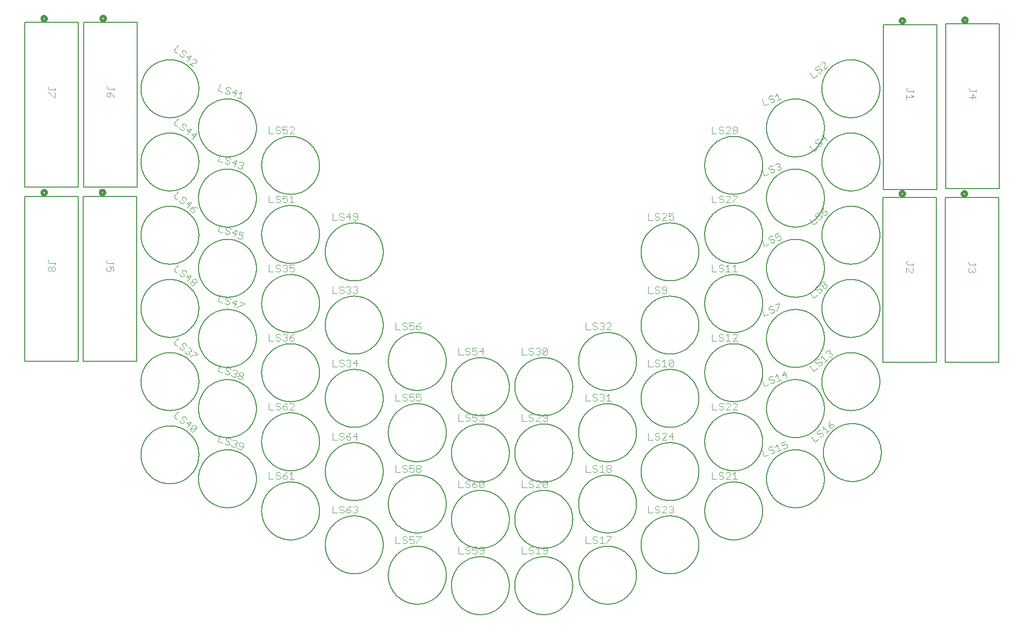
<source format=gbr>
G04 EAGLE Gerber RS-274X export*
G75*
%MOMM*%
%FSLAX34Y34*%
%LPD*%
%INSilkscreen Top*%
%IPPOS*%
%AMOC8*
5,1,8,0,0,1.08239X$1,22.5*%
G01*
%ADD10C,0.152400*%
%ADD11C,0.508000*%
%ADD12C,0.076200*%
%ADD13C,0.127000*%
%ADD14C,0.101600*%


D10*
X1551178Y1013714D02*
X1551178Y731774D01*
X1642618Y731774D01*
X1642618Y1013714D01*
X1551178Y1013714D01*
D11*
X1584198Y1016254D02*
X1584076Y1016256D01*
X1583954Y1016262D01*
X1583832Y1016272D01*
X1583711Y1016285D01*
X1583590Y1016303D01*
X1583470Y1016324D01*
X1583350Y1016350D01*
X1583232Y1016379D01*
X1583114Y1016411D01*
X1582997Y1016448D01*
X1582882Y1016488D01*
X1582768Y1016532D01*
X1582656Y1016580D01*
X1582545Y1016631D01*
X1582436Y1016686D01*
X1582328Y1016744D01*
X1582223Y1016806D01*
X1582120Y1016871D01*
X1582018Y1016939D01*
X1581919Y1017011D01*
X1581823Y1017085D01*
X1581728Y1017163D01*
X1581637Y1017244D01*
X1581547Y1017327D01*
X1581461Y1017413D01*
X1581378Y1017503D01*
X1581297Y1017594D01*
X1581219Y1017689D01*
X1581145Y1017785D01*
X1581073Y1017884D01*
X1581005Y1017986D01*
X1580940Y1018089D01*
X1580878Y1018194D01*
X1580820Y1018302D01*
X1580765Y1018411D01*
X1580714Y1018522D01*
X1580666Y1018634D01*
X1580622Y1018748D01*
X1580582Y1018863D01*
X1580545Y1018980D01*
X1580513Y1019098D01*
X1580484Y1019216D01*
X1580458Y1019336D01*
X1580437Y1019456D01*
X1580419Y1019577D01*
X1580406Y1019698D01*
X1580396Y1019820D01*
X1580390Y1019942D01*
X1580388Y1020064D01*
X1580390Y1020186D01*
X1580396Y1020308D01*
X1580406Y1020430D01*
X1580419Y1020551D01*
X1580437Y1020672D01*
X1580458Y1020792D01*
X1580484Y1020912D01*
X1580513Y1021030D01*
X1580545Y1021148D01*
X1580582Y1021265D01*
X1580622Y1021380D01*
X1580666Y1021494D01*
X1580714Y1021606D01*
X1580765Y1021717D01*
X1580820Y1021826D01*
X1580878Y1021934D01*
X1580940Y1022039D01*
X1581005Y1022142D01*
X1581073Y1022244D01*
X1581145Y1022343D01*
X1581219Y1022439D01*
X1581297Y1022534D01*
X1581378Y1022625D01*
X1581461Y1022715D01*
X1581547Y1022801D01*
X1581637Y1022884D01*
X1581728Y1022965D01*
X1581823Y1023043D01*
X1581919Y1023117D01*
X1582018Y1023189D01*
X1582120Y1023257D01*
X1582223Y1023322D01*
X1582328Y1023384D01*
X1582436Y1023442D01*
X1582545Y1023497D01*
X1582656Y1023548D01*
X1582768Y1023596D01*
X1582882Y1023640D01*
X1582997Y1023680D01*
X1583114Y1023717D01*
X1583232Y1023749D01*
X1583350Y1023778D01*
X1583470Y1023804D01*
X1583590Y1023825D01*
X1583711Y1023843D01*
X1583832Y1023856D01*
X1583954Y1023866D01*
X1584076Y1023872D01*
X1584198Y1023874D01*
X1584320Y1023872D01*
X1584442Y1023866D01*
X1584564Y1023856D01*
X1584685Y1023843D01*
X1584806Y1023825D01*
X1584926Y1023804D01*
X1585046Y1023778D01*
X1585164Y1023749D01*
X1585282Y1023717D01*
X1585399Y1023680D01*
X1585514Y1023640D01*
X1585628Y1023596D01*
X1585740Y1023548D01*
X1585851Y1023497D01*
X1585960Y1023442D01*
X1586068Y1023384D01*
X1586173Y1023322D01*
X1586276Y1023257D01*
X1586378Y1023189D01*
X1586477Y1023117D01*
X1586573Y1023043D01*
X1586668Y1022965D01*
X1586759Y1022884D01*
X1586849Y1022801D01*
X1586935Y1022715D01*
X1587018Y1022625D01*
X1587099Y1022534D01*
X1587177Y1022439D01*
X1587251Y1022343D01*
X1587323Y1022244D01*
X1587391Y1022142D01*
X1587456Y1022039D01*
X1587518Y1021934D01*
X1587576Y1021826D01*
X1587631Y1021717D01*
X1587682Y1021606D01*
X1587730Y1021494D01*
X1587774Y1021380D01*
X1587814Y1021265D01*
X1587851Y1021148D01*
X1587883Y1021030D01*
X1587912Y1020912D01*
X1587938Y1020792D01*
X1587959Y1020672D01*
X1587977Y1020551D01*
X1587990Y1020430D01*
X1588000Y1020308D01*
X1588006Y1020186D01*
X1588008Y1020064D01*
X1588006Y1019942D01*
X1588000Y1019820D01*
X1587990Y1019698D01*
X1587977Y1019577D01*
X1587959Y1019456D01*
X1587938Y1019336D01*
X1587912Y1019216D01*
X1587883Y1019098D01*
X1587851Y1018980D01*
X1587814Y1018863D01*
X1587774Y1018748D01*
X1587730Y1018634D01*
X1587682Y1018522D01*
X1587631Y1018411D01*
X1587576Y1018302D01*
X1587518Y1018194D01*
X1587456Y1018089D01*
X1587391Y1017986D01*
X1587323Y1017884D01*
X1587251Y1017785D01*
X1587177Y1017689D01*
X1587099Y1017594D01*
X1587018Y1017503D01*
X1586935Y1017413D01*
X1586849Y1017327D01*
X1586759Y1017244D01*
X1586668Y1017163D01*
X1586573Y1017085D01*
X1586477Y1017011D01*
X1586378Y1016939D01*
X1586276Y1016871D01*
X1586173Y1016806D01*
X1586068Y1016744D01*
X1585960Y1016686D01*
X1585851Y1016631D01*
X1585740Y1016580D01*
X1585628Y1016532D01*
X1585514Y1016488D01*
X1585399Y1016448D01*
X1585282Y1016411D01*
X1585164Y1016379D01*
X1585046Y1016350D01*
X1584926Y1016324D01*
X1584806Y1016303D01*
X1584685Y1016285D01*
X1584564Y1016272D01*
X1584442Y1016262D01*
X1584320Y1016256D01*
X1584198Y1016254D01*
D12*
X1592920Y905129D02*
X1590929Y903138D01*
X1590929Y901146D01*
X1592920Y899155D01*
X1602877Y899155D01*
X1602877Y901146D02*
X1602877Y897164D01*
X1598894Y893435D02*
X1602877Y889452D01*
X1590929Y889452D01*
X1590929Y885470D02*
X1590929Y893435D01*
D10*
X1550924Y717550D02*
X1550924Y435610D01*
X1642364Y435610D01*
X1642364Y717550D01*
X1550924Y717550D01*
D11*
X1583944Y720090D02*
X1583822Y720092D01*
X1583700Y720098D01*
X1583578Y720108D01*
X1583457Y720121D01*
X1583336Y720139D01*
X1583216Y720160D01*
X1583096Y720186D01*
X1582978Y720215D01*
X1582860Y720247D01*
X1582743Y720284D01*
X1582628Y720324D01*
X1582514Y720368D01*
X1582402Y720416D01*
X1582291Y720467D01*
X1582182Y720522D01*
X1582074Y720580D01*
X1581969Y720642D01*
X1581866Y720707D01*
X1581764Y720775D01*
X1581665Y720847D01*
X1581569Y720921D01*
X1581474Y720999D01*
X1581383Y721080D01*
X1581293Y721163D01*
X1581207Y721249D01*
X1581124Y721339D01*
X1581043Y721430D01*
X1580965Y721525D01*
X1580891Y721621D01*
X1580819Y721720D01*
X1580751Y721822D01*
X1580686Y721925D01*
X1580624Y722030D01*
X1580566Y722138D01*
X1580511Y722247D01*
X1580460Y722358D01*
X1580412Y722470D01*
X1580368Y722584D01*
X1580328Y722699D01*
X1580291Y722816D01*
X1580259Y722934D01*
X1580230Y723052D01*
X1580204Y723172D01*
X1580183Y723292D01*
X1580165Y723413D01*
X1580152Y723534D01*
X1580142Y723656D01*
X1580136Y723778D01*
X1580134Y723900D01*
X1580136Y724022D01*
X1580142Y724144D01*
X1580152Y724266D01*
X1580165Y724387D01*
X1580183Y724508D01*
X1580204Y724628D01*
X1580230Y724748D01*
X1580259Y724866D01*
X1580291Y724984D01*
X1580328Y725101D01*
X1580368Y725216D01*
X1580412Y725330D01*
X1580460Y725442D01*
X1580511Y725553D01*
X1580566Y725662D01*
X1580624Y725770D01*
X1580686Y725875D01*
X1580751Y725978D01*
X1580819Y726080D01*
X1580891Y726179D01*
X1580965Y726275D01*
X1581043Y726370D01*
X1581124Y726461D01*
X1581207Y726551D01*
X1581293Y726637D01*
X1581383Y726720D01*
X1581474Y726801D01*
X1581569Y726879D01*
X1581665Y726953D01*
X1581764Y727025D01*
X1581866Y727093D01*
X1581969Y727158D01*
X1582074Y727220D01*
X1582182Y727278D01*
X1582291Y727333D01*
X1582402Y727384D01*
X1582514Y727432D01*
X1582628Y727476D01*
X1582743Y727516D01*
X1582860Y727553D01*
X1582978Y727585D01*
X1583096Y727614D01*
X1583216Y727640D01*
X1583336Y727661D01*
X1583457Y727679D01*
X1583578Y727692D01*
X1583700Y727702D01*
X1583822Y727708D01*
X1583944Y727710D01*
X1584066Y727708D01*
X1584188Y727702D01*
X1584310Y727692D01*
X1584431Y727679D01*
X1584552Y727661D01*
X1584672Y727640D01*
X1584792Y727614D01*
X1584910Y727585D01*
X1585028Y727553D01*
X1585145Y727516D01*
X1585260Y727476D01*
X1585374Y727432D01*
X1585486Y727384D01*
X1585597Y727333D01*
X1585706Y727278D01*
X1585814Y727220D01*
X1585919Y727158D01*
X1586022Y727093D01*
X1586124Y727025D01*
X1586223Y726953D01*
X1586319Y726879D01*
X1586414Y726801D01*
X1586505Y726720D01*
X1586595Y726637D01*
X1586681Y726551D01*
X1586764Y726461D01*
X1586845Y726370D01*
X1586923Y726275D01*
X1586997Y726179D01*
X1587069Y726080D01*
X1587137Y725978D01*
X1587202Y725875D01*
X1587264Y725770D01*
X1587322Y725662D01*
X1587377Y725553D01*
X1587428Y725442D01*
X1587476Y725330D01*
X1587520Y725216D01*
X1587560Y725101D01*
X1587597Y724984D01*
X1587629Y724866D01*
X1587658Y724748D01*
X1587684Y724628D01*
X1587705Y724508D01*
X1587723Y724387D01*
X1587736Y724266D01*
X1587746Y724144D01*
X1587752Y724022D01*
X1587754Y723900D01*
X1587752Y723778D01*
X1587746Y723656D01*
X1587736Y723534D01*
X1587723Y723413D01*
X1587705Y723292D01*
X1587684Y723172D01*
X1587658Y723052D01*
X1587629Y722934D01*
X1587597Y722816D01*
X1587560Y722699D01*
X1587520Y722584D01*
X1587476Y722470D01*
X1587428Y722358D01*
X1587377Y722247D01*
X1587322Y722138D01*
X1587264Y722030D01*
X1587202Y721925D01*
X1587137Y721822D01*
X1587069Y721720D01*
X1586997Y721621D01*
X1586923Y721525D01*
X1586845Y721430D01*
X1586764Y721339D01*
X1586681Y721249D01*
X1586595Y721163D01*
X1586505Y721080D01*
X1586414Y720999D01*
X1586319Y720921D01*
X1586223Y720847D01*
X1586124Y720775D01*
X1586022Y720707D01*
X1585919Y720642D01*
X1585814Y720580D01*
X1585706Y720522D01*
X1585597Y720467D01*
X1585486Y720416D01*
X1585374Y720368D01*
X1585260Y720324D01*
X1585145Y720284D01*
X1585028Y720247D01*
X1584910Y720215D01*
X1584792Y720186D01*
X1584672Y720160D01*
X1584552Y720139D01*
X1584431Y720121D01*
X1584310Y720108D01*
X1584188Y720098D01*
X1584066Y720092D01*
X1583944Y720090D01*
D12*
X1592666Y608965D02*
X1590675Y606974D01*
X1590675Y604982D01*
X1592666Y602991D01*
X1602623Y602991D01*
X1602623Y604982D02*
X1602623Y601000D01*
X1590675Y597271D02*
X1590675Y589306D01*
X1590675Y597271D02*
X1598640Y589306D01*
X1600632Y589306D01*
X1602623Y591297D01*
X1602623Y595280D01*
X1600632Y597271D01*
D10*
X1657096Y717550D02*
X1657096Y435610D01*
X1748536Y435610D01*
X1748536Y717550D01*
X1657096Y717550D01*
D11*
X1690116Y720090D02*
X1689994Y720092D01*
X1689872Y720098D01*
X1689750Y720108D01*
X1689629Y720121D01*
X1689508Y720139D01*
X1689388Y720160D01*
X1689268Y720186D01*
X1689150Y720215D01*
X1689032Y720247D01*
X1688915Y720284D01*
X1688800Y720324D01*
X1688686Y720368D01*
X1688574Y720416D01*
X1688463Y720467D01*
X1688354Y720522D01*
X1688246Y720580D01*
X1688141Y720642D01*
X1688038Y720707D01*
X1687936Y720775D01*
X1687837Y720847D01*
X1687741Y720921D01*
X1687646Y720999D01*
X1687555Y721080D01*
X1687465Y721163D01*
X1687379Y721249D01*
X1687296Y721339D01*
X1687215Y721430D01*
X1687137Y721525D01*
X1687063Y721621D01*
X1686991Y721720D01*
X1686923Y721822D01*
X1686858Y721925D01*
X1686796Y722030D01*
X1686738Y722138D01*
X1686683Y722247D01*
X1686632Y722358D01*
X1686584Y722470D01*
X1686540Y722584D01*
X1686500Y722699D01*
X1686463Y722816D01*
X1686431Y722934D01*
X1686402Y723052D01*
X1686376Y723172D01*
X1686355Y723292D01*
X1686337Y723413D01*
X1686324Y723534D01*
X1686314Y723656D01*
X1686308Y723778D01*
X1686306Y723900D01*
X1686308Y724022D01*
X1686314Y724144D01*
X1686324Y724266D01*
X1686337Y724387D01*
X1686355Y724508D01*
X1686376Y724628D01*
X1686402Y724748D01*
X1686431Y724866D01*
X1686463Y724984D01*
X1686500Y725101D01*
X1686540Y725216D01*
X1686584Y725330D01*
X1686632Y725442D01*
X1686683Y725553D01*
X1686738Y725662D01*
X1686796Y725770D01*
X1686858Y725875D01*
X1686923Y725978D01*
X1686991Y726080D01*
X1687063Y726179D01*
X1687137Y726275D01*
X1687215Y726370D01*
X1687296Y726461D01*
X1687379Y726551D01*
X1687465Y726637D01*
X1687555Y726720D01*
X1687646Y726801D01*
X1687741Y726879D01*
X1687837Y726953D01*
X1687936Y727025D01*
X1688038Y727093D01*
X1688141Y727158D01*
X1688246Y727220D01*
X1688354Y727278D01*
X1688463Y727333D01*
X1688574Y727384D01*
X1688686Y727432D01*
X1688800Y727476D01*
X1688915Y727516D01*
X1689032Y727553D01*
X1689150Y727585D01*
X1689268Y727614D01*
X1689388Y727640D01*
X1689508Y727661D01*
X1689629Y727679D01*
X1689750Y727692D01*
X1689872Y727702D01*
X1689994Y727708D01*
X1690116Y727710D01*
X1690238Y727708D01*
X1690360Y727702D01*
X1690482Y727692D01*
X1690603Y727679D01*
X1690724Y727661D01*
X1690844Y727640D01*
X1690964Y727614D01*
X1691082Y727585D01*
X1691200Y727553D01*
X1691317Y727516D01*
X1691432Y727476D01*
X1691546Y727432D01*
X1691658Y727384D01*
X1691769Y727333D01*
X1691878Y727278D01*
X1691986Y727220D01*
X1692091Y727158D01*
X1692194Y727093D01*
X1692296Y727025D01*
X1692395Y726953D01*
X1692491Y726879D01*
X1692586Y726801D01*
X1692677Y726720D01*
X1692767Y726637D01*
X1692853Y726551D01*
X1692936Y726461D01*
X1693017Y726370D01*
X1693095Y726275D01*
X1693169Y726179D01*
X1693241Y726080D01*
X1693309Y725978D01*
X1693374Y725875D01*
X1693436Y725770D01*
X1693494Y725662D01*
X1693549Y725553D01*
X1693600Y725442D01*
X1693648Y725330D01*
X1693692Y725216D01*
X1693732Y725101D01*
X1693769Y724984D01*
X1693801Y724866D01*
X1693830Y724748D01*
X1693856Y724628D01*
X1693877Y724508D01*
X1693895Y724387D01*
X1693908Y724266D01*
X1693918Y724144D01*
X1693924Y724022D01*
X1693926Y723900D01*
X1693924Y723778D01*
X1693918Y723656D01*
X1693908Y723534D01*
X1693895Y723413D01*
X1693877Y723292D01*
X1693856Y723172D01*
X1693830Y723052D01*
X1693801Y722934D01*
X1693769Y722816D01*
X1693732Y722699D01*
X1693692Y722584D01*
X1693648Y722470D01*
X1693600Y722358D01*
X1693549Y722247D01*
X1693494Y722138D01*
X1693436Y722030D01*
X1693374Y721925D01*
X1693309Y721822D01*
X1693241Y721720D01*
X1693169Y721621D01*
X1693095Y721525D01*
X1693017Y721430D01*
X1692936Y721339D01*
X1692853Y721249D01*
X1692767Y721163D01*
X1692677Y721080D01*
X1692586Y720999D01*
X1692491Y720921D01*
X1692395Y720847D01*
X1692296Y720775D01*
X1692194Y720707D01*
X1692091Y720642D01*
X1691986Y720580D01*
X1691878Y720522D01*
X1691769Y720467D01*
X1691658Y720416D01*
X1691546Y720368D01*
X1691432Y720324D01*
X1691317Y720284D01*
X1691200Y720247D01*
X1691082Y720215D01*
X1690964Y720186D01*
X1690844Y720160D01*
X1690724Y720139D01*
X1690603Y720121D01*
X1690482Y720108D01*
X1690360Y720098D01*
X1690238Y720092D01*
X1690116Y720090D01*
D12*
X1698838Y608965D02*
X1696847Y606974D01*
X1696847Y604982D01*
X1698838Y602991D01*
X1708795Y602991D01*
X1708795Y604982D02*
X1708795Y601000D01*
X1706804Y597271D02*
X1708795Y595280D01*
X1708795Y591297D01*
X1706804Y589306D01*
X1704812Y589306D01*
X1702821Y591297D01*
X1702821Y593288D01*
X1702821Y591297D02*
X1700830Y589306D01*
X1698838Y589306D01*
X1696847Y591297D01*
X1696847Y595280D01*
X1698838Y597271D01*
D10*
X1658112Y732790D02*
X1658112Y1014730D01*
X1658112Y732790D02*
X1749552Y732790D01*
X1749552Y1014730D01*
X1658112Y1014730D01*
D11*
X1691132Y1017270D02*
X1691010Y1017272D01*
X1690888Y1017278D01*
X1690766Y1017288D01*
X1690645Y1017301D01*
X1690524Y1017319D01*
X1690404Y1017340D01*
X1690284Y1017366D01*
X1690166Y1017395D01*
X1690048Y1017427D01*
X1689931Y1017464D01*
X1689816Y1017504D01*
X1689702Y1017548D01*
X1689590Y1017596D01*
X1689479Y1017647D01*
X1689370Y1017702D01*
X1689262Y1017760D01*
X1689157Y1017822D01*
X1689054Y1017887D01*
X1688952Y1017955D01*
X1688853Y1018027D01*
X1688757Y1018101D01*
X1688662Y1018179D01*
X1688571Y1018260D01*
X1688481Y1018343D01*
X1688395Y1018429D01*
X1688312Y1018519D01*
X1688231Y1018610D01*
X1688153Y1018705D01*
X1688079Y1018801D01*
X1688007Y1018900D01*
X1687939Y1019002D01*
X1687874Y1019105D01*
X1687812Y1019210D01*
X1687754Y1019318D01*
X1687699Y1019427D01*
X1687648Y1019538D01*
X1687600Y1019650D01*
X1687556Y1019764D01*
X1687516Y1019879D01*
X1687479Y1019996D01*
X1687447Y1020114D01*
X1687418Y1020232D01*
X1687392Y1020352D01*
X1687371Y1020472D01*
X1687353Y1020593D01*
X1687340Y1020714D01*
X1687330Y1020836D01*
X1687324Y1020958D01*
X1687322Y1021080D01*
X1687324Y1021202D01*
X1687330Y1021324D01*
X1687340Y1021446D01*
X1687353Y1021567D01*
X1687371Y1021688D01*
X1687392Y1021808D01*
X1687418Y1021928D01*
X1687447Y1022046D01*
X1687479Y1022164D01*
X1687516Y1022281D01*
X1687556Y1022396D01*
X1687600Y1022510D01*
X1687648Y1022622D01*
X1687699Y1022733D01*
X1687754Y1022842D01*
X1687812Y1022950D01*
X1687874Y1023055D01*
X1687939Y1023158D01*
X1688007Y1023260D01*
X1688079Y1023359D01*
X1688153Y1023455D01*
X1688231Y1023550D01*
X1688312Y1023641D01*
X1688395Y1023731D01*
X1688481Y1023817D01*
X1688571Y1023900D01*
X1688662Y1023981D01*
X1688757Y1024059D01*
X1688853Y1024133D01*
X1688952Y1024205D01*
X1689054Y1024273D01*
X1689157Y1024338D01*
X1689262Y1024400D01*
X1689370Y1024458D01*
X1689479Y1024513D01*
X1689590Y1024564D01*
X1689702Y1024612D01*
X1689816Y1024656D01*
X1689931Y1024696D01*
X1690048Y1024733D01*
X1690166Y1024765D01*
X1690284Y1024794D01*
X1690404Y1024820D01*
X1690524Y1024841D01*
X1690645Y1024859D01*
X1690766Y1024872D01*
X1690888Y1024882D01*
X1691010Y1024888D01*
X1691132Y1024890D01*
X1691254Y1024888D01*
X1691376Y1024882D01*
X1691498Y1024872D01*
X1691619Y1024859D01*
X1691740Y1024841D01*
X1691860Y1024820D01*
X1691980Y1024794D01*
X1692098Y1024765D01*
X1692216Y1024733D01*
X1692333Y1024696D01*
X1692448Y1024656D01*
X1692562Y1024612D01*
X1692674Y1024564D01*
X1692785Y1024513D01*
X1692894Y1024458D01*
X1693002Y1024400D01*
X1693107Y1024338D01*
X1693210Y1024273D01*
X1693312Y1024205D01*
X1693411Y1024133D01*
X1693507Y1024059D01*
X1693602Y1023981D01*
X1693693Y1023900D01*
X1693783Y1023817D01*
X1693869Y1023731D01*
X1693952Y1023641D01*
X1694033Y1023550D01*
X1694111Y1023455D01*
X1694185Y1023359D01*
X1694257Y1023260D01*
X1694325Y1023158D01*
X1694390Y1023055D01*
X1694452Y1022950D01*
X1694510Y1022842D01*
X1694565Y1022733D01*
X1694616Y1022622D01*
X1694664Y1022510D01*
X1694708Y1022396D01*
X1694748Y1022281D01*
X1694785Y1022164D01*
X1694817Y1022046D01*
X1694846Y1021928D01*
X1694872Y1021808D01*
X1694893Y1021688D01*
X1694911Y1021567D01*
X1694924Y1021446D01*
X1694934Y1021324D01*
X1694940Y1021202D01*
X1694942Y1021080D01*
X1694940Y1020958D01*
X1694934Y1020836D01*
X1694924Y1020714D01*
X1694911Y1020593D01*
X1694893Y1020472D01*
X1694872Y1020352D01*
X1694846Y1020232D01*
X1694817Y1020114D01*
X1694785Y1019996D01*
X1694748Y1019879D01*
X1694708Y1019764D01*
X1694664Y1019650D01*
X1694616Y1019538D01*
X1694565Y1019427D01*
X1694510Y1019318D01*
X1694452Y1019210D01*
X1694390Y1019105D01*
X1694325Y1019002D01*
X1694257Y1018900D01*
X1694185Y1018801D01*
X1694111Y1018705D01*
X1694033Y1018610D01*
X1693952Y1018519D01*
X1693869Y1018429D01*
X1693783Y1018343D01*
X1693693Y1018260D01*
X1693602Y1018179D01*
X1693507Y1018101D01*
X1693411Y1018027D01*
X1693312Y1017955D01*
X1693210Y1017887D01*
X1693107Y1017822D01*
X1693002Y1017760D01*
X1692894Y1017702D01*
X1692785Y1017647D01*
X1692674Y1017596D01*
X1692562Y1017548D01*
X1692448Y1017504D01*
X1692333Y1017464D01*
X1692216Y1017427D01*
X1692098Y1017395D01*
X1691980Y1017366D01*
X1691860Y1017340D01*
X1691740Y1017319D01*
X1691619Y1017301D01*
X1691498Y1017288D01*
X1691376Y1017278D01*
X1691254Y1017272D01*
X1691132Y1017270D01*
D12*
X1699854Y906145D02*
X1697863Y904154D01*
X1697863Y902162D01*
X1699854Y900171D01*
X1709811Y900171D01*
X1709811Y902162D02*
X1709811Y898180D01*
X1709811Y888477D02*
X1697863Y888477D01*
X1703837Y894451D02*
X1709811Y888477D01*
X1703837Y886486D02*
X1703837Y894451D01*
D10*
X183388Y719836D02*
X183388Y437896D01*
X274828Y437896D01*
X274828Y719836D01*
X183388Y719836D01*
D11*
X216408Y722376D02*
X216286Y722378D01*
X216164Y722384D01*
X216042Y722394D01*
X215921Y722407D01*
X215800Y722425D01*
X215680Y722446D01*
X215560Y722472D01*
X215442Y722501D01*
X215324Y722533D01*
X215207Y722570D01*
X215092Y722610D01*
X214978Y722654D01*
X214866Y722702D01*
X214755Y722753D01*
X214646Y722808D01*
X214538Y722866D01*
X214433Y722928D01*
X214330Y722993D01*
X214228Y723061D01*
X214129Y723133D01*
X214033Y723207D01*
X213938Y723285D01*
X213847Y723366D01*
X213757Y723449D01*
X213671Y723535D01*
X213588Y723625D01*
X213507Y723716D01*
X213429Y723811D01*
X213355Y723907D01*
X213283Y724006D01*
X213215Y724108D01*
X213150Y724211D01*
X213088Y724316D01*
X213030Y724424D01*
X212975Y724533D01*
X212924Y724644D01*
X212876Y724756D01*
X212832Y724870D01*
X212792Y724985D01*
X212755Y725102D01*
X212723Y725220D01*
X212694Y725338D01*
X212668Y725458D01*
X212647Y725578D01*
X212629Y725699D01*
X212616Y725820D01*
X212606Y725942D01*
X212600Y726064D01*
X212598Y726186D01*
X212600Y726308D01*
X212606Y726430D01*
X212616Y726552D01*
X212629Y726673D01*
X212647Y726794D01*
X212668Y726914D01*
X212694Y727034D01*
X212723Y727152D01*
X212755Y727270D01*
X212792Y727387D01*
X212832Y727502D01*
X212876Y727616D01*
X212924Y727728D01*
X212975Y727839D01*
X213030Y727948D01*
X213088Y728056D01*
X213150Y728161D01*
X213215Y728264D01*
X213283Y728366D01*
X213355Y728465D01*
X213429Y728561D01*
X213507Y728656D01*
X213588Y728747D01*
X213671Y728837D01*
X213757Y728923D01*
X213847Y729006D01*
X213938Y729087D01*
X214033Y729165D01*
X214129Y729239D01*
X214228Y729311D01*
X214330Y729379D01*
X214433Y729444D01*
X214538Y729506D01*
X214646Y729564D01*
X214755Y729619D01*
X214866Y729670D01*
X214978Y729718D01*
X215092Y729762D01*
X215207Y729802D01*
X215324Y729839D01*
X215442Y729871D01*
X215560Y729900D01*
X215680Y729926D01*
X215800Y729947D01*
X215921Y729965D01*
X216042Y729978D01*
X216164Y729988D01*
X216286Y729994D01*
X216408Y729996D01*
X216530Y729994D01*
X216652Y729988D01*
X216774Y729978D01*
X216895Y729965D01*
X217016Y729947D01*
X217136Y729926D01*
X217256Y729900D01*
X217374Y729871D01*
X217492Y729839D01*
X217609Y729802D01*
X217724Y729762D01*
X217838Y729718D01*
X217950Y729670D01*
X218061Y729619D01*
X218170Y729564D01*
X218278Y729506D01*
X218383Y729444D01*
X218486Y729379D01*
X218588Y729311D01*
X218687Y729239D01*
X218783Y729165D01*
X218878Y729087D01*
X218969Y729006D01*
X219059Y728923D01*
X219145Y728837D01*
X219228Y728747D01*
X219309Y728656D01*
X219387Y728561D01*
X219461Y728465D01*
X219533Y728366D01*
X219601Y728264D01*
X219666Y728161D01*
X219728Y728056D01*
X219786Y727948D01*
X219841Y727839D01*
X219892Y727728D01*
X219940Y727616D01*
X219984Y727502D01*
X220024Y727387D01*
X220061Y727270D01*
X220093Y727152D01*
X220122Y727034D01*
X220148Y726914D01*
X220169Y726794D01*
X220187Y726673D01*
X220200Y726552D01*
X220210Y726430D01*
X220216Y726308D01*
X220218Y726186D01*
X220216Y726064D01*
X220210Y725942D01*
X220200Y725820D01*
X220187Y725699D01*
X220169Y725578D01*
X220148Y725458D01*
X220122Y725338D01*
X220093Y725220D01*
X220061Y725102D01*
X220024Y724985D01*
X219984Y724870D01*
X219940Y724756D01*
X219892Y724644D01*
X219841Y724533D01*
X219786Y724424D01*
X219728Y724316D01*
X219666Y724211D01*
X219601Y724108D01*
X219533Y724006D01*
X219461Y723907D01*
X219387Y723811D01*
X219309Y723716D01*
X219228Y723625D01*
X219145Y723535D01*
X219059Y723449D01*
X218969Y723366D01*
X218878Y723285D01*
X218783Y723207D01*
X218687Y723133D01*
X218588Y723061D01*
X218486Y722993D01*
X218383Y722928D01*
X218278Y722866D01*
X218170Y722808D01*
X218061Y722753D01*
X217950Y722702D01*
X217838Y722654D01*
X217724Y722610D01*
X217609Y722570D01*
X217492Y722533D01*
X217374Y722501D01*
X217256Y722472D01*
X217136Y722446D01*
X217016Y722425D01*
X216895Y722407D01*
X216774Y722394D01*
X216652Y722384D01*
X216530Y722378D01*
X216408Y722376D01*
D12*
X225130Y611251D02*
X223139Y609260D01*
X223139Y607268D01*
X225130Y605277D01*
X235087Y605277D01*
X235087Y607268D02*
X235087Y603286D01*
X235087Y599557D02*
X235087Y591592D01*
X235087Y599557D02*
X229113Y599557D01*
X231104Y595574D01*
X231104Y593583D01*
X229113Y591592D01*
X225130Y591592D01*
X223139Y593583D01*
X223139Y597566D01*
X225130Y599557D01*
D10*
X184404Y735584D02*
X184404Y1017524D01*
X184404Y735584D02*
X275844Y735584D01*
X275844Y1017524D01*
X184404Y1017524D01*
D11*
X217424Y1020064D02*
X217302Y1020066D01*
X217180Y1020072D01*
X217058Y1020082D01*
X216937Y1020095D01*
X216816Y1020113D01*
X216696Y1020134D01*
X216576Y1020160D01*
X216458Y1020189D01*
X216340Y1020221D01*
X216223Y1020258D01*
X216108Y1020298D01*
X215994Y1020342D01*
X215882Y1020390D01*
X215771Y1020441D01*
X215662Y1020496D01*
X215554Y1020554D01*
X215449Y1020616D01*
X215346Y1020681D01*
X215244Y1020749D01*
X215145Y1020821D01*
X215049Y1020895D01*
X214954Y1020973D01*
X214863Y1021054D01*
X214773Y1021137D01*
X214687Y1021223D01*
X214604Y1021313D01*
X214523Y1021404D01*
X214445Y1021499D01*
X214371Y1021595D01*
X214299Y1021694D01*
X214231Y1021796D01*
X214166Y1021899D01*
X214104Y1022004D01*
X214046Y1022112D01*
X213991Y1022221D01*
X213940Y1022332D01*
X213892Y1022444D01*
X213848Y1022558D01*
X213808Y1022673D01*
X213771Y1022790D01*
X213739Y1022908D01*
X213710Y1023026D01*
X213684Y1023146D01*
X213663Y1023266D01*
X213645Y1023387D01*
X213632Y1023508D01*
X213622Y1023630D01*
X213616Y1023752D01*
X213614Y1023874D01*
X213616Y1023996D01*
X213622Y1024118D01*
X213632Y1024240D01*
X213645Y1024361D01*
X213663Y1024482D01*
X213684Y1024602D01*
X213710Y1024722D01*
X213739Y1024840D01*
X213771Y1024958D01*
X213808Y1025075D01*
X213848Y1025190D01*
X213892Y1025304D01*
X213940Y1025416D01*
X213991Y1025527D01*
X214046Y1025636D01*
X214104Y1025744D01*
X214166Y1025849D01*
X214231Y1025952D01*
X214299Y1026054D01*
X214371Y1026153D01*
X214445Y1026249D01*
X214523Y1026344D01*
X214604Y1026435D01*
X214687Y1026525D01*
X214773Y1026611D01*
X214863Y1026694D01*
X214954Y1026775D01*
X215049Y1026853D01*
X215145Y1026927D01*
X215244Y1026999D01*
X215346Y1027067D01*
X215449Y1027132D01*
X215554Y1027194D01*
X215662Y1027252D01*
X215771Y1027307D01*
X215882Y1027358D01*
X215994Y1027406D01*
X216108Y1027450D01*
X216223Y1027490D01*
X216340Y1027527D01*
X216458Y1027559D01*
X216576Y1027588D01*
X216696Y1027614D01*
X216816Y1027635D01*
X216937Y1027653D01*
X217058Y1027666D01*
X217180Y1027676D01*
X217302Y1027682D01*
X217424Y1027684D01*
X217546Y1027682D01*
X217668Y1027676D01*
X217790Y1027666D01*
X217911Y1027653D01*
X218032Y1027635D01*
X218152Y1027614D01*
X218272Y1027588D01*
X218390Y1027559D01*
X218508Y1027527D01*
X218625Y1027490D01*
X218740Y1027450D01*
X218854Y1027406D01*
X218966Y1027358D01*
X219077Y1027307D01*
X219186Y1027252D01*
X219294Y1027194D01*
X219399Y1027132D01*
X219502Y1027067D01*
X219604Y1026999D01*
X219703Y1026927D01*
X219799Y1026853D01*
X219894Y1026775D01*
X219985Y1026694D01*
X220075Y1026611D01*
X220161Y1026525D01*
X220244Y1026435D01*
X220325Y1026344D01*
X220403Y1026249D01*
X220477Y1026153D01*
X220549Y1026054D01*
X220617Y1025952D01*
X220682Y1025849D01*
X220744Y1025744D01*
X220802Y1025636D01*
X220857Y1025527D01*
X220908Y1025416D01*
X220956Y1025304D01*
X221000Y1025190D01*
X221040Y1025075D01*
X221077Y1024958D01*
X221109Y1024840D01*
X221138Y1024722D01*
X221164Y1024602D01*
X221185Y1024482D01*
X221203Y1024361D01*
X221216Y1024240D01*
X221226Y1024118D01*
X221232Y1023996D01*
X221234Y1023874D01*
X221232Y1023752D01*
X221226Y1023630D01*
X221216Y1023508D01*
X221203Y1023387D01*
X221185Y1023266D01*
X221164Y1023146D01*
X221138Y1023026D01*
X221109Y1022908D01*
X221077Y1022790D01*
X221040Y1022673D01*
X221000Y1022558D01*
X220956Y1022444D01*
X220908Y1022332D01*
X220857Y1022221D01*
X220802Y1022112D01*
X220744Y1022004D01*
X220682Y1021899D01*
X220617Y1021796D01*
X220549Y1021694D01*
X220477Y1021595D01*
X220403Y1021499D01*
X220325Y1021404D01*
X220244Y1021313D01*
X220161Y1021223D01*
X220075Y1021137D01*
X219985Y1021054D01*
X219894Y1020973D01*
X219799Y1020895D01*
X219703Y1020821D01*
X219604Y1020749D01*
X219502Y1020681D01*
X219399Y1020616D01*
X219294Y1020554D01*
X219186Y1020496D01*
X219077Y1020441D01*
X218966Y1020390D01*
X218854Y1020342D01*
X218740Y1020298D01*
X218625Y1020258D01*
X218508Y1020221D01*
X218390Y1020189D01*
X218272Y1020160D01*
X218152Y1020134D01*
X218032Y1020113D01*
X217911Y1020095D01*
X217790Y1020082D01*
X217668Y1020072D01*
X217546Y1020066D01*
X217424Y1020064D01*
D12*
X226146Y908939D02*
X224155Y906948D01*
X224155Y904956D01*
X226146Y902965D01*
X236103Y902965D01*
X236103Y904956D02*
X236103Y900974D01*
X234112Y893262D02*
X236103Y889280D01*
X234112Y893262D02*
X230129Y897245D01*
X226146Y897245D01*
X224155Y895254D01*
X224155Y891271D01*
X226146Y889280D01*
X228138Y889280D01*
X230129Y891271D01*
X230129Y897245D01*
D10*
X83566Y1017270D02*
X83566Y735330D01*
X175006Y735330D01*
X175006Y1017270D01*
X83566Y1017270D01*
D11*
X116586Y1019810D02*
X116464Y1019812D01*
X116342Y1019818D01*
X116220Y1019828D01*
X116099Y1019841D01*
X115978Y1019859D01*
X115858Y1019880D01*
X115738Y1019906D01*
X115620Y1019935D01*
X115502Y1019967D01*
X115385Y1020004D01*
X115270Y1020044D01*
X115156Y1020088D01*
X115044Y1020136D01*
X114933Y1020187D01*
X114824Y1020242D01*
X114716Y1020300D01*
X114611Y1020362D01*
X114508Y1020427D01*
X114406Y1020495D01*
X114307Y1020567D01*
X114211Y1020641D01*
X114116Y1020719D01*
X114025Y1020800D01*
X113935Y1020883D01*
X113849Y1020969D01*
X113766Y1021059D01*
X113685Y1021150D01*
X113607Y1021245D01*
X113533Y1021341D01*
X113461Y1021440D01*
X113393Y1021542D01*
X113328Y1021645D01*
X113266Y1021750D01*
X113208Y1021858D01*
X113153Y1021967D01*
X113102Y1022078D01*
X113054Y1022190D01*
X113010Y1022304D01*
X112970Y1022419D01*
X112933Y1022536D01*
X112901Y1022654D01*
X112872Y1022772D01*
X112846Y1022892D01*
X112825Y1023012D01*
X112807Y1023133D01*
X112794Y1023254D01*
X112784Y1023376D01*
X112778Y1023498D01*
X112776Y1023620D01*
X112778Y1023742D01*
X112784Y1023864D01*
X112794Y1023986D01*
X112807Y1024107D01*
X112825Y1024228D01*
X112846Y1024348D01*
X112872Y1024468D01*
X112901Y1024586D01*
X112933Y1024704D01*
X112970Y1024821D01*
X113010Y1024936D01*
X113054Y1025050D01*
X113102Y1025162D01*
X113153Y1025273D01*
X113208Y1025382D01*
X113266Y1025490D01*
X113328Y1025595D01*
X113393Y1025698D01*
X113461Y1025800D01*
X113533Y1025899D01*
X113607Y1025995D01*
X113685Y1026090D01*
X113766Y1026181D01*
X113849Y1026271D01*
X113935Y1026357D01*
X114025Y1026440D01*
X114116Y1026521D01*
X114211Y1026599D01*
X114307Y1026673D01*
X114406Y1026745D01*
X114508Y1026813D01*
X114611Y1026878D01*
X114716Y1026940D01*
X114824Y1026998D01*
X114933Y1027053D01*
X115044Y1027104D01*
X115156Y1027152D01*
X115270Y1027196D01*
X115385Y1027236D01*
X115502Y1027273D01*
X115620Y1027305D01*
X115738Y1027334D01*
X115858Y1027360D01*
X115978Y1027381D01*
X116099Y1027399D01*
X116220Y1027412D01*
X116342Y1027422D01*
X116464Y1027428D01*
X116586Y1027430D01*
X116708Y1027428D01*
X116830Y1027422D01*
X116952Y1027412D01*
X117073Y1027399D01*
X117194Y1027381D01*
X117314Y1027360D01*
X117434Y1027334D01*
X117552Y1027305D01*
X117670Y1027273D01*
X117787Y1027236D01*
X117902Y1027196D01*
X118016Y1027152D01*
X118128Y1027104D01*
X118239Y1027053D01*
X118348Y1026998D01*
X118456Y1026940D01*
X118561Y1026878D01*
X118664Y1026813D01*
X118766Y1026745D01*
X118865Y1026673D01*
X118961Y1026599D01*
X119056Y1026521D01*
X119147Y1026440D01*
X119237Y1026357D01*
X119323Y1026271D01*
X119406Y1026181D01*
X119487Y1026090D01*
X119565Y1025995D01*
X119639Y1025899D01*
X119711Y1025800D01*
X119779Y1025698D01*
X119844Y1025595D01*
X119906Y1025490D01*
X119964Y1025382D01*
X120019Y1025273D01*
X120070Y1025162D01*
X120118Y1025050D01*
X120162Y1024936D01*
X120202Y1024821D01*
X120239Y1024704D01*
X120271Y1024586D01*
X120300Y1024468D01*
X120326Y1024348D01*
X120347Y1024228D01*
X120365Y1024107D01*
X120378Y1023986D01*
X120388Y1023864D01*
X120394Y1023742D01*
X120396Y1023620D01*
X120394Y1023498D01*
X120388Y1023376D01*
X120378Y1023254D01*
X120365Y1023133D01*
X120347Y1023012D01*
X120326Y1022892D01*
X120300Y1022772D01*
X120271Y1022654D01*
X120239Y1022536D01*
X120202Y1022419D01*
X120162Y1022304D01*
X120118Y1022190D01*
X120070Y1022078D01*
X120019Y1021967D01*
X119964Y1021858D01*
X119906Y1021750D01*
X119844Y1021645D01*
X119779Y1021542D01*
X119711Y1021440D01*
X119639Y1021341D01*
X119565Y1021245D01*
X119487Y1021150D01*
X119406Y1021059D01*
X119323Y1020969D01*
X119237Y1020883D01*
X119147Y1020800D01*
X119056Y1020719D01*
X118961Y1020641D01*
X118865Y1020567D01*
X118766Y1020495D01*
X118664Y1020427D01*
X118561Y1020362D01*
X118456Y1020300D01*
X118348Y1020242D01*
X118239Y1020187D01*
X118128Y1020136D01*
X118016Y1020088D01*
X117902Y1020044D01*
X117787Y1020004D01*
X117670Y1019967D01*
X117552Y1019935D01*
X117434Y1019906D01*
X117314Y1019880D01*
X117194Y1019859D01*
X117073Y1019841D01*
X116952Y1019828D01*
X116830Y1019818D01*
X116708Y1019812D01*
X116586Y1019810D01*
D12*
X125308Y908685D02*
X123317Y906694D01*
X123317Y904702D01*
X125308Y902711D01*
X135265Y902711D01*
X135265Y904702D02*
X135265Y900720D01*
X135265Y896991D02*
X135265Y889026D01*
X133274Y889026D01*
X125308Y896991D01*
X123317Y896991D01*
D10*
X83566Y719582D02*
X83566Y437642D01*
X175006Y437642D01*
X175006Y719582D01*
X83566Y719582D01*
D11*
X116586Y722122D02*
X116464Y722124D01*
X116342Y722130D01*
X116220Y722140D01*
X116099Y722153D01*
X115978Y722171D01*
X115858Y722192D01*
X115738Y722218D01*
X115620Y722247D01*
X115502Y722279D01*
X115385Y722316D01*
X115270Y722356D01*
X115156Y722400D01*
X115044Y722448D01*
X114933Y722499D01*
X114824Y722554D01*
X114716Y722612D01*
X114611Y722674D01*
X114508Y722739D01*
X114406Y722807D01*
X114307Y722879D01*
X114211Y722953D01*
X114116Y723031D01*
X114025Y723112D01*
X113935Y723195D01*
X113849Y723281D01*
X113766Y723371D01*
X113685Y723462D01*
X113607Y723557D01*
X113533Y723653D01*
X113461Y723752D01*
X113393Y723854D01*
X113328Y723957D01*
X113266Y724062D01*
X113208Y724170D01*
X113153Y724279D01*
X113102Y724390D01*
X113054Y724502D01*
X113010Y724616D01*
X112970Y724731D01*
X112933Y724848D01*
X112901Y724966D01*
X112872Y725084D01*
X112846Y725204D01*
X112825Y725324D01*
X112807Y725445D01*
X112794Y725566D01*
X112784Y725688D01*
X112778Y725810D01*
X112776Y725932D01*
X112778Y726054D01*
X112784Y726176D01*
X112794Y726298D01*
X112807Y726419D01*
X112825Y726540D01*
X112846Y726660D01*
X112872Y726780D01*
X112901Y726898D01*
X112933Y727016D01*
X112970Y727133D01*
X113010Y727248D01*
X113054Y727362D01*
X113102Y727474D01*
X113153Y727585D01*
X113208Y727694D01*
X113266Y727802D01*
X113328Y727907D01*
X113393Y728010D01*
X113461Y728112D01*
X113533Y728211D01*
X113607Y728307D01*
X113685Y728402D01*
X113766Y728493D01*
X113849Y728583D01*
X113935Y728669D01*
X114025Y728752D01*
X114116Y728833D01*
X114211Y728911D01*
X114307Y728985D01*
X114406Y729057D01*
X114508Y729125D01*
X114611Y729190D01*
X114716Y729252D01*
X114824Y729310D01*
X114933Y729365D01*
X115044Y729416D01*
X115156Y729464D01*
X115270Y729508D01*
X115385Y729548D01*
X115502Y729585D01*
X115620Y729617D01*
X115738Y729646D01*
X115858Y729672D01*
X115978Y729693D01*
X116099Y729711D01*
X116220Y729724D01*
X116342Y729734D01*
X116464Y729740D01*
X116586Y729742D01*
X116708Y729740D01*
X116830Y729734D01*
X116952Y729724D01*
X117073Y729711D01*
X117194Y729693D01*
X117314Y729672D01*
X117434Y729646D01*
X117552Y729617D01*
X117670Y729585D01*
X117787Y729548D01*
X117902Y729508D01*
X118016Y729464D01*
X118128Y729416D01*
X118239Y729365D01*
X118348Y729310D01*
X118456Y729252D01*
X118561Y729190D01*
X118664Y729125D01*
X118766Y729057D01*
X118865Y728985D01*
X118961Y728911D01*
X119056Y728833D01*
X119147Y728752D01*
X119237Y728669D01*
X119323Y728583D01*
X119406Y728493D01*
X119487Y728402D01*
X119565Y728307D01*
X119639Y728211D01*
X119711Y728112D01*
X119779Y728010D01*
X119844Y727907D01*
X119906Y727802D01*
X119964Y727694D01*
X120019Y727585D01*
X120070Y727474D01*
X120118Y727362D01*
X120162Y727248D01*
X120202Y727133D01*
X120239Y727016D01*
X120271Y726898D01*
X120300Y726780D01*
X120326Y726660D01*
X120347Y726540D01*
X120365Y726419D01*
X120378Y726298D01*
X120388Y726176D01*
X120394Y726054D01*
X120396Y725932D01*
X120394Y725810D01*
X120388Y725688D01*
X120378Y725566D01*
X120365Y725445D01*
X120347Y725324D01*
X120326Y725204D01*
X120300Y725084D01*
X120271Y724966D01*
X120239Y724848D01*
X120202Y724731D01*
X120162Y724616D01*
X120118Y724502D01*
X120070Y724390D01*
X120019Y724279D01*
X119964Y724170D01*
X119906Y724062D01*
X119844Y723957D01*
X119779Y723854D01*
X119711Y723752D01*
X119639Y723653D01*
X119565Y723557D01*
X119487Y723462D01*
X119406Y723371D01*
X119323Y723281D01*
X119237Y723195D01*
X119147Y723112D01*
X119056Y723031D01*
X118961Y722953D01*
X118865Y722879D01*
X118766Y722807D01*
X118664Y722739D01*
X118561Y722674D01*
X118456Y722612D01*
X118348Y722554D01*
X118239Y722499D01*
X118128Y722448D01*
X118016Y722400D01*
X117902Y722356D01*
X117787Y722316D01*
X117670Y722279D01*
X117552Y722247D01*
X117434Y722218D01*
X117314Y722192D01*
X117194Y722171D01*
X117073Y722153D01*
X116952Y722140D01*
X116830Y722130D01*
X116708Y722124D01*
X116586Y722122D01*
D12*
X125308Y610997D02*
X123317Y609006D01*
X123317Y607014D01*
X125308Y605023D01*
X135265Y605023D01*
X135265Y607014D02*
X135265Y603032D01*
X133274Y599303D02*
X135265Y597312D01*
X135265Y593329D01*
X133274Y591338D01*
X131282Y591338D01*
X129291Y593329D01*
X127300Y591338D01*
X125308Y591338D01*
X123317Y593329D01*
X123317Y597312D01*
X125308Y599303D01*
X127300Y599303D01*
X129291Y597312D01*
X131282Y599303D01*
X133274Y599303D01*
X129291Y597312D02*
X129291Y593329D01*
D13*
X1351752Y836797D02*
X1351767Y838012D01*
X1351812Y839226D01*
X1351886Y840438D01*
X1351990Y841649D01*
X1352124Y842856D01*
X1352288Y844060D01*
X1352481Y845260D01*
X1352703Y846454D01*
X1352955Y847643D01*
X1353235Y848825D01*
X1353545Y849999D01*
X1353883Y851166D01*
X1354250Y852324D01*
X1354646Y853473D01*
X1355069Y854612D01*
X1355520Y855740D01*
X1355999Y856856D01*
X1356505Y857961D01*
X1357037Y859053D01*
X1357597Y860131D01*
X1358183Y861195D01*
X1358794Y862245D01*
X1359432Y863279D01*
X1360094Y864298D01*
X1360782Y865300D01*
X1361493Y866284D01*
X1362229Y867251D01*
X1362988Y868199D01*
X1363770Y869129D01*
X1364575Y870039D01*
X1365402Y870929D01*
X1366250Y871799D01*
X1367120Y872647D01*
X1368010Y873474D01*
X1368920Y874279D01*
X1369850Y875061D01*
X1370798Y875820D01*
X1371765Y876556D01*
X1372749Y877267D01*
X1373751Y877955D01*
X1374770Y878617D01*
X1375804Y879255D01*
X1376854Y879866D01*
X1377918Y880452D01*
X1378996Y881012D01*
X1380088Y881544D01*
X1381193Y882050D01*
X1382309Y882529D01*
X1383437Y882980D01*
X1384576Y883403D01*
X1385725Y883799D01*
X1386883Y884166D01*
X1388050Y884504D01*
X1389224Y884814D01*
X1390406Y885094D01*
X1391595Y885346D01*
X1392789Y885568D01*
X1393989Y885761D01*
X1395193Y885925D01*
X1396400Y886059D01*
X1397611Y886163D01*
X1398823Y886237D01*
X1400037Y886282D01*
X1401252Y886297D01*
X1402467Y886282D01*
X1403681Y886237D01*
X1404893Y886163D01*
X1406104Y886059D01*
X1407311Y885925D01*
X1408515Y885761D01*
X1409715Y885568D01*
X1410909Y885346D01*
X1412098Y885094D01*
X1413280Y884814D01*
X1414454Y884504D01*
X1415621Y884166D01*
X1416779Y883799D01*
X1417928Y883403D01*
X1419067Y882980D01*
X1420195Y882529D01*
X1421311Y882050D01*
X1422416Y881544D01*
X1423508Y881012D01*
X1424586Y880452D01*
X1425650Y879866D01*
X1426700Y879255D01*
X1427734Y878617D01*
X1428753Y877955D01*
X1429755Y877267D01*
X1430739Y876556D01*
X1431706Y875820D01*
X1432654Y875061D01*
X1433584Y874279D01*
X1434494Y873474D01*
X1435384Y872647D01*
X1436254Y871799D01*
X1437102Y870929D01*
X1437929Y870039D01*
X1438734Y869129D01*
X1439516Y868199D01*
X1440275Y867251D01*
X1441011Y866284D01*
X1441722Y865300D01*
X1442410Y864298D01*
X1443072Y863279D01*
X1443710Y862245D01*
X1444321Y861195D01*
X1444907Y860131D01*
X1445467Y859053D01*
X1445999Y857961D01*
X1446505Y856856D01*
X1446984Y855740D01*
X1447435Y854612D01*
X1447858Y853473D01*
X1448254Y852324D01*
X1448621Y851166D01*
X1448959Y849999D01*
X1449269Y848825D01*
X1449549Y847643D01*
X1449801Y846454D01*
X1450023Y845260D01*
X1450216Y844060D01*
X1450380Y842856D01*
X1450514Y841649D01*
X1450618Y840438D01*
X1450692Y839226D01*
X1450737Y838012D01*
X1450752Y836797D01*
X1450737Y835582D01*
X1450692Y834368D01*
X1450618Y833156D01*
X1450514Y831945D01*
X1450380Y830738D01*
X1450216Y829534D01*
X1450023Y828334D01*
X1449801Y827140D01*
X1449549Y825951D01*
X1449269Y824769D01*
X1448959Y823595D01*
X1448621Y822428D01*
X1448254Y821270D01*
X1447858Y820121D01*
X1447435Y818982D01*
X1446984Y817854D01*
X1446505Y816738D01*
X1445999Y815633D01*
X1445467Y814541D01*
X1444907Y813463D01*
X1444321Y812399D01*
X1443710Y811349D01*
X1443072Y810315D01*
X1442410Y809296D01*
X1441722Y808294D01*
X1441011Y807310D01*
X1440275Y806343D01*
X1439516Y805395D01*
X1438734Y804465D01*
X1437929Y803555D01*
X1437102Y802665D01*
X1436254Y801795D01*
X1435384Y800947D01*
X1434494Y800120D01*
X1433584Y799315D01*
X1432654Y798533D01*
X1431706Y797774D01*
X1430739Y797038D01*
X1429755Y796327D01*
X1428753Y795639D01*
X1427734Y794977D01*
X1426700Y794339D01*
X1425650Y793728D01*
X1424586Y793142D01*
X1423508Y792582D01*
X1422416Y792050D01*
X1421311Y791544D01*
X1420195Y791065D01*
X1419067Y790614D01*
X1417928Y790191D01*
X1416779Y789795D01*
X1415621Y789428D01*
X1414454Y789090D01*
X1413280Y788780D01*
X1412098Y788500D01*
X1410909Y788248D01*
X1409715Y788026D01*
X1408515Y787833D01*
X1407311Y787669D01*
X1406104Y787535D01*
X1404893Y787431D01*
X1403681Y787357D01*
X1402467Y787312D01*
X1401252Y787297D01*
X1400037Y787312D01*
X1398823Y787357D01*
X1397611Y787431D01*
X1396400Y787535D01*
X1395193Y787669D01*
X1393989Y787833D01*
X1392789Y788026D01*
X1391595Y788248D01*
X1390406Y788500D01*
X1389224Y788780D01*
X1388050Y789090D01*
X1386883Y789428D01*
X1385725Y789795D01*
X1384576Y790191D01*
X1383437Y790614D01*
X1382309Y791065D01*
X1381193Y791544D01*
X1380088Y792050D01*
X1378996Y792582D01*
X1377918Y793142D01*
X1376854Y793728D01*
X1375804Y794339D01*
X1374770Y794977D01*
X1373751Y795639D01*
X1372749Y796327D01*
X1371765Y797038D01*
X1370798Y797774D01*
X1369850Y798533D01*
X1368920Y799315D01*
X1368010Y800120D01*
X1367120Y800947D01*
X1366250Y801795D01*
X1365402Y802665D01*
X1364575Y803555D01*
X1363770Y804465D01*
X1362988Y805395D01*
X1362229Y806343D01*
X1361493Y807310D01*
X1360782Y808294D01*
X1360094Y809296D01*
X1359432Y810315D01*
X1358794Y811349D01*
X1358183Y812399D01*
X1357597Y813463D01*
X1357037Y814541D01*
X1356505Y815633D01*
X1355999Y816738D01*
X1355520Y817854D01*
X1355069Y818982D01*
X1354646Y820121D01*
X1354250Y821270D01*
X1353883Y822428D01*
X1353545Y823595D01*
X1353235Y824769D01*
X1352955Y825951D01*
X1352703Y827140D01*
X1352481Y828334D01*
X1352288Y829534D01*
X1352124Y830738D01*
X1351990Y831945D01*
X1351886Y833156D01*
X1351812Y834368D01*
X1351767Y835582D01*
X1351752Y836797D01*
D14*
X1347848Y875366D02*
X1343849Y886355D01*
X1347848Y875366D02*
X1355174Y878032D01*
X1362830Y891189D02*
X1360332Y892354D01*
X1356669Y891021D01*
X1355504Y888523D01*
X1356170Y886691D01*
X1358669Y885527D01*
X1362331Y886860D01*
X1364830Y885695D01*
X1365496Y883863D01*
X1364331Y881365D01*
X1360668Y880032D01*
X1358170Y881197D01*
X1367159Y890691D02*
X1369489Y895687D01*
X1373488Y884698D01*
X1369826Y883365D02*
X1377151Y886032D01*
D13*
X1446452Y903851D02*
X1446467Y905066D01*
X1446512Y906280D01*
X1446586Y907492D01*
X1446690Y908703D01*
X1446824Y909910D01*
X1446988Y911114D01*
X1447181Y912314D01*
X1447403Y913508D01*
X1447655Y914697D01*
X1447935Y915879D01*
X1448245Y917053D01*
X1448583Y918220D01*
X1448950Y919378D01*
X1449346Y920527D01*
X1449769Y921666D01*
X1450220Y922794D01*
X1450699Y923910D01*
X1451205Y925015D01*
X1451737Y926107D01*
X1452297Y927185D01*
X1452883Y928249D01*
X1453494Y929299D01*
X1454132Y930333D01*
X1454794Y931352D01*
X1455482Y932354D01*
X1456193Y933338D01*
X1456929Y934305D01*
X1457688Y935253D01*
X1458470Y936183D01*
X1459275Y937093D01*
X1460102Y937983D01*
X1460950Y938853D01*
X1461820Y939701D01*
X1462710Y940528D01*
X1463620Y941333D01*
X1464550Y942115D01*
X1465498Y942874D01*
X1466465Y943610D01*
X1467449Y944321D01*
X1468451Y945009D01*
X1469470Y945671D01*
X1470504Y946309D01*
X1471554Y946920D01*
X1472618Y947506D01*
X1473696Y948066D01*
X1474788Y948598D01*
X1475893Y949104D01*
X1477009Y949583D01*
X1478137Y950034D01*
X1479276Y950457D01*
X1480425Y950853D01*
X1481583Y951220D01*
X1482750Y951558D01*
X1483924Y951868D01*
X1485106Y952148D01*
X1486295Y952400D01*
X1487489Y952622D01*
X1488689Y952815D01*
X1489893Y952979D01*
X1491100Y953113D01*
X1492311Y953217D01*
X1493523Y953291D01*
X1494737Y953336D01*
X1495952Y953351D01*
X1497167Y953336D01*
X1498381Y953291D01*
X1499593Y953217D01*
X1500804Y953113D01*
X1502011Y952979D01*
X1503215Y952815D01*
X1504415Y952622D01*
X1505609Y952400D01*
X1506798Y952148D01*
X1507980Y951868D01*
X1509154Y951558D01*
X1510321Y951220D01*
X1511479Y950853D01*
X1512628Y950457D01*
X1513767Y950034D01*
X1514895Y949583D01*
X1516011Y949104D01*
X1517116Y948598D01*
X1518208Y948066D01*
X1519286Y947506D01*
X1520350Y946920D01*
X1521400Y946309D01*
X1522434Y945671D01*
X1523453Y945009D01*
X1524455Y944321D01*
X1525439Y943610D01*
X1526406Y942874D01*
X1527354Y942115D01*
X1528284Y941333D01*
X1529194Y940528D01*
X1530084Y939701D01*
X1530954Y938853D01*
X1531802Y937983D01*
X1532629Y937093D01*
X1533434Y936183D01*
X1534216Y935253D01*
X1534975Y934305D01*
X1535711Y933338D01*
X1536422Y932354D01*
X1537110Y931352D01*
X1537772Y930333D01*
X1538410Y929299D01*
X1539021Y928249D01*
X1539607Y927185D01*
X1540167Y926107D01*
X1540699Y925015D01*
X1541205Y923910D01*
X1541684Y922794D01*
X1542135Y921666D01*
X1542558Y920527D01*
X1542954Y919378D01*
X1543321Y918220D01*
X1543659Y917053D01*
X1543969Y915879D01*
X1544249Y914697D01*
X1544501Y913508D01*
X1544723Y912314D01*
X1544916Y911114D01*
X1545080Y909910D01*
X1545214Y908703D01*
X1545318Y907492D01*
X1545392Y906280D01*
X1545437Y905066D01*
X1545452Y903851D01*
X1545437Y902636D01*
X1545392Y901422D01*
X1545318Y900210D01*
X1545214Y898999D01*
X1545080Y897792D01*
X1544916Y896588D01*
X1544723Y895388D01*
X1544501Y894194D01*
X1544249Y893005D01*
X1543969Y891823D01*
X1543659Y890649D01*
X1543321Y889482D01*
X1542954Y888324D01*
X1542558Y887175D01*
X1542135Y886036D01*
X1541684Y884908D01*
X1541205Y883792D01*
X1540699Y882687D01*
X1540167Y881595D01*
X1539607Y880517D01*
X1539021Y879453D01*
X1538410Y878403D01*
X1537772Y877369D01*
X1537110Y876350D01*
X1536422Y875348D01*
X1535711Y874364D01*
X1534975Y873397D01*
X1534216Y872449D01*
X1533434Y871519D01*
X1532629Y870609D01*
X1531802Y869719D01*
X1530954Y868849D01*
X1530084Y868001D01*
X1529194Y867174D01*
X1528284Y866369D01*
X1527354Y865587D01*
X1526406Y864828D01*
X1525439Y864092D01*
X1524455Y863381D01*
X1523453Y862693D01*
X1522434Y862031D01*
X1521400Y861393D01*
X1520350Y860782D01*
X1519286Y860196D01*
X1518208Y859636D01*
X1517116Y859104D01*
X1516011Y858598D01*
X1514895Y858119D01*
X1513767Y857668D01*
X1512628Y857245D01*
X1511479Y856849D01*
X1510321Y856482D01*
X1509154Y856144D01*
X1507980Y855834D01*
X1506798Y855554D01*
X1505609Y855302D01*
X1504415Y855080D01*
X1503215Y854887D01*
X1502011Y854723D01*
X1500804Y854589D01*
X1499593Y854485D01*
X1498381Y854411D01*
X1497167Y854366D01*
X1495952Y854351D01*
X1494737Y854366D01*
X1493523Y854411D01*
X1492311Y854485D01*
X1491100Y854589D01*
X1489893Y854723D01*
X1488689Y854887D01*
X1487489Y855080D01*
X1486295Y855302D01*
X1485106Y855554D01*
X1483924Y855834D01*
X1482750Y856144D01*
X1481583Y856482D01*
X1480425Y856849D01*
X1479276Y857245D01*
X1478137Y857668D01*
X1477009Y858119D01*
X1475893Y858598D01*
X1474788Y859104D01*
X1473696Y859636D01*
X1472618Y860196D01*
X1471554Y860782D01*
X1470504Y861393D01*
X1469470Y862031D01*
X1468451Y862693D01*
X1467449Y863381D01*
X1466465Y864092D01*
X1465498Y864828D01*
X1464550Y865587D01*
X1463620Y866369D01*
X1462710Y867174D01*
X1461820Y868001D01*
X1460950Y868849D01*
X1460102Y869719D01*
X1459275Y870609D01*
X1458470Y871519D01*
X1457688Y872449D01*
X1456929Y873397D01*
X1456193Y874364D01*
X1455482Y875348D01*
X1454794Y876350D01*
X1454132Y877369D01*
X1453494Y878403D01*
X1452883Y879453D01*
X1452297Y880517D01*
X1451737Y881595D01*
X1451205Y882687D01*
X1450699Y883792D01*
X1450220Y884908D01*
X1449769Y886036D01*
X1449346Y887175D01*
X1448950Y888324D01*
X1448583Y889482D01*
X1448245Y890649D01*
X1447935Y891823D01*
X1447655Y893005D01*
X1447403Y894194D01*
X1447181Y895388D01*
X1446988Y896588D01*
X1446824Y897792D01*
X1446690Y898999D01*
X1446586Y900210D01*
X1446512Y901422D01*
X1446467Y902636D01*
X1446452Y903851D01*
D14*
X1432577Y921828D02*
X1425060Y930786D01*
X1432577Y921828D02*
X1438549Y926839D01*
X1441243Y941821D02*
X1438497Y942061D01*
X1435511Y939556D01*
X1435271Y936810D01*
X1436524Y935317D01*
X1439270Y935077D01*
X1442256Y937582D01*
X1445002Y937342D01*
X1446254Y935849D01*
X1446014Y933103D01*
X1443028Y930598D01*
X1440282Y930838D01*
X1450493Y936862D02*
X1456465Y941873D01*
X1450493Y936862D02*
X1451454Y947845D01*
X1450201Y949338D01*
X1447455Y949578D01*
X1444469Y947072D01*
X1444229Y944327D01*
D13*
X1351752Y716739D02*
X1351767Y717954D01*
X1351812Y719168D01*
X1351886Y720380D01*
X1351990Y721591D01*
X1352124Y722798D01*
X1352288Y724002D01*
X1352481Y725202D01*
X1352703Y726396D01*
X1352955Y727585D01*
X1353235Y728767D01*
X1353545Y729941D01*
X1353883Y731108D01*
X1354250Y732266D01*
X1354646Y733415D01*
X1355069Y734554D01*
X1355520Y735682D01*
X1355999Y736798D01*
X1356505Y737903D01*
X1357037Y738995D01*
X1357597Y740073D01*
X1358183Y741137D01*
X1358794Y742187D01*
X1359432Y743221D01*
X1360094Y744240D01*
X1360782Y745242D01*
X1361493Y746226D01*
X1362229Y747193D01*
X1362988Y748141D01*
X1363770Y749071D01*
X1364575Y749981D01*
X1365402Y750871D01*
X1366250Y751741D01*
X1367120Y752589D01*
X1368010Y753416D01*
X1368920Y754221D01*
X1369850Y755003D01*
X1370798Y755762D01*
X1371765Y756498D01*
X1372749Y757209D01*
X1373751Y757897D01*
X1374770Y758559D01*
X1375804Y759197D01*
X1376854Y759808D01*
X1377918Y760394D01*
X1378996Y760954D01*
X1380088Y761486D01*
X1381193Y761992D01*
X1382309Y762471D01*
X1383437Y762922D01*
X1384576Y763345D01*
X1385725Y763741D01*
X1386883Y764108D01*
X1388050Y764446D01*
X1389224Y764756D01*
X1390406Y765036D01*
X1391595Y765288D01*
X1392789Y765510D01*
X1393989Y765703D01*
X1395193Y765867D01*
X1396400Y766001D01*
X1397611Y766105D01*
X1398823Y766179D01*
X1400037Y766224D01*
X1401252Y766239D01*
X1402467Y766224D01*
X1403681Y766179D01*
X1404893Y766105D01*
X1406104Y766001D01*
X1407311Y765867D01*
X1408515Y765703D01*
X1409715Y765510D01*
X1410909Y765288D01*
X1412098Y765036D01*
X1413280Y764756D01*
X1414454Y764446D01*
X1415621Y764108D01*
X1416779Y763741D01*
X1417928Y763345D01*
X1419067Y762922D01*
X1420195Y762471D01*
X1421311Y761992D01*
X1422416Y761486D01*
X1423508Y760954D01*
X1424586Y760394D01*
X1425650Y759808D01*
X1426700Y759197D01*
X1427734Y758559D01*
X1428753Y757897D01*
X1429755Y757209D01*
X1430739Y756498D01*
X1431706Y755762D01*
X1432654Y755003D01*
X1433584Y754221D01*
X1434494Y753416D01*
X1435384Y752589D01*
X1436254Y751741D01*
X1437102Y750871D01*
X1437929Y749981D01*
X1438734Y749071D01*
X1439516Y748141D01*
X1440275Y747193D01*
X1441011Y746226D01*
X1441722Y745242D01*
X1442410Y744240D01*
X1443072Y743221D01*
X1443710Y742187D01*
X1444321Y741137D01*
X1444907Y740073D01*
X1445467Y738995D01*
X1445999Y737903D01*
X1446505Y736798D01*
X1446984Y735682D01*
X1447435Y734554D01*
X1447858Y733415D01*
X1448254Y732266D01*
X1448621Y731108D01*
X1448959Y729941D01*
X1449269Y728767D01*
X1449549Y727585D01*
X1449801Y726396D01*
X1450023Y725202D01*
X1450216Y724002D01*
X1450380Y722798D01*
X1450514Y721591D01*
X1450618Y720380D01*
X1450692Y719168D01*
X1450737Y717954D01*
X1450752Y716739D01*
X1450737Y715524D01*
X1450692Y714310D01*
X1450618Y713098D01*
X1450514Y711887D01*
X1450380Y710680D01*
X1450216Y709476D01*
X1450023Y708276D01*
X1449801Y707082D01*
X1449549Y705893D01*
X1449269Y704711D01*
X1448959Y703537D01*
X1448621Y702370D01*
X1448254Y701212D01*
X1447858Y700063D01*
X1447435Y698924D01*
X1446984Y697796D01*
X1446505Y696680D01*
X1445999Y695575D01*
X1445467Y694483D01*
X1444907Y693405D01*
X1444321Y692341D01*
X1443710Y691291D01*
X1443072Y690257D01*
X1442410Y689238D01*
X1441722Y688236D01*
X1441011Y687252D01*
X1440275Y686285D01*
X1439516Y685337D01*
X1438734Y684407D01*
X1437929Y683497D01*
X1437102Y682607D01*
X1436254Y681737D01*
X1435384Y680889D01*
X1434494Y680062D01*
X1433584Y679257D01*
X1432654Y678475D01*
X1431706Y677716D01*
X1430739Y676980D01*
X1429755Y676269D01*
X1428753Y675581D01*
X1427734Y674919D01*
X1426700Y674281D01*
X1425650Y673670D01*
X1424586Y673084D01*
X1423508Y672524D01*
X1422416Y671992D01*
X1421311Y671486D01*
X1420195Y671007D01*
X1419067Y670556D01*
X1417928Y670133D01*
X1416779Y669737D01*
X1415621Y669370D01*
X1414454Y669032D01*
X1413280Y668722D01*
X1412098Y668442D01*
X1410909Y668190D01*
X1409715Y667968D01*
X1408515Y667775D01*
X1407311Y667611D01*
X1406104Y667477D01*
X1404893Y667373D01*
X1403681Y667299D01*
X1402467Y667254D01*
X1401252Y667239D01*
X1400037Y667254D01*
X1398823Y667299D01*
X1397611Y667373D01*
X1396400Y667477D01*
X1395193Y667611D01*
X1393989Y667775D01*
X1392789Y667968D01*
X1391595Y668190D01*
X1390406Y668442D01*
X1389224Y668722D01*
X1388050Y669032D01*
X1386883Y669370D01*
X1385725Y669737D01*
X1384576Y670133D01*
X1383437Y670556D01*
X1382309Y671007D01*
X1381193Y671486D01*
X1380088Y671992D01*
X1378996Y672524D01*
X1377918Y673084D01*
X1376854Y673670D01*
X1375804Y674281D01*
X1374770Y674919D01*
X1373751Y675581D01*
X1372749Y676269D01*
X1371765Y676980D01*
X1370798Y677716D01*
X1369850Y678475D01*
X1368920Y679257D01*
X1368010Y680062D01*
X1367120Y680889D01*
X1366250Y681737D01*
X1365402Y682607D01*
X1364575Y683497D01*
X1363770Y684407D01*
X1362988Y685337D01*
X1362229Y686285D01*
X1361493Y687252D01*
X1360782Y688236D01*
X1360094Y689238D01*
X1359432Y690257D01*
X1358794Y691291D01*
X1358183Y692341D01*
X1357597Y693405D01*
X1357037Y694483D01*
X1356505Y695575D01*
X1355999Y696680D01*
X1355520Y697796D01*
X1355069Y698924D01*
X1354646Y700063D01*
X1354250Y701212D01*
X1353883Y702370D01*
X1353545Y703537D01*
X1353235Y704711D01*
X1352955Y705893D01*
X1352703Y707082D01*
X1352481Y708276D01*
X1352288Y709476D01*
X1352124Y710680D01*
X1351990Y711887D01*
X1351886Y713098D01*
X1351812Y714310D01*
X1351767Y715524D01*
X1351752Y716739D01*
D14*
X1347848Y755308D02*
X1343849Y766297D01*
X1347848Y755308D02*
X1355174Y757975D01*
X1362830Y771131D02*
X1360332Y772296D01*
X1356669Y770963D01*
X1355504Y768465D01*
X1356170Y766634D01*
X1358669Y765469D01*
X1362331Y766802D01*
X1364830Y765637D01*
X1365496Y763806D01*
X1364331Y761307D01*
X1360668Y759974D01*
X1358170Y761139D01*
X1366493Y772465D02*
X1367657Y774963D01*
X1371320Y776296D01*
X1373818Y775131D01*
X1374485Y773299D01*
X1373320Y770801D01*
X1371489Y770135D01*
X1373320Y770801D02*
X1375818Y769637D01*
X1376485Y767805D01*
X1375320Y765307D01*
X1371657Y763974D01*
X1369159Y765139D01*
D13*
X1446452Y778584D02*
X1446467Y779799D01*
X1446512Y781013D01*
X1446586Y782225D01*
X1446690Y783436D01*
X1446824Y784643D01*
X1446988Y785847D01*
X1447181Y787047D01*
X1447403Y788241D01*
X1447655Y789430D01*
X1447935Y790612D01*
X1448245Y791786D01*
X1448583Y792953D01*
X1448950Y794111D01*
X1449346Y795260D01*
X1449769Y796399D01*
X1450220Y797527D01*
X1450699Y798643D01*
X1451205Y799748D01*
X1451737Y800840D01*
X1452297Y801918D01*
X1452883Y802982D01*
X1453494Y804032D01*
X1454132Y805066D01*
X1454794Y806085D01*
X1455482Y807087D01*
X1456193Y808071D01*
X1456929Y809038D01*
X1457688Y809986D01*
X1458470Y810916D01*
X1459275Y811826D01*
X1460102Y812716D01*
X1460950Y813586D01*
X1461820Y814434D01*
X1462710Y815261D01*
X1463620Y816066D01*
X1464550Y816848D01*
X1465498Y817607D01*
X1466465Y818343D01*
X1467449Y819054D01*
X1468451Y819742D01*
X1469470Y820404D01*
X1470504Y821042D01*
X1471554Y821653D01*
X1472618Y822239D01*
X1473696Y822799D01*
X1474788Y823331D01*
X1475893Y823837D01*
X1477009Y824316D01*
X1478137Y824767D01*
X1479276Y825190D01*
X1480425Y825586D01*
X1481583Y825953D01*
X1482750Y826291D01*
X1483924Y826601D01*
X1485106Y826881D01*
X1486295Y827133D01*
X1487489Y827355D01*
X1488689Y827548D01*
X1489893Y827712D01*
X1491100Y827846D01*
X1492311Y827950D01*
X1493523Y828024D01*
X1494737Y828069D01*
X1495952Y828084D01*
X1497167Y828069D01*
X1498381Y828024D01*
X1499593Y827950D01*
X1500804Y827846D01*
X1502011Y827712D01*
X1503215Y827548D01*
X1504415Y827355D01*
X1505609Y827133D01*
X1506798Y826881D01*
X1507980Y826601D01*
X1509154Y826291D01*
X1510321Y825953D01*
X1511479Y825586D01*
X1512628Y825190D01*
X1513767Y824767D01*
X1514895Y824316D01*
X1516011Y823837D01*
X1517116Y823331D01*
X1518208Y822799D01*
X1519286Y822239D01*
X1520350Y821653D01*
X1521400Y821042D01*
X1522434Y820404D01*
X1523453Y819742D01*
X1524455Y819054D01*
X1525439Y818343D01*
X1526406Y817607D01*
X1527354Y816848D01*
X1528284Y816066D01*
X1529194Y815261D01*
X1530084Y814434D01*
X1530954Y813586D01*
X1531802Y812716D01*
X1532629Y811826D01*
X1533434Y810916D01*
X1534216Y809986D01*
X1534975Y809038D01*
X1535711Y808071D01*
X1536422Y807087D01*
X1537110Y806085D01*
X1537772Y805066D01*
X1538410Y804032D01*
X1539021Y802982D01*
X1539607Y801918D01*
X1540167Y800840D01*
X1540699Y799748D01*
X1541205Y798643D01*
X1541684Y797527D01*
X1542135Y796399D01*
X1542558Y795260D01*
X1542954Y794111D01*
X1543321Y792953D01*
X1543659Y791786D01*
X1543969Y790612D01*
X1544249Y789430D01*
X1544501Y788241D01*
X1544723Y787047D01*
X1544916Y785847D01*
X1545080Y784643D01*
X1545214Y783436D01*
X1545318Y782225D01*
X1545392Y781013D01*
X1545437Y779799D01*
X1545452Y778584D01*
X1545437Y777369D01*
X1545392Y776155D01*
X1545318Y774943D01*
X1545214Y773732D01*
X1545080Y772525D01*
X1544916Y771321D01*
X1544723Y770121D01*
X1544501Y768927D01*
X1544249Y767738D01*
X1543969Y766556D01*
X1543659Y765382D01*
X1543321Y764215D01*
X1542954Y763057D01*
X1542558Y761908D01*
X1542135Y760769D01*
X1541684Y759641D01*
X1541205Y758525D01*
X1540699Y757420D01*
X1540167Y756328D01*
X1539607Y755250D01*
X1539021Y754186D01*
X1538410Y753136D01*
X1537772Y752102D01*
X1537110Y751083D01*
X1536422Y750081D01*
X1535711Y749097D01*
X1534975Y748130D01*
X1534216Y747182D01*
X1533434Y746252D01*
X1532629Y745342D01*
X1531802Y744452D01*
X1530954Y743582D01*
X1530084Y742734D01*
X1529194Y741907D01*
X1528284Y741102D01*
X1527354Y740320D01*
X1526406Y739561D01*
X1525439Y738825D01*
X1524455Y738114D01*
X1523453Y737426D01*
X1522434Y736764D01*
X1521400Y736126D01*
X1520350Y735515D01*
X1519286Y734929D01*
X1518208Y734369D01*
X1517116Y733837D01*
X1516011Y733331D01*
X1514895Y732852D01*
X1513767Y732401D01*
X1512628Y731978D01*
X1511479Y731582D01*
X1510321Y731215D01*
X1509154Y730877D01*
X1507980Y730567D01*
X1506798Y730287D01*
X1505609Y730035D01*
X1504415Y729813D01*
X1503215Y729620D01*
X1502011Y729456D01*
X1500804Y729322D01*
X1499593Y729218D01*
X1498381Y729144D01*
X1497167Y729099D01*
X1495952Y729084D01*
X1494737Y729099D01*
X1493523Y729144D01*
X1492311Y729218D01*
X1491100Y729322D01*
X1489893Y729456D01*
X1488689Y729620D01*
X1487489Y729813D01*
X1486295Y730035D01*
X1485106Y730287D01*
X1483924Y730567D01*
X1482750Y730877D01*
X1481583Y731215D01*
X1480425Y731582D01*
X1479276Y731978D01*
X1478137Y732401D01*
X1477009Y732852D01*
X1475893Y733331D01*
X1474788Y733837D01*
X1473696Y734369D01*
X1472618Y734929D01*
X1471554Y735515D01*
X1470504Y736126D01*
X1469470Y736764D01*
X1468451Y737426D01*
X1467449Y738114D01*
X1466465Y738825D01*
X1465498Y739561D01*
X1464550Y740320D01*
X1463620Y741102D01*
X1462710Y741907D01*
X1461820Y742734D01*
X1460950Y743582D01*
X1460102Y744452D01*
X1459275Y745342D01*
X1458470Y746252D01*
X1457688Y747182D01*
X1456929Y748130D01*
X1456193Y749097D01*
X1455482Y750081D01*
X1454794Y751083D01*
X1454132Y752102D01*
X1453494Y753136D01*
X1452883Y754186D01*
X1452297Y755250D01*
X1451737Y756328D01*
X1451205Y757420D01*
X1450699Y758525D01*
X1450220Y759641D01*
X1449769Y760769D01*
X1449346Y761908D01*
X1448950Y763057D01*
X1448583Y764215D01*
X1448245Y765382D01*
X1447935Y766556D01*
X1447655Y767738D01*
X1447403Y768927D01*
X1447181Y770121D01*
X1446988Y771321D01*
X1446824Y772525D01*
X1446690Y773732D01*
X1446586Y774943D01*
X1446512Y776155D01*
X1446467Y777369D01*
X1446452Y778584D01*
D14*
X1432577Y796562D02*
X1425060Y805520D01*
X1432577Y796562D02*
X1438549Y801573D01*
X1441243Y816555D02*
X1438497Y816795D01*
X1435511Y814289D01*
X1435271Y811544D01*
X1436524Y810051D01*
X1439270Y809810D01*
X1442256Y812316D01*
X1445002Y812076D01*
X1446254Y810583D01*
X1446014Y807837D01*
X1443028Y805331D01*
X1440282Y805572D01*
X1454972Y815354D02*
X1447455Y824312D01*
X1446735Y816074D01*
X1452707Y821086D01*
D13*
X1351752Y596682D02*
X1351767Y597897D01*
X1351812Y599111D01*
X1351886Y600323D01*
X1351990Y601534D01*
X1352124Y602741D01*
X1352288Y603945D01*
X1352481Y605145D01*
X1352703Y606339D01*
X1352955Y607528D01*
X1353235Y608710D01*
X1353545Y609884D01*
X1353883Y611051D01*
X1354250Y612209D01*
X1354646Y613358D01*
X1355069Y614497D01*
X1355520Y615625D01*
X1355999Y616741D01*
X1356505Y617846D01*
X1357037Y618938D01*
X1357597Y620016D01*
X1358183Y621080D01*
X1358794Y622130D01*
X1359432Y623164D01*
X1360094Y624183D01*
X1360782Y625185D01*
X1361493Y626169D01*
X1362229Y627136D01*
X1362988Y628084D01*
X1363770Y629014D01*
X1364575Y629924D01*
X1365402Y630814D01*
X1366250Y631684D01*
X1367120Y632532D01*
X1368010Y633359D01*
X1368920Y634164D01*
X1369850Y634946D01*
X1370798Y635705D01*
X1371765Y636441D01*
X1372749Y637152D01*
X1373751Y637840D01*
X1374770Y638502D01*
X1375804Y639140D01*
X1376854Y639751D01*
X1377918Y640337D01*
X1378996Y640897D01*
X1380088Y641429D01*
X1381193Y641935D01*
X1382309Y642414D01*
X1383437Y642865D01*
X1384576Y643288D01*
X1385725Y643684D01*
X1386883Y644051D01*
X1388050Y644389D01*
X1389224Y644699D01*
X1390406Y644979D01*
X1391595Y645231D01*
X1392789Y645453D01*
X1393989Y645646D01*
X1395193Y645810D01*
X1396400Y645944D01*
X1397611Y646048D01*
X1398823Y646122D01*
X1400037Y646167D01*
X1401252Y646182D01*
X1402467Y646167D01*
X1403681Y646122D01*
X1404893Y646048D01*
X1406104Y645944D01*
X1407311Y645810D01*
X1408515Y645646D01*
X1409715Y645453D01*
X1410909Y645231D01*
X1412098Y644979D01*
X1413280Y644699D01*
X1414454Y644389D01*
X1415621Y644051D01*
X1416779Y643684D01*
X1417928Y643288D01*
X1419067Y642865D01*
X1420195Y642414D01*
X1421311Y641935D01*
X1422416Y641429D01*
X1423508Y640897D01*
X1424586Y640337D01*
X1425650Y639751D01*
X1426700Y639140D01*
X1427734Y638502D01*
X1428753Y637840D01*
X1429755Y637152D01*
X1430739Y636441D01*
X1431706Y635705D01*
X1432654Y634946D01*
X1433584Y634164D01*
X1434494Y633359D01*
X1435384Y632532D01*
X1436254Y631684D01*
X1437102Y630814D01*
X1437929Y629924D01*
X1438734Y629014D01*
X1439516Y628084D01*
X1440275Y627136D01*
X1441011Y626169D01*
X1441722Y625185D01*
X1442410Y624183D01*
X1443072Y623164D01*
X1443710Y622130D01*
X1444321Y621080D01*
X1444907Y620016D01*
X1445467Y618938D01*
X1445999Y617846D01*
X1446505Y616741D01*
X1446984Y615625D01*
X1447435Y614497D01*
X1447858Y613358D01*
X1448254Y612209D01*
X1448621Y611051D01*
X1448959Y609884D01*
X1449269Y608710D01*
X1449549Y607528D01*
X1449801Y606339D01*
X1450023Y605145D01*
X1450216Y603945D01*
X1450380Y602741D01*
X1450514Y601534D01*
X1450618Y600323D01*
X1450692Y599111D01*
X1450737Y597897D01*
X1450752Y596682D01*
X1450737Y595467D01*
X1450692Y594253D01*
X1450618Y593041D01*
X1450514Y591830D01*
X1450380Y590623D01*
X1450216Y589419D01*
X1450023Y588219D01*
X1449801Y587025D01*
X1449549Y585836D01*
X1449269Y584654D01*
X1448959Y583480D01*
X1448621Y582313D01*
X1448254Y581155D01*
X1447858Y580006D01*
X1447435Y578867D01*
X1446984Y577739D01*
X1446505Y576623D01*
X1445999Y575518D01*
X1445467Y574426D01*
X1444907Y573348D01*
X1444321Y572284D01*
X1443710Y571234D01*
X1443072Y570200D01*
X1442410Y569181D01*
X1441722Y568179D01*
X1441011Y567195D01*
X1440275Y566228D01*
X1439516Y565280D01*
X1438734Y564350D01*
X1437929Y563440D01*
X1437102Y562550D01*
X1436254Y561680D01*
X1435384Y560832D01*
X1434494Y560005D01*
X1433584Y559200D01*
X1432654Y558418D01*
X1431706Y557659D01*
X1430739Y556923D01*
X1429755Y556212D01*
X1428753Y555524D01*
X1427734Y554862D01*
X1426700Y554224D01*
X1425650Y553613D01*
X1424586Y553027D01*
X1423508Y552467D01*
X1422416Y551935D01*
X1421311Y551429D01*
X1420195Y550950D01*
X1419067Y550499D01*
X1417928Y550076D01*
X1416779Y549680D01*
X1415621Y549313D01*
X1414454Y548975D01*
X1413280Y548665D01*
X1412098Y548385D01*
X1410909Y548133D01*
X1409715Y547911D01*
X1408515Y547718D01*
X1407311Y547554D01*
X1406104Y547420D01*
X1404893Y547316D01*
X1403681Y547242D01*
X1402467Y547197D01*
X1401252Y547182D01*
X1400037Y547197D01*
X1398823Y547242D01*
X1397611Y547316D01*
X1396400Y547420D01*
X1395193Y547554D01*
X1393989Y547718D01*
X1392789Y547911D01*
X1391595Y548133D01*
X1390406Y548385D01*
X1389224Y548665D01*
X1388050Y548975D01*
X1386883Y549313D01*
X1385725Y549680D01*
X1384576Y550076D01*
X1383437Y550499D01*
X1382309Y550950D01*
X1381193Y551429D01*
X1380088Y551935D01*
X1378996Y552467D01*
X1377918Y553027D01*
X1376854Y553613D01*
X1375804Y554224D01*
X1374770Y554862D01*
X1373751Y555524D01*
X1372749Y556212D01*
X1371765Y556923D01*
X1370798Y557659D01*
X1369850Y558418D01*
X1368920Y559200D01*
X1368010Y560005D01*
X1367120Y560832D01*
X1366250Y561680D01*
X1365402Y562550D01*
X1364575Y563440D01*
X1363770Y564350D01*
X1362988Y565280D01*
X1362229Y566228D01*
X1361493Y567195D01*
X1360782Y568179D01*
X1360094Y569181D01*
X1359432Y570200D01*
X1358794Y571234D01*
X1358183Y572284D01*
X1357597Y573348D01*
X1357037Y574426D01*
X1356505Y575518D01*
X1355999Y576623D01*
X1355520Y577739D01*
X1355069Y578867D01*
X1354646Y580006D01*
X1354250Y581155D01*
X1353883Y582313D01*
X1353545Y583480D01*
X1353235Y584654D01*
X1352955Y585836D01*
X1352703Y587025D01*
X1352481Y588219D01*
X1352288Y589419D01*
X1352124Y590623D01*
X1351990Y591830D01*
X1351886Y593041D01*
X1351812Y594253D01*
X1351767Y595467D01*
X1351752Y596682D01*
D14*
X1347848Y635250D02*
X1343849Y646239D01*
X1347848Y635250D02*
X1355174Y637917D01*
X1362830Y651073D02*
X1360332Y652238D01*
X1356669Y650905D01*
X1355504Y648407D01*
X1356170Y646576D01*
X1358669Y645411D01*
X1362331Y646744D01*
X1364830Y645579D01*
X1365496Y643748D01*
X1364331Y641250D01*
X1360668Y639916D01*
X1358170Y641081D01*
X1365826Y654238D02*
X1373152Y656904D01*
X1365826Y654238D02*
X1367826Y648744D01*
X1370822Y651908D01*
X1372654Y652575D01*
X1375152Y651410D01*
X1376485Y647747D01*
X1375320Y645249D01*
X1371657Y643916D01*
X1369159Y645081D01*
D13*
X1446452Y653318D02*
X1446467Y654533D01*
X1446512Y655747D01*
X1446586Y656959D01*
X1446690Y658170D01*
X1446824Y659377D01*
X1446988Y660581D01*
X1447181Y661781D01*
X1447403Y662975D01*
X1447655Y664164D01*
X1447935Y665346D01*
X1448245Y666520D01*
X1448583Y667687D01*
X1448950Y668845D01*
X1449346Y669994D01*
X1449769Y671133D01*
X1450220Y672261D01*
X1450699Y673377D01*
X1451205Y674482D01*
X1451737Y675574D01*
X1452297Y676652D01*
X1452883Y677716D01*
X1453494Y678766D01*
X1454132Y679800D01*
X1454794Y680819D01*
X1455482Y681821D01*
X1456193Y682805D01*
X1456929Y683772D01*
X1457688Y684720D01*
X1458470Y685650D01*
X1459275Y686560D01*
X1460102Y687450D01*
X1460950Y688320D01*
X1461820Y689168D01*
X1462710Y689995D01*
X1463620Y690800D01*
X1464550Y691582D01*
X1465498Y692341D01*
X1466465Y693077D01*
X1467449Y693788D01*
X1468451Y694476D01*
X1469470Y695138D01*
X1470504Y695776D01*
X1471554Y696387D01*
X1472618Y696973D01*
X1473696Y697533D01*
X1474788Y698065D01*
X1475893Y698571D01*
X1477009Y699050D01*
X1478137Y699501D01*
X1479276Y699924D01*
X1480425Y700320D01*
X1481583Y700687D01*
X1482750Y701025D01*
X1483924Y701335D01*
X1485106Y701615D01*
X1486295Y701867D01*
X1487489Y702089D01*
X1488689Y702282D01*
X1489893Y702446D01*
X1491100Y702580D01*
X1492311Y702684D01*
X1493523Y702758D01*
X1494737Y702803D01*
X1495952Y702818D01*
X1497167Y702803D01*
X1498381Y702758D01*
X1499593Y702684D01*
X1500804Y702580D01*
X1502011Y702446D01*
X1503215Y702282D01*
X1504415Y702089D01*
X1505609Y701867D01*
X1506798Y701615D01*
X1507980Y701335D01*
X1509154Y701025D01*
X1510321Y700687D01*
X1511479Y700320D01*
X1512628Y699924D01*
X1513767Y699501D01*
X1514895Y699050D01*
X1516011Y698571D01*
X1517116Y698065D01*
X1518208Y697533D01*
X1519286Y696973D01*
X1520350Y696387D01*
X1521400Y695776D01*
X1522434Y695138D01*
X1523453Y694476D01*
X1524455Y693788D01*
X1525439Y693077D01*
X1526406Y692341D01*
X1527354Y691582D01*
X1528284Y690800D01*
X1529194Y689995D01*
X1530084Y689168D01*
X1530954Y688320D01*
X1531802Y687450D01*
X1532629Y686560D01*
X1533434Y685650D01*
X1534216Y684720D01*
X1534975Y683772D01*
X1535711Y682805D01*
X1536422Y681821D01*
X1537110Y680819D01*
X1537772Y679800D01*
X1538410Y678766D01*
X1539021Y677716D01*
X1539607Y676652D01*
X1540167Y675574D01*
X1540699Y674482D01*
X1541205Y673377D01*
X1541684Y672261D01*
X1542135Y671133D01*
X1542558Y669994D01*
X1542954Y668845D01*
X1543321Y667687D01*
X1543659Y666520D01*
X1543969Y665346D01*
X1544249Y664164D01*
X1544501Y662975D01*
X1544723Y661781D01*
X1544916Y660581D01*
X1545080Y659377D01*
X1545214Y658170D01*
X1545318Y656959D01*
X1545392Y655747D01*
X1545437Y654533D01*
X1545452Y653318D01*
X1545437Y652103D01*
X1545392Y650889D01*
X1545318Y649677D01*
X1545214Y648466D01*
X1545080Y647259D01*
X1544916Y646055D01*
X1544723Y644855D01*
X1544501Y643661D01*
X1544249Y642472D01*
X1543969Y641290D01*
X1543659Y640116D01*
X1543321Y638949D01*
X1542954Y637791D01*
X1542558Y636642D01*
X1542135Y635503D01*
X1541684Y634375D01*
X1541205Y633259D01*
X1540699Y632154D01*
X1540167Y631062D01*
X1539607Y629984D01*
X1539021Y628920D01*
X1538410Y627870D01*
X1537772Y626836D01*
X1537110Y625817D01*
X1536422Y624815D01*
X1535711Y623831D01*
X1534975Y622864D01*
X1534216Y621916D01*
X1533434Y620986D01*
X1532629Y620076D01*
X1531802Y619186D01*
X1530954Y618316D01*
X1530084Y617468D01*
X1529194Y616641D01*
X1528284Y615836D01*
X1527354Y615054D01*
X1526406Y614295D01*
X1525439Y613559D01*
X1524455Y612848D01*
X1523453Y612160D01*
X1522434Y611498D01*
X1521400Y610860D01*
X1520350Y610249D01*
X1519286Y609663D01*
X1518208Y609103D01*
X1517116Y608571D01*
X1516011Y608065D01*
X1514895Y607586D01*
X1513767Y607135D01*
X1512628Y606712D01*
X1511479Y606316D01*
X1510321Y605949D01*
X1509154Y605611D01*
X1507980Y605301D01*
X1506798Y605021D01*
X1505609Y604769D01*
X1504415Y604547D01*
X1503215Y604354D01*
X1502011Y604190D01*
X1500804Y604056D01*
X1499593Y603952D01*
X1498381Y603878D01*
X1497167Y603833D01*
X1495952Y603818D01*
X1494737Y603833D01*
X1493523Y603878D01*
X1492311Y603952D01*
X1491100Y604056D01*
X1489893Y604190D01*
X1488689Y604354D01*
X1487489Y604547D01*
X1486295Y604769D01*
X1485106Y605021D01*
X1483924Y605301D01*
X1482750Y605611D01*
X1481583Y605949D01*
X1480425Y606316D01*
X1479276Y606712D01*
X1478137Y607135D01*
X1477009Y607586D01*
X1475893Y608065D01*
X1474788Y608571D01*
X1473696Y609103D01*
X1472618Y609663D01*
X1471554Y610249D01*
X1470504Y610860D01*
X1469470Y611498D01*
X1468451Y612160D01*
X1467449Y612848D01*
X1466465Y613559D01*
X1465498Y614295D01*
X1464550Y615054D01*
X1463620Y615836D01*
X1462710Y616641D01*
X1461820Y617468D01*
X1460950Y618316D01*
X1460102Y619186D01*
X1459275Y620076D01*
X1458470Y620986D01*
X1457688Y621916D01*
X1456929Y622864D01*
X1456193Y623831D01*
X1455482Y624815D01*
X1454794Y625817D01*
X1454132Y626836D01*
X1453494Y627870D01*
X1452883Y628920D01*
X1452297Y629984D01*
X1451737Y631062D01*
X1451205Y632154D01*
X1450699Y633259D01*
X1450220Y634375D01*
X1449769Y635503D01*
X1449346Y636642D01*
X1448950Y637791D01*
X1448583Y638949D01*
X1448245Y640116D01*
X1447935Y641290D01*
X1447655Y642472D01*
X1447403Y643661D01*
X1447181Y644855D01*
X1446988Y646055D01*
X1446824Y647259D01*
X1446690Y648466D01*
X1446586Y649677D01*
X1446512Y650889D01*
X1446467Y652103D01*
X1446452Y653318D01*
D14*
X1432577Y671296D02*
X1425060Y680254D01*
X1432577Y671296D02*
X1438549Y676307D01*
X1441243Y691289D02*
X1438497Y691529D01*
X1435511Y689023D01*
X1435271Y686277D01*
X1436524Y684784D01*
X1439270Y684544D01*
X1442256Y687050D01*
X1445002Y686810D01*
X1446254Y685316D01*
X1446014Y682571D01*
X1443028Y680065D01*
X1440282Y680305D01*
X1447215Y696300D02*
X1448948Y700298D01*
X1447215Y696300D02*
X1446735Y690808D01*
X1449240Y687822D01*
X1451986Y687582D01*
X1454972Y690087D01*
X1455212Y692833D01*
X1453960Y694326D01*
X1451214Y694566D01*
X1446735Y690808D01*
D13*
X1351752Y476624D02*
X1351767Y477839D01*
X1351812Y479053D01*
X1351886Y480265D01*
X1351990Y481476D01*
X1352124Y482683D01*
X1352288Y483887D01*
X1352481Y485087D01*
X1352703Y486281D01*
X1352955Y487470D01*
X1353235Y488652D01*
X1353545Y489826D01*
X1353883Y490993D01*
X1354250Y492151D01*
X1354646Y493300D01*
X1355069Y494439D01*
X1355520Y495567D01*
X1355999Y496683D01*
X1356505Y497788D01*
X1357037Y498880D01*
X1357597Y499958D01*
X1358183Y501022D01*
X1358794Y502072D01*
X1359432Y503106D01*
X1360094Y504125D01*
X1360782Y505127D01*
X1361493Y506111D01*
X1362229Y507078D01*
X1362988Y508026D01*
X1363770Y508956D01*
X1364575Y509866D01*
X1365402Y510756D01*
X1366250Y511626D01*
X1367120Y512474D01*
X1368010Y513301D01*
X1368920Y514106D01*
X1369850Y514888D01*
X1370798Y515647D01*
X1371765Y516383D01*
X1372749Y517094D01*
X1373751Y517782D01*
X1374770Y518444D01*
X1375804Y519082D01*
X1376854Y519693D01*
X1377918Y520279D01*
X1378996Y520839D01*
X1380088Y521371D01*
X1381193Y521877D01*
X1382309Y522356D01*
X1383437Y522807D01*
X1384576Y523230D01*
X1385725Y523626D01*
X1386883Y523993D01*
X1388050Y524331D01*
X1389224Y524641D01*
X1390406Y524921D01*
X1391595Y525173D01*
X1392789Y525395D01*
X1393989Y525588D01*
X1395193Y525752D01*
X1396400Y525886D01*
X1397611Y525990D01*
X1398823Y526064D01*
X1400037Y526109D01*
X1401252Y526124D01*
X1402467Y526109D01*
X1403681Y526064D01*
X1404893Y525990D01*
X1406104Y525886D01*
X1407311Y525752D01*
X1408515Y525588D01*
X1409715Y525395D01*
X1410909Y525173D01*
X1412098Y524921D01*
X1413280Y524641D01*
X1414454Y524331D01*
X1415621Y523993D01*
X1416779Y523626D01*
X1417928Y523230D01*
X1419067Y522807D01*
X1420195Y522356D01*
X1421311Y521877D01*
X1422416Y521371D01*
X1423508Y520839D01*
X1424586Y520279D01*
X1425650Y519693D01*
X1426700Y519082D01*
X1427734Y518444D01*
X1428753Y517782D01*
X1429755Y517094D01*
X1430739Y516383D01*
X1431706Y515647D01*
X1432654Y514888D01*
X1433584Y514106D01*
X1434494Y513301D01*
X1435384Y512474D01*
X1436254Y511626D01*
X1437102Y510756D01*
X1437929Y509866D01*
X1438734Y508956D01*
X1439516Y508026D01*
X1440275Y507078D01*
X1441011Y506111D01*
X1441722Y505127D01*
X1442410Y504125D01*
X1443072Y503106D01*
X1443710Y502072D01*
X1444321Y501022D01*
X1444907Y499958D01*
X1445467Y498880D01*
X1445999Y497788D01*
X1446505Y496683D01*
X1446984Y495567D01*
X1447435Y494439D01*
X1447858Y493300D01*
X1448254Y492151D01*
X1448621Y490993D01*
X1448959Y489826D01*
X1449269Y488652D01*
X1449549Y487470D01*
X1449801Y486281D01*
X1450023Y485087D01*
X1450216Y483887D01*
X1450380Y482683D01*
X1450514Y481476D01*
X1450618Y480265D01*
X1450692Y479053D01*
X1450737Y477839D01*
X1450752Y476624D01*
X1450737Y475409D01*
X1450692Y474195D01*
X1450618Y472983D01*
X1450514Y471772D01*
X1450380Y470565D01*
X1450216Y469361D01*
X1450023Y468161D01*
X1449801Y466967D01*
X1449549Y465778D01*
X1449269Y464596D01*
X1448959Y463422D01*
X1448621Y462255D01*
X1448254Y461097D01*
X1447858Y459948D01*
X1447435Y458809D01*
X1446984Y457681D01*
X1446505Y456565D01*
X1445999Y455460D01*
X1445467Y454368D01*
X1444907Y453290D01*
X1444321Y452226D01*
X1443710Y451176D01*
X1443072Y450142D01*
X1442410Y449123D01*
X1441722Y448121D01*
X1441011Y447137D01*
X1440275Y446170D01*
X1439516Y445222D01*
X1438734Y444292D01*
X1437929Y443382D01*
X1437102Y442492D01*
X1436254Y441622D01*
X1435384Y440774D01*
X1434494Y439947D01*
X1433584Y439142D01*
X1432654Y438360D01*
X1431706Y437601D01*
X1430739Y436865D01*
X1429755Y436154D01*
X1428753Y435466D01*
X1427734Y434804D01*
X1426700Y434166D01*
X1425650Y433555D01*
X1424586Y432969D01*
X1423508Y432409D01*
X1422416Y431877D01*
X1421311Y431371D01*
X1420195Y430892D01*
X1419067Y430441D01*
X1417928Y430018D01*
X1416779Y429622D01*
X1415621Y429255D01*
X1414454Y428917D01*
X1413280Y428607D01*
X1412098Y428327D01*
X1410909Y428075D01*
X1409715Y427853D01*
X1408515Y427660D01*
X1407311Y427496D01*
X1406104Y427362D01*
X1404893Y427258D01*
X1403681Y427184D01*
X1402467Y427139D01*
X1401252Y427124D01*
X1400037Y427139D01*
X1398823Y427184D01*
X1397611Y427258D01*
X1396400Y427362D01*
X1395193Y427496D01*
X1393989Y427660D01*
X1392789Y427853D01*
X1391595Y428075D01*
X1390406Y428327D01*
X1389224Y428607D01*
X1388050Y428917D01*
X1386883Y429255D01*
X1385725Y429622D01*
X1384576Y430018D01*
X1383437Y430441D01*
X1382309Y430892D01*
X1381193Y431371D01*
X1380088Y431877D01*
X1378996Y432409D01*
X1377918Y432969D01*
X1376854Y433555D01*
X1375804Y434166D01*
X1374770Y434804D01*
X1373751Y435466D01*
X1372749Y436154D01*
X1371765Y436865D01*
X1370798Y437601D01*
X1369850Y438360D01*
X1368920Y439142D01*
X1368010Y439947D01*
X1367120Y440774D01*
X1366250Y441622D01*
X1365402Y442492D01*
X1364575Y443382D01*
X1363770Y444292D01*
X1362988Y445222D01*
X1362229Y446170D01*
X1361493Y447137D01*
X1360782Y448121D01*
X1360094Y449123D01*
X1359432Y450142D01*
X1358794Y451176D01*
X1358183Y452226D01*
X1357597Y453290D01*
X1357037Y454368D01*
X1356505Y455460D01*
X1355999Y456565D01*
X1355520Y457681D01*
X1355069Y458809D01*
X1354646Y459948D01*
X1354250Y461097D01*
X1353883Y462255D01*
X1353545Y463422D01*
X1353235Y464596D01*
X1352955Y465778D01*
X1352703Y466967D01*
X1352481Y468161D01*
X1352288Y469361D01*
X1352124Y470565D01*
X1351990Y471772D01*
X1351886Y472983D01*
X1351812Y474195D01*
X1351767Y475409D01*
X1351752Y476624D01*
D14*
X1347848Y515192D02*
X1343849Y526181D01*
X1347848Y515192D02*
X1355174Y517859D01*
X1362830Y531015D02*
X1360332Y532180D01*
X1356669Y530847D01*
X1355504Y528349D01*
X1356170Y526518D01*
X1358669Y525353D01*
X1362331Y526686D01*
X1364830Y525521D01*
X1365496Y523690D01*
X1364331Y521192D01*
X1360668Y519858D01*
X1358170Y521023D01*
X1365826Y534180D02*
X1373152Y536847D01*
X1373818Y535015D01*
X1369159Y525023D01*
X1369826Y523191D01*
D13*
X1446452Y528052D02*
X1446467Y529267D01*
X1446512Y530481D01*
X1446586Y531693D01*
X1446690Y532904D01*
X1446824Y534111D01*
X1446988Y535315D01*
X1447181Y536515D01*
X1447403Y537709D01*
X1447655Y538898D01*
X1447935Y540080D01*
X1448245Y541254D01*
X1448583Y542421D01*
X1448950Y543579D01*
X1449346Y544728D01*
X1449769Y545867D01*
X1450220Y546995D01*
X1450699Y548111D01*
X1451205Y549216D01*
X1451737Y550308D01*
X1452297Y551386D01*
X1452883Y552450D01*
X1453494Y553500D01*
X1454132Y554534D01*
X1454794Y555553D01*
X1455482Y556555D01*
X1456193Y557539D01*
X1456929Y558506D01*
X1457688Y559454D01*
X1458470Y560384D01*
X1459275Y561294D01*
X1460102Y562184D01*
X1460950Y563054D01*
X1461820Y563902D01*
X1462710Y564729D01*
X1463620Y565534D01*
X1464550Y566316D01*
X1465498Y567075D01*
X1466465Y567811D01*
X1467449Y568522D01*
X1468451Y569210D01*
X1469470Y569872D01*
X1470504Y570510D01*
X1471554Y571121D01*
X1472618Y571707D01*
X1473696Y572267D01*
X1474788Y572799D01*
X1475893Y573305D01*
X1477009Y573784D01*
X1478137Y574235D01*
X1479276Y574658D01*
X1480425Y575054D01*
X1481583Y575421D01*
X1482750Y575759D01*
X1483924Y576069D01*
X1485106Y576349D01*
X1486295Y576601D01*
X1487489Y576823D01*
X1488689Y577016D01*
X1489893Y577180D01*
X1491100Y577314D01*
X1492311Y577418D01*
X1493523Y577492D01*
X1494737Y577537D01*
X1495952Y577552D01*
X1497167Y577537D01*
X1498381Y577492D01*
X1499593Y577418D01*
X1500804Y577314D01*
X1502011Y577180D01*
X1503215Y577016D01*
X1504415Y576823D01*
X1505609Y576601D01*
X1506798Y576349D01*
X1507980Y576069D01*
X1509154Y575759D01*
X1510321Y575421D01*
X1511479Y575054D01*
X1512628Y574658D01*
X1513767Y574235D01*
X1514895Y573784D01*
X1516011Y573305D01*
X1517116Y572799D01*
X1518208Y572267D01*
X1519286Y571707D01*
X1520350Y571121D01*
X1521400Y570510D01*
X1522434Y569872D01*
X1523453Y569210D01*
X1524455Y568522D01*
X1525439Y567811D01*
X1526406Y567075D01*
X1527354Y566316D01*
X1528284Y565534D01*
X1529194Y564729D01*
X1530084Y563902D01*
X1530954Y563054D01*
X1531802Y562184D01*
X1532629Y561294D01*
X1533434Y560384D01*
X1534216Y559454D01*
X1534975Y558506D01*
X1535711Y557539D01*
X1536422Y556555D01*
X1537110Y555553D01*
X1537772Y554534D01*
X1538410Y553500D01*
X1539021Y552450D01*
X1539607Y551386D01*
X1540167Y550308D01*
X1540699Y549216D01*
X1541205Y548111D01*
X1541684Y546995D01*
X1542135Y545867D01*
X1542558Y544728D01*
X1542954Y543579D01*
X1543321Y542421D01*
X1543659Y541254D01*
X1543969Y540080D01*
X1544249Y538898D01*
X1544501Y537709D01*
X1544723Y536515D01*
X1544916Y535315D01*
X1545080Y534111D01*
X1545214Y532904D01*
X1545318Y531693D01*
X1545392Y530481D01*
X1545437Y529267D01*
X1545452Y528052D01*
X1545437Y526837D01*
X1545392Y525623D01*
X1545318Y524411D01*
X1545214Y523200D01*
X1545080Y521993D01*
X1544916Y520789D01*
X1544723Y519589D01*
X1544501Y518395D01*
X1544249Y517206D01*
X1543969Y516024D01*
X1543659Y514850D01*
X1543321Y513683D01*
X1542954Y512525D01*
X1542558Y511376D01*
X1542135Y510237D01*
X1541684Y509109D01*
X1541205Y507993D01*
X1540699Y506888D01*
X1540167Y505796D01*
X1539607Y504718D01*
X1539021Y503654D01*
X1538410Y502604D01*
X1537772Y501570D01*
X1537110Y500551D01*
X1536422Y499549D01*
X1535711Y498565D01*
X1534975Y497598D01*
X1534216Y496650D01*
X1533434Y495720D01*
X1532629Y494810D01*
X1531802Y493920D01*
X1530954Y493050D01*
X1530084Y492202D01*
X1529194Y491375D01*
X1528284Y490570D01*
X1527354Y489788D01*
X1526406Y489029D01*
X1525439Y488293D01*
X1524455Y487582D01*
X1523453Y486894D01*
X1522434Y486232D01*
X1521400Y485594D01*
X1520350Y484983D01*
X1519286Y484397D01*
X1518208Y483837D01*
X1517116Y483305D01*
X1516011Y482799D01*
X1514895Y482320D01*
X1513767Y481869D01*
X1512628Y481446D01*
X1511479Y481050D01*
X1510321Y480683D01*
X1509154Y480345D01*
X1507980Y480035D01*
X1506798Y479755D01*
X1505609Y479503D01*
X1504415Y479281D01*
X1503215Y479088D01*
X1502011Y478924D01*
X1500804Y478790D01*
X1499593Y478686D01*
X1498381Y478612D01*
X1497167Y478567D01*
X1495952Y478552D01*
X1494737Y478567D01*
X1493523Y478612D01*
X1492311Y478686D01*
X1491100Y478790D01*
X1489893Y478924D01*
X1488689Y479088D01*
X1487489Y479281D01*
X1486295Y479503D01*
X1485106Y479755D01*
X1483924Y480035D01*
X1482750Y480345D01*
X1481583Y480683D01*
X1480425Y481050D01*
X1479276Y481446D01*
X1478137Y481869D01*
X1477009Y482320D01*
X1475893Y482799D01*
X1474788Y483305D01*
X1473696Y483837D01*
X1472618Y484397D01*
X1471554Y484983D01*
X1470504Y485594D01*
X1469470Y486232D01*
X1468451Y486894D01*
X1467449Y487582D01*
X1466465Y488293D01*
X1465498Y489029D01*
X1464550Y489788D01*
X1463620Y490570D01*
X1462710Y491375D01*
X1461820Y492202D01*
X1460950Y493050D01*
X1460102Y493920D01*
X1459275Y494810D01*
X1458470Y495720D01*
X1457688Y496650D01*
X1456929Y497598D01*
X1456193Y498565D01*
X1455482Y499549D01*
X1454794Y500551D01*
X1454132Y501570D01*
X1453494Y502604D01*
X1452883Y503654D01*
X1452297Y504718D01*
X1451737Y505796D01*
X1451205Y506888D01*
X1450699Y507993D01*
X1450220Y509109D01*
X1449769Y510237D01*
X1449346Y511376D01*
X1448950Y512525D01*
X1448583Y513683D01*
X1448245Y514850D01*
X1447935Y516024D01*
X1447655Y517206D01*
X1447403Y518395D01*
X1447181Y519589D01*
X1446988Y520789D01*
X1446824Y521993D01*
X1446690Y523200D01*
X1446586Y524411D01*
X1446512Y525623D01*
X1446467Y526837D01*
X1446452Y528052D01*
D14*
X1432577Y546029D02*
X1425060Y554987D01*
X1432577Y546029D02*
X1438549Y551040D01*
X1441243Y566022D02*
X1438497Y566263D01*
X1435511Y563757D01*
X1435271Y561011D01*
X1436524Y559518D01*
X1439270Y559278D01*
X1442256Y561783D01*
X1445002Y561543D01*
X1446254Y560050D01*
X1446014Y557304D01*
X1443028Y554799D01*
X1440282Y555039D01*
X1444229Y568528D02*
X1444469Y571274D01*
X1447455Y573779D01*
X1450201Y573539D01*
X1451454Y572046D01*
X1451214Y569300D01*
X1453960Y569060D01*
X1455212Y567567D01*
X1454972Y564821D01*
X1451986Y562316D01*
X1449240Y562556D01*
X1447988Y564049D01*
X1448228Y566795D01*
X1445482Y567035D01*
X1444229Y568528D01*
X1448228Y566795D02*
X1451214Y569300D01*
D13*
X1137150Y499436D02*
X1137165Y500651D01*
X1137210Y501865D01*
X1137284Y503077D01*
X1137388Y504288D01*
X1137522Y505495D01*
X1137686Y506699D01*
X1137879Y507899D01*
X1138101Y509093D01*
X1138353Y510282D01*
X1138633Y511464D01*
X1138943Y512638D01*
X1139281Y513805D01*
X1139648Y514963D01*
X1140044Y516112D01*
X1140467Y517251D01*
X1140918Y518379D01*
X1141397Y519495D01*
X1141903Y520600D01*
X1142435Y521692D01*
X1142995Y522770D01*
X1143581Y523834D01*
X1144192Y524884D01*
X1144830Y525918D01*
X1145492Y526937D01*
X1146180Y527939D01*
X1146891Y528923D01*
X1147627Y529890D01*
X1148386Y530838D01*
X1149168Y531768D01*
X1149973Y532678D01*
X1150800Y533568D01*
X1151648Y534438D01*
X1152518Y535286D01*
X1153408Y536113D01*
X1154318Y536918D01*
X1155248Y537700D01*
X1156196Y538459D01*
X1157163Y539195D01*
X1158147Y539906D01*
X1159149Y540594D01*
X1160168Y541256D01*
X1161202Y541894D01*
X1162252Y542505D01*
X1163316Y543091D01*
X1164394Y543651D01*
X1165486Y544183D01*
X1166591Y544689D01*
X1167707Y545168D01*
X1168835Y545619D01*
X1169974Y546042D01*
X1171123Y546438D01*
X1172281Y546805D01*
X1173448Y547143D01*
X1174622Y547453D01*
X1175804Y547733D01*
X1176993Y547985D01*
X1178187Y548207D01*
X1179387Y548400D01*
X1180591Y548564D01*
X1181798Y548698D01*
X1183009Y548802D01*
X1184221Y548876D01*
X1185435Y548921D01*
X1186650Y548936D01*
X1187865Y548921D01*
X1189079Y548876D01*
X1190291Y548802D01*
X1191502Y548698D01*
X1192709Y548564D01*
X1193913Y548400D01*
X1195113Y548207D01*
X1196307Y547985D01*
X1197496Y547733D01*
X1198678Y547453D01*
X1199852Y547143D01*
X1201019Y546805D01*
X1202177Y546438D01*
X1203326Y546042D01*
X1204465Y545619D01*
X1205593Y545168D01*
X1206709Y544689D01*
X1207814Y544183D01*
X1208906Y543651D01*
X1209984Y543091D01*
X1211048Y542505D01*
X1212098Y541894D01*
X1213132Y541256D01*
X1214151Y540594D01*
X1215153Y539906D01*
X1216137Y539195D01*
X1217104Y538459D01*
X1218052Y537700D01*
X1218982Y536918D01*
X1219892Y536113D01*
X1220782Y535286D01*
X1221652Y534438D01*
X1222500Y533568D01*
X1223327Y532678D01*
X1224132Y531768D01*
X1224914Y530838D01*
X1225673Y529890D01*
X1226409Y528923D01*
X1227120Y527939D01*
X1227808Y526937D01*
X1228470Y525918D01*
X1229108Y524884D01*
X1229719Y523834D01*
X1230305Y522770D01*
X1230865Y521692D01*
X1231397Y520600D01*
X1231903Y519495D01*
X1232382Y518379D01*
X1232833Y517251D01*
X1233256Y516112D01*
X1233652Y514963D01*
X1234019Y513805D01*
X1234357Y512638D01*
X1234667Y511464D01*
X1234947Y510282D01*
X1235199Y509093D01*
X1235421Y507899D01*
X1235614Y506699D01*
X1235778Y505495D01*
X1235912Y504288D01*
X1236016Y503077D01*
X1236090Y501865D01*
X1236135Y500651D01*
X1236150Y499436D01*
X1236135Y498221D01*
X1236090Y497007D01*
X1236016Y495795D01*
X1235912Y494584D01*
X1235778Y493377D01*
X1235614Y492173D01*
X1235421Y490973D01*
X1235199Y489779D01*
X1234947Y488590D01*
X1234667Y487408D01*
X1234357Y486234D01*
X1234019Y485067D01*
X1233652Y483909D01*
X1233256Y482760D01*
X1232833Y481621D01*
X1232382Y480493D01*
X1231903Y479377D01*
X1231397Y478272D01*
X1230865Y477180D01*
X1230305Y476102D01*
X1229719Y475038D01*
X1229108Y473988D01*
X1228470Y472954D01*
X1227808Y471935D01*
X1227120Y470933D01*
X1226409Y469949D01*
X1225673Y468982D01*
X1224914Y468034D01*
X1224132Y467104D01*
X1223327Y466194D01*
X1222500Y465304D01*
X1221652Y464434D01*
X1220782Y463586D01*
X1219892Y462759D01*
X1218982Y461954D01*
X1218052Y461172D01*
X1217104Y460413D01*
X1216137Y459677D01*
X1215153Y458966D01*
X1214151Y458278D01*
X1213132Y457616D01*
X1212098Y456978D01*
X1211048Y456367D01*
X1209984Y455781D01*
X1208906Y455221D01*
X1207814Y454689D01*
X1206709Y454183D01*
X1205593Y453704D01*
X1204465Y453253D01*
X1203326Y452830D01*
X1202177Y452434D01*
X1201019Y452067D01*
X1199852Y451729D01*
X1198678Y451419D01*
X1197496Y451139D01*
X1196307Y450887D01*
X1195113Y450665D01*
X1193913Y450472D01*
X1192709Y450308D01*
X1191502Y450174D01*
X1190291Y450070D01*
X1189079Y449996D01*
X1187865Y449951D01*
X1186650Y449936D01*
X1185435Y449951D01*
X1184221Y449996D01*
X1183009Y450070D01*
X1181798Y450174D01*
X1180591Y450308D01*
X1179387Y450472D01*
X1178187Y450665D01*
X1176993Y450887D01*
X1175804Y451139D01*
X1174622Y451419D01*
X1173448Y451729D01*
X1172281Y452067D01*
X1171123Y452434D01*
X1169974Y452830D01*
X1168835Y453253D01*
X1167707Y453704D01*
X1166591Y454183D01*
X1165486Y454689D01*
X1164394Y455221D01*
X1163316Y455781D01*
X1162252Y456367D01*
X1161202Y456978D01*
X1160168Y457616D01*
X1159149Y458278D01*
X1158147Y458966D01*
X1157163Y459677D01*
X1156196Y460413D01*
X1155248Y461172D01*
X1154318Y461954D01*
X1153408Y462759D01*
X1152518Y463586D01*
X1151648Y464434D01*
X1150800Y465304D01*
X1149973Y466194D01*
X1149168Y467104D01*
X1148386Y468034D01*
X1147627Y468982D01*
X1146891Y469949D01*
X1146180Y470933D01*
X1145492Y471935D01*
X1144830Y472954D01*
X1144192Y473988D01*
X1143581Y475038D01*
X1142995Y476102D01*
X1142435Y477180D01*
X1141903Y478272D01*
X1141397Y479377D01*
X1140918Y480493D01*
X1140467Y481621D01*
X1140044Y482760D01*
X1139648Y483909D01*
X1139281Y485067D01*
X1138943Y486234D01*
X1138633Y487408D01*
X1138353Y488590D01*
X1138101Y489779D01*
X1137879Y490973D01*
X1137686Y492173D01*
X1137522Y493377D01*
X1137388Y494584D01*
X1137284Y495795D01*
X1137210Y497007D01*
X1137165Y498221D01*
X1137150Y499436D01*
D14*
X1149658Y553944D02*
X1149658Y565638D01*
X1149658Y553944D02*
X1157454Y553944D01*
X1169148Y563689D02*
X1167199Y565638D01*
X1163301Y565638D01*
X1161352Y563689D01*
X1161352Y561740D01*
X1163301Y559791D01*
X1167199Y559791D01*
X1169148Y557842D01*
X1169148Y555893D01*
X1167199Y553944D01*
X1163301Y553944D01*
X1161352Y555893D01*
X1173046Y555893D02*
X1174995Y553944D01*
X1178893Y553944D01*
X1180842Y555893D01*
X1180842Y563689D01*
X1178893Y565638D01*
X1174995Y565638D01*
X1173046Y563689D01*
X1173046Y561740D01*
X1174995Y559791D01*
X1180842Y559791D01*
D13*
X1137150Y374144D02*
X1137165Y375359D01*
X1137210Y376573D01*
X1137284Y377785D01*
X1137388Y378996D01*
X1137522Y380203D01*
X1137686Y381407D01*
X1137879Y382607D01*
X1138101Y383801D01*
X1138353Y384990D01*
X1138633Y386172D01*
X1138943Y387346D01*
X1139281Y388513D01*
X1139648Y389671D01*
X1140044Y390820D01*
X1140467Y391959D01*
X1140918Y393087D01*
X1141397Y394203D01*
X1141903Y395308D01*
X1142435Y396400D01*
X1142995Y397478D01*
X1143581Y398542D01*
X1144192Y399592D01*
X1144830Y400626D01*
X1145492Y401645D01*
X1146180Y402647D01*
X1146891Y403631D01*
X1147627Y404598D01*
X1148386Y405546D01*
X1149168Y406476D01*
X1149973Y407386D01*
X1150800Y408276D01*
X1151648Y409146D01*
X1152518Y409994D01*
X1153408Y410821D01*
X1154318Y411626D01*
X1155248Y412408D01*
X1156196Y413167D01*
X1157163Y413903D01*
X1158147Y414614D01*
X1159149Y415302D01*
X1160168Y415964D01*
X1161202Y416602D01*
X1162252Y417213D01*
X1163316Y417799D01*
X1164394Y418359D01*
X1165486Y418891D01*
X1166591Y419397D01*
X1167707Y419876D01*
X1168835Y420327D01*
X1169974Y420750D01*
X1171123Y421146D01*
X1172281Y421513D01*
X1173448Y421851D01*
X1174622Y422161D01*
X1175804Y422441D01*
X1176993Y422693D01*
X1178187Y422915D01*
X1179387Y423108D01*
X1180591Y423272D01*
X1181798Y423406D01*
X1183009Y423510D01*
X1184221Y423584D01*
X1185435Y423629D01*
X1186650Y423644D01*
X1187865Y423629D01*
X1189079Y423584D01*
X1190291Y423510D01*
X1191502Y423406D01*
X1192709Y423272D01*
X1193913Y423108D01*
X1195113Y422915D01*
X1196307Y422693D01*
X1197496Y422441D01*
X1198678Y422161D01*
X1199852Y421851D01*
X1201019Y421513D01*
X1202177Y421146D01*
X1203326Y420750D01*
X1204465Y420327D01*
X1205593Y419876D01*
X1206709Y419397D01*
X1207814Y418891D01*
X1208906Y418359D01*
X1209984Y417799D01*
X1211048Y417213D01*
X1212098Y416602D01*
X1213132Y415964D01*
X1214151Y415302D01*
X1215153Y414614D01*
X1216137Y413903D01*
X1217104Y413167D01*
X1218052Y412408D01*
X1218982Y411626D01*
X1219892Y410821D01*
X1220782Y409994D01*
X1221652Y409146D01*
X1222500Y408276D01*
X1223327Y407386D01*
X1224132Y406476D01*
X1224914Y405546D01*
X1225673Y404598D01*
X1226409Y403631D01*
X1227120Y402647D01*
X1227808Y401645D01*
X1228470Y400626D01*
X1229108Y399592D01*
X1229719Y398542D01*
X1230305Y397478D01*
X1230865Y396400D01*
X1231397Y395308D01*
X1231903Y394203D01*
X1232382Y393087D01*
X1232833Y391959D01*
X1233256Y390820D01*
X1233652Y389671D01*
X1234019Y388513D01*
X1234357Y387346D01*
X1234667Y386172D01*
X1234947Y384990D01*
X1235199Y383801D01*
X1235421Y382607D01*
X1235614Y381407D01*
X1235778Y380203D01*
X1235912Y378996D01*
X1236016Y377785D01*
X1236090Y376573D01*
X1236135Y375359D01*
X1236150Y374144D01*
X1236135Y372929D01*
X1236090Y371715D01*
X1236016Y370503D01*
X1235912Y369292D01*
X1235778Y368085D01*
X1235614Y366881D01*
X1235421Y365681D01*
X1235199Y364487D01*
X1234947Y363298D01*
X1234667Y362116D01*
X1234357Y360942D01*
X1234019Y359775D01*
X1233652Y358617D01*
X1233256Y357468D01*
X1232833Y356329D01*
X1232382Y355201D01*
X1231903Y354085D01*
X1231397Y352980D01*
X1230865Y351888D01*
X1230305Y350810D01*
X1229719Y349746D01*
X1229108Y348696D01*
X1228470Y347662D01*
X1227808Y346643D01*
X1227120Y345641D01*
X1226409Y344657D01*
X1225673Y343690D01*
X1224914Y342742D01*
X1224132Y341812D01*
X1223327Y340902D01*
X1222500Y340012D01*
X1221652Y339142D01*
X1220782Y338294D01*
X1219892Y337467D01*
X1218982Y336662D01*
X1218052Y335880D01*
X1217104Y335121D01*
X1216137Y334385D01*
X1215153Y333674D01*
X1214151Y332986D01*
X1213132Y332324D01*
X1212098Y331686D01*
X1211048Y331075D01*
X1209984Y330489D01*
X1208906Y329929D01*
X1207814Y329397D01*
X1206709Y328891D01*
X1205593Y328412D01*
X1204465Y327961D01*
X1203326Y327538D01*
X1202177Y327142D01*
X1201019Y326775D01*
X1199852Y326437D01*
X1198678Y326127D01*
X1197496Y325847D01*
X1196307Y325595D01*
X1195113Y325373D01*
X1193913Y325180D01*
X1192709Y325016D01*
X1191502Y324882D01*
X1190291Y324778D01*
X1189079Y324704D01*
X1187865Y324659D01*
X1186650Y324644D01*
X1185435Y324659D01*
X1184221Y324704D01*
X1183009Y324778D01*
X1181798Y324882D01*
X1180591Y325016D01*
X1179387Y325180D01*
X1178187Y325373D01*
X1176993Y325595D01*
X1175804Y325847D01*
X1174622Y326127D01*
X1173448Y326437D01*
X1172281Y326775D01*
X1171123Y327142D01*
X1169974Y327538D01*
X1168835Y327961D01*
X1167707Y328412D01*
X1166591Y328891D01*
X1165486Y329397D01*
X1164394Y329929D01*
X1163316Y330489D01*
X1162252Y331075D01*
X1161202Y331686D01*
X1160168Y332324D01*
X1159149Y332986D01*
X1158147Y333674D01*
X1157163Y334385D01*
X1156196Y335121D01*
X1155248Y335880D01*
X1154318Y336662D01*
X1153408Y337467D01*
X1152518Y338294D01*
X1151648Y339142D01*
X1150800Y340012D01*
X1149973Y340902D01*
X1149168Y341812D01*
X1148386Y342742D01*
X1147627Y343690D01*
X1146891Y344657D01*
X1146180Y345641D01*
X1145492Y346643D01*
X1144830Y347662D01*
X1144192Y348696D01*
X1143581Y349746D01*
X1142995Y350810D01*
X1142435Y351888D01*
X1141903Y352980D01*
X1141397Y354085D01*
X1140918Y355201D01*
X1140467Y356329D01*
X1140044Y357468D01*
X1139648Y358617D01*
X1139281Y359775D01*
X1138943Y360942D01*
X1138633Y362116D01*
X1138353Y363298D01*
X1138101Y364487D01*
X1137879Y365681D01*
X1137686Y366881D01*
X1137522Y368085D01*
X1137388Y369292D01*
X1137284Y370503D01*
X1137210Y371715D01*
X1137165Y372929D01*
X1137150Y374144D01*
D14*
X1149658Y428652D02*
X1149658Y440346D01*
X1149658Y428652D02*
X1157454Y428652D01*
X1169148Y438397D02*
X1167199Y440346D01*
X1163301Y440346D01*
X1161352Y438397D01*
X1161352Y436448D01*
X1163301Y434499D01*
X1167199Y434499D01*
X1169148Y432550D01*
X1169148Y430601D01*
X1167199Y428652D01*
X1163301Y428652D01*
X1161352Y430601D01*
X1173046Y436448D02*
X1176944Y440346D01*
X1176944Y428652D01*
X1173046Y428652D02*
X1180842Y428652D01*
X1184740Y430601D02*
X1184740Y438397D01*
X1186689Y440346D01*
X1190587Y440346D01*
X1192536Y438397D01*
X1192536Y430601D01*
X1190587Y428652D01*
X1186689Y428652D01*
X1184740Y430601D01*
X1192536Y438397D01*
D13*
X1246182Y536275D02*
X1246197Y537490D01*
X1246242Y538704D01*
X1246316Y539916D01*
X1246420Y541127D01*
X1246554Y542334D01*
X1246718Y543538D01*
X1246911Y544738D01*
X1247133Y545932D01*
X1247385Y547121D01*
X1247665Y548303D01*
X1247975Y549477D01*
X1248313Y550644D01*
X1248680Y551802D01*
X1249076Y552951D01*
X1249499Y554090D01*
X1249950Y555218D01*
X1250429Y556334D01*
X1250935Y557439D01*
X1251467Y558531D01*
X1252027Y559609D01*
X1252613Y560673D01*
X1253224Y561723D01*
X1253862Y562757D01*
X1254524Y563776D01*
X1255212Y564778D01*
X1255923Y565762D01*
X1256659Y566729D01*
X1257418Y567677D01*
X1258200Y568607D01*
X1259005Y569517D01*
X1259832Y570407D01*
X1260680Y571277D01*
X1261550Y572125D01*
X1262440Y572952D01*
X1263350Y573757D01*
X1264280Y574539D01*
X1265228Y575298D01*
X1266195Y576034D01*
X1267179Y576745D01*
X1268181Y577433D01*
X1269200Y578095D01*
X1270234Y578733D01*
X1271284Y579344D01*
X1272348Y579930D01*
X1273426Y580490D01*
X1274518Y581022D01*
X1275623Y581528D01*
X1276739Y582007D01*
X1277867Y582458D01*
X1279006Y582881D01*
X1280155Y583277D01*
X1281313Y583644D01*
X1282480Y583982D01*
X1283654Y584292D01*
X1284836Y584572D01*
X1286025Y584824D01*
X1287219Y585046D01*
X1288419Y585239D01*
X1289623Y585403D01*
X1290830Y585537D01*
X1292041Y585641D01*
X1293253Y585715D01*
X1294467Y585760D01*
X1295682Y585775D01*
X1296897Y585760D01*
X1298111Y585715D01*
X1299323Y585641D01*
X1300534Y585537D01*
X1301741Y585403D01*
X1302945Y585239D01*
X1304145Y585046D01*
X1305339Y584824D01*
X1306528Y584572D01*
X1307710Y584292D01*
X1308884Y583982D01*
X1310051Y583644D01*
X1311209Y583277D01*
X1312358Y582881D01*
X1313497Y582458D01*
X1314625Y582007D01*
X1315741Y581528D01*
X1316846Y581022D01*
X1317938Y580490D01*
X1319016Y579930D01*
X1320080Y579344D01*
X1321130Y578733D01*
X1322164Y578095D01*
X1323183Y577433D01*
X1324185Y576745D01*
X1325169Y576034D01*
X1326136Y575298D01*
X1327084Y574539D01*
X1328014Y573757D01*
X1328924Y572952D01*
X1329814Y572125D01*
X1330684Y571277D01*
X1331532Y570407D01*
X1332359Y569517D01*
X1333164Y568607D01*
X1333946Y567677D01*
X1334705Y566729D01*
X1335441Y565762D01*
X1336152Y564778D01*
X1336840Y563776D01*
X1337502Y562757D01*
X1338140Y561723D01*
X1338751Y560673D01*
X1339337Y559609D01*
X1339897Y558531D01*
X1340429Y557439D01*
X1340935Y556334D01*
X1341414Y555218D01*
X1341865Y554090D01*
X1342288Y552951D01*
X1342684Y551802D01*
X1343051Y550644D01*
X1343389Y549477D01*
X1343699Y548303D01*
X1343979Y547121D01*
X1344231Y545932D01*
X1344453Y544738D01*
X1344646Y543538D01*
X1344810Y542334D01*
X1344944Y541127D01*
X1345048Y539916D01*
X1345122Y538704D01*
X1345167Y537490D01*
X1345182Y536275D01*
X1345167Y535060D01*
X1345122Y533846D01*
X1345048Y532634D01*
X1344944Y531423D01*
X1344810Y530216D01*
X1344646Y529012D01*
X1344453Y527812D01*
X1344231Y526618D01*
X1343979Y525429D01*
X1343699Y524247D01*
X1343389Y523073D01*
X1343051Y521906D01*
X1342684Y520748D01*
X1342288Y519599D01*
X1341865Y518460D01*
X1341414Y517332D01*
X1340935Y516216D01*
X1340429Y515111D01*
X1339897Y514019D01*
X1339337Y512941D01*
X1338751Y511877D01*
X1338140Y510827D01*
X1337502Y509793D01*
X1336840Y508774D01*
X1336152Y507772D01*
X1335441Y506788D01*
X1334705Y505821D01*
X1333946Y504873D01*
X1333164Y503943D01*
X1332359Y503033D01*
X1331532Y502143D01*
X1330684Y501273D01*
X1329814Y500425D01*
X1328924Y499598D01*
X1328014Y498793D01*
X1327084Y498011D01*
X1326136Y497252D01*
X1325169Y496516D01*
X1324185Y495805D01*
X1323183Y495117D01*
X1322164Y494455D01*
X1321130Y493817D01*
X1320080Y493206D01*
X1319016Y492620D01*
X1317938Y492060D01*
X1316846Y491528D01*
X1315741Y491022D01*
X1314625Y490543D01*
X1313497Y490092D01*
X1312358Y489669D01*
X1311209Y489273D01*
X1310051Y488906D01*
X1308884Y488568D01*
X1307710Y488258D01*
X1306528Y487978D01*
X1305339Y487726D01*
X1304145Y487504D01*
X1302945Y487311D01*
X1301741Y487147D01*
X1300534Y487013D01*
X1299323Y486909D01*
X1298111Y486835D01*
X1296897Y486790D01*
X1295682Y486775D01*
X1294467Y486790D01*
X1293253Y486835D01*
X1292041Y486909D01*
X1290830Y487013D01*
X1289623Y487147D01*
X1288419Y487311D01*
X1287219Y487504D01*
X1286025Y487726D01*
X1284836Y487978D01*
X1283654Y488258D01*
X1282480Y488568D01*
X1281313Y488906D01*
X1280155Y489273D01*
X1279006Y489669D01*
X1277867Y490092D01*
X1276739Y490543D01*
X1275623Y491022D01*
X1274518Y491528D01*
X1273426Y492060D01*
X1272348Y492620D01*
X1271284Y493206D01*
X1270234Y493817D01*
X1269200Y494455D01*
X1268181Y495117D01*
X1267179Y495805D01*
X1266195Y496516D01*
X1265228Y497252D01*
X1264280Y498011D01*
X1263350Y498793D01*
X1262440Y499598D01*
X1261550Y500425D01*
X1260680Y501273D01*
X1259832Y502143D01*
X1259005Y503033D01*
X1258200Y503943D01*
X1257418Y504873D01*
X1256659Y505821D01*
X1255923Y506788D01*
X1255212Y507772D01*
X1254524Y508774D01*
X1253862Y509793D01*
X1253224Y510827D01*
X1252613Y511877D01*
X1252027Y512941D01*
X1251467Y514019D01*
X1250935Y515111D01*
X1250429Y516216D01*
X1249950Y517332D01*
X1249499Y518460D01*
X1249076Y519599D01*
X1248680Y520748D01*
X1248313Y521906D01*
X1247975Y523073D01*
X1247665Y524247D01*
X1247385Y525429D01*
X1247133Y526618D01*
X1246911Y527812D01*
X1246718Y529012D01*
X1246554Y530216D01*
X1246420Y531423D01*
X1246316Y532634D01*
X1246242Y533846D01*
X1246197Y535060D01*
X1246182Y536275D01*
D14*
X1258690Y590783D02*
X1258690Y602477D01*
X1258690Y590783D02*
X1266485Y590783D01*
X1278179Y600528D02*
X1276230Y602477D01*
X1272332Y602477D01*
X1270383Y600528D01*
X1270383Y598579D01*
X1272332Y596630D01*
X1276230Y596630D01*
X1278179Y594681D01*
X1278179Y592732D01*
X1276230Y590783D01*
X1272332Y590783D01*
X1270383Y592732D01*
X1282077Y598579D02*
X1285975Y602477D01*
X1285975Y590783D01*
X1282077Y590783D02*
X1289873Y590783D01*
X1293771Y598579D02*
X1297669Y602477D01*
X1297669Y590783D01*
X1293771Y590783D02*
X1301567Y590783D01*
D13*
X1246182Y418028D02*
X1246197Y419243D01*
X1246242Y420457D01*
X1246316Y421669D01*
X1246420Y422880D01*
X1246554Y424087D01*
X1246718Y425291D01*
X1246911Y426491D01*
X1247133Y427685D01*
X1247385Y428874D01*
X1247665Y430056D01*
X1247975Y431230D01*
X1248313Y432397D01*
X1248680Y433555D01*
X1249076Y434704D01*
X1249499Y435843D01*
X1249950Y436971D01*
X1250429Y438087D01*
X1250935Y439192D01*
X1251467Y440284D01*
X1252027Y441362D01*
X1252613Y442426D01*
X1253224Y443476D01*
X1253862Y444510D01*
X1254524Y445529D01*
X1255212Y446531D01*
X1255923Y447515D01*
X1256659Y448482D01*
X1257418Y449430D01*
X1258200Y450360D01*
X1259005Y451270D01*
X1259832Y452160D01*
X1260680Y453030D01*
X1261550Y453878D01*
X1262440Y454705D01*
X1263350Y455510D01*
X1264280Y456292D01*
X1265228Y457051D01*
X1266195Y457787D01*
X1267179Y458498D01*
X1268181Y459186D01*
X1269200Y459848D01*
X1270234Y460486D01*
X1271284Y461097D01*
X1272348Y461683D01*
X1273426Y462243D01*
X1274518Y462775D01*
X1275623Y463281D01*
X1276739Y463760D01*
X1277867Y464211D01*
X1279006Y464634D01*
X1280155Y465030D01*
X1281313Y465397D01*
X1282480Y465735D01*
X1283654Y466045D01*
X1284836Y466325D01*
X1286025Y466577D01*
X1287219Y466799D01*
X1288419Y466992D01*
X1289623Y467156D01*
X1290830Y467290D01*
X1292041Y467394D01*
X1293253Y467468D01*
X1294467Y467513D01*
X1295682Y467528D01*
X1296897Y467513D01*
X1298111Y467468D01*
X1299323Y467394D01*
X1300534Y467290D01*
X1301741Y467156D01*
X1302945Y466992D01*
X1304145Y466799D01*
X1305339Y466577D01*
X1306528Y466325D01*
X1307710Y466045D01*
X1308884Y465735D01*
X1310051Y465397D01*
X1311209Y465030D01*
X1312358Y464634D01*
X1313497Y464211D01*
X1314625Y463760D01*
X1315741Y463281D01*
X1316846Y462775D01*
X1317938Y462243D01*
X1319016Y461683D01*
X1320080Y461097D01*
X1321130Y460486D01*
X1322164Y459848D01*
X1323183Y459186D01*
X1324185Y458498D01*
X1325169Y457787D01*
X1326136Y457051D01*
X1327084Y456292D01*
X1328014Y455510D01*
X1328924Y454705D01*
X1329814Y453878D01*
X1330684Y453030D01*
X1331532Y452160D01*
X1332359Y451270D01*
X1333164Y450360D01*
X1333946Y449430D01*
X1334705Y448482D01*
X1335441Y447515D01*
X1336152Y446531D01*
X1336840Y445529D01*
X1337502Y444510D01*
X1338140Y443476D01*
X1338751Y442426D01*
X1339337Y441362D01*
X1339897Y440284D01*
X1340429Y439192D01*
X1340935Y438087D01*
X1341414Y436971D01*
X1341865Y435843D01*
X1342288Y434704D01*
X1342684Y433555D01*
X1343051Y432397D01*
X1343389Y431230D01*
X1343699Y430056D01*
X1343979Y428874D01*
X1344231Y427685D01*
X1344453Y426491D01*
X1344646Y425291D01*
X1344810Y424087D01*
X1344944Y422880D01*
X1345048Y421669D01*
X1345122Y420457D01*
X1345167Y419243D01*
X1345182Y418028D01*
X1345167Y416813D01*
X1345122Y415599D01*
X1345048Y414387D01*
X1344944Y413176D01*
X1344810Y411969D01*
X1344646Y410765D01*
X1344453Y409565D01*
X1344231Y408371D01*
X1343979Y407182D01*
X1343699Y406000D01*
X1343389Y404826D01*
X1343051Y403659D01*
X1342684Y402501D01*
X1342288Y401352D01*
X1341865Y400213D01*
X1341414Y399085D01*
X1340935Y397969D01*
X1340429Y396864D01*
X1339897Y395772D01*
X1339337Y394694D01*
X1338751Y393630D01*
X1338140Y392580D01*
X1337502Y391546D01*
X1336840Y390527D01*
X1336152Y389525D01*
X1335441Y388541D01*
X1334705Y387574D01*
X1333946Y386626D01*
X1333164Y385696D01*
X1332359Y384786D01*
X1331532Y383896D01*
X1330684Y383026D01*
X1329814Y382178D01*
X1328924Y381351D01*
X1328014Y380546D01*
X1327084Y379764D01*
X1326136Y379005D01*
X1325169Y378269D01*
X1324185Y377558D01*
X1323183Y376870D01*
X1322164Y376208D01*
X1321130Y375570D01*
X1320080Y374959D01*
X1319016Y374373D01*
X1317938Y373813D01*
X1316846Y373281D01*
X1315741Y372775D01*
X1314625Y372296D01*
X1313497Y371845D01*
X1312358Y371422D01*
X1311209Y371026D01*
X1310051Y370659D01*
X1308884Y370321D01*
X1307710Y370011D01*
X1306528Y369731D01*
X1305339Y369479D01*
X1304145Y369257D01*
X1302945Y369064D01*
X1301741Y368900D01*
X1300534Y368766D01*
X1299323Y368662D01*
X1298111Y368588D01*
X1296897Y368543D01*
X1295682Y368528D01*
X1294467Y368543D01*
X1293253Y368588D01*
X1292041Y368662D01*
X1290830Y368766D01*
X1289623Y368900D01*
X1288419Y369064D01*
X1287219Y369257D01*
X1286025Y369479D01*
X1284836Y369731D01*
X1283654Y370011D01*
X1282480Y370321D01*
X1281313Y370659D01*
X1280155Y371026D01*
X1279006Y371422D01*
X1277867Y371845D01*
X1276739Y372296D01*
X1275623Y372775D01*
X1274518Y373281D01*
X1273426Y373813D01*
X1272348Y374373D01*
X1271284Y374959D01*
X1270234Y375570D01*
X1269200Y376208D01*
X1268181Y376870D01*
X1267179Y377558D01*
X1266195Y378269D01*
X1265228Y379005D01*
X1264280Y379764D01*
X1263350Y380546D01*
X1262440Y381351D01*
X1261550Y382178D01*
X1260680Y383026D01*
X1259832Y383896D01*
X1259005Y384786D01*
X1258200Y385696D01*
X1257418Y386626D01*
X1256659Y387574D01*
X1255923Y388541D01*
X1255212Y389525D01*
X1254524Y390527D01*
X1253862Y391546D01*
X1253224Y392580D01*
X1252613Y393630D01*
X1252027Y394694D01*
X1251467Y395772D01*
X1250935Y396864D01*
X1250429Y397969D01*
X1249950Y399085D01*
X1249499Y400213D01*
X1249076Y401352D01*
X1248680Y402501D01*
X1248313Y403659D01*
X1247975Y404826D01*
X1247665Y406000D01*
X1247385Y407182D01*
X1247133Y408371D01*
X1246911Y409565D01*
X1246718Y410765D01*
X1246554Y411969D01*
X1246420Y413176D01*
X1246316Y414387D01*
X1246242Y415599D01*
X1246197Y416813D01*
X1246182Y418028D01*
D14*
X1258690Y472536D02*
X1258690Y484230D01*
X1258690Y472536D02*
X1266485Y472536D01*
X1278179Y482281D02*
X1276230Y484230D01*
X1272332Y484230D01*
X1270383Y482281D01*
X1270383Y480332D01*
X1272332Y478383D01*
X1276230Y478383D01*
X1278179Y476434D01*
X1278179Y474485D01*
X1276230Y472536D01*
X1272332Y472536D01*
X1270383Y474485D01*
X1282077Y480332D02*
X1285975Y484230D01*
X1285975Y472536D01*
X1282077Y472536D02*
X1289873Y472536D01*
X1293771Y472536D02*
X1301567Y472536D01*
X1293771Y472536D02*
X1301567Y480332D01*
X1301567Y482281D01*
X1299618Y484230D01*
X1295720Y484230D01*
X1293771Y482281D01*
D13*
X1446452Y402786D02*
X1446467Y404001D01*
X1446512Y405215D01*
X1446586Y406427D01*
X1446690Y407638D01*
X1446824Y408845D01*
X1446988Y410049D01*
X1447181Y411249D01*
X1447403Y412443D01*
X1447655Y413632D01*
X1447935Y414814D01*
X1448245Y415988D01*
X1448583Y417155D01*
X1448950Y418313D01*
X1449346Y419462D01*
X1449769Y420601D01*
X1450220Y421729D01*
X1450699Y422845D01*
X1451205Y423950D01*
X1451737Y425042D01*
X1452297Y426120D01*
X1452883Y427184D01*
X1453494Y428234D01*
X1454132Y429268D01*
X1454794Y430287D01*
X1455482Y431289D01*
X1456193Y432273D01*
X1456929Y433240D01*
X1457688Y434188D01*
X1458470Y435118D01*
X1459275Y436028D01*
X1460102Y436918D01*
X1460950Y437788D01*
X1461820Y438636D01*
X1462710Y439463D01*
X1463620Y440268D01*
X1464550Y441050D01*
X1465498Y441809D01*
X1466465Y442545D01*
X1467449Y443256D01*
X1468451Y443944D01*
X1469470Y444606D01*
X1470504Y445244D01*
X1471554Y445855D01*
X1472618Y446441D01*
X1473696Y447001D01*
X1474788Y447533D01*
X1475893Y448039D01*
X1477009Y448518D01*
X1478137Y448969D01*
X1479276Y449392D01*
X1480425Y449788D01*
X1481583Y450155D01*
X1482750Y450493D01*
X1483924Y450803D01*
X1485106Y451083D01*
X1486295Y451335D01*
X1487489Y451557D01*
X1488689Y451750D01*
X1489893Y451914D01*
X1491100Y452048D01*
X1492311Y452152D01*
X1493523Y452226D01*
X1494737Y452271D01*
X1495952Y452286D01*
X1497167Y452271D01*
X1498381Y452226D01*
X1499593Y452152D01*
X1500804Y452048D01*
X1502011Y451914D01*
X1503215Y451750D01*
X1504415Y451557D01*
X1505609Y451335D01*
X1506798Y451083D01*
X1507980Y450803D01*
X1509154Y450493D01*
X1510321Y450155D01*
X1511479Y449788D01*
X1512628Y449392D01*
X1513767Y448969D01*
X1514895Y448518D01*
X1516011Y448039D01*
X1517116Y447533D01*
X1518208Y447001D01*
X1519286Y446441D01*
X1520350Y445855D01*
X1521400Y445244D01*
X1522434Y444606D01*
X1523453Y443944D01*
X1524455Y443256D01*
X1525439Y442545D01*
X1526406Y441809D01*
X1527354Y441050D01*
X1528284Y440268D01*
X1529194Y439463D01*
X1530084Y438636D01*
X1530954Y437788D01*
X1531802Y436918D01*
X1532629Y436028D01*
X1533434Y435118D01*
X1534216Y434188D01*
X1534975Y433240D01*
X1535711Y432273D01*
X1536422Y431289D01*
X1537110Y430287D01*
X1537772Y429268D01*
X1538410Y428234D01*
X1539021Y427184D01*
X1539607Y426120D01*
X1540167Y425042D01*
X1540699Y423950D01*
X1541205Y422845D01*
X1541684Y421729D01*
X1542135Y420601D01*
X1542558Y419462D01*
X1542954Y418313D01*
X1543321Y417155D01*
X1543659Y415988D01*
X1543969Y414814D01*
X1544249Y413632D01*
X1544501Y412443D01*
X1544723Y411249D01*
X1544916Y410049D01*
X1545080Y408845D01*
X1545214Y407638D01*
X1545318Y406427D01*
X1545392Y405215D01*
X1545437Y404001D01*
X1545452Y402786D01*
X1545437Y401571D01*
X1545392Y400357D01*
X1545318Y399145D01*
X1545214Y397934D01*
X1545080Y396727D01*
X1544916Y395523D01*
X1544723Y394323D01*
X1544501Y393129D01*
X1544249Y391940D01*
X1543969Y390758D01*
X1543659Y389584D01*
X1543321Y388417D01*
X1542954Y387259D01*
X1542558Y386110D01*
X1542135Y384971D01*
X1541684Y383843D01*
X1541205Y382727D01*
X1540699Y381622D01*
X1540167Y380530D01*
X1539607Y379452D01*
X1539021Y378388D01*
X1538410Y377338D01*
X1537772Y376304D01*
X1537110Y375285D01*
X1536422Y374283D01*
X1535711Y373299D01*
X1534975Y372332D01*
X1534216Y371384D01*
X1533434Y370454D01*
X1532629Y369544D01*
X1531802Y368654D01*
X1530954Y367784D01*
X1530084Y366936D01*
X1529194Y366109D01*
X1528284Y365304D01*
X1527354Y364522D01*
X1526406Y363763D01*
X1525439Y363027D01*
X1524455Y362316D01*
X1523453Y361628D01*
X1522434Y360966D01*
X1521400Y360328D01*
X1520350Y359717D01*
X1519286Y359131D01*
X1518208Y358571D01*
X1517116Y358039D01*
X1516011Y357533D01*
X1514895Y357054D01*
X1513767Y356603D01*
X1512628Y356180D01*
X1511479Y355784D01*
X1510321Y355417D01*
X1509154Y355079D01*
X1507980Y354769D01*
X1506798Y354489D01*
X1505609Y354237D01*
X1504415Y354015D01*
X1503215Y353822D01*
X1502011Y353658D01*
X1500804Y353524D01*
X1499593Y353420D01*
X1498381Y353346D01*
X1497167Y353301D01*
X1495952Y353286D01*
X1494737Y353301D01*
X1493523Y353346D01*
X1492311Y353420D01*
X1491100Y353524D01*
X1489893Y353658D01*
X1488689Y353822D01*
X1487489Y354015D01*
X1486295Y354237D01*
X1485106Y354489D01*
X1483924Y354769D01*
X1482750Y355079D01*
X1481583Y355417D01*
X1480425Y355784D01*
X1479276Y356180D01*
X1478137Y356603D01*
X1477009Y357054D01*
X1475893Y357533D01*
X1474788Y358039D01*
X1473696Y358571D01*
X1472618Y359131D01*
X1471554Y359717D01*
X1470504Y360328D01*
X1469470Y360966D01*
X1468451Y361628D01*
X1467449Y362316D01*
X1466465Y363027D01*
X1465498Y363763D01*
X1464550Y364522D01*
X1463620Y365304D01*
X1462710Y366109D01*
X1461820Y366936D01*
X1460950Y367784D01*
X1460102Y368654D01*
X1459275Y369544D01*
X1458470Y370454D01*
X1457688Y371384D01*
X1456929Y372332D01*
X1456193Y373299D01*
X1455482Y374283D01*
X1454794Y375285D01*
X1454132Y376304D01*
X1453494Y377338D01*
X1452883Y378388D01*
X1452297Y379452D01*
X1451737Y380530D01*
X1451205Y381622D01*
X1450699Y382727D01*
X1450220Y383843D01*
X1449769Y384971D01*
X1449346Y386110D01*
X1448950Y387259D01*
X1448583Y388417D01*
X1448245Y389584D01*
X1447935Y390758D01*
X1447655Y391940D01*
X1447403Y393129D01*
X1447181Y394323D01*
X1446988Y395523D01*
X1446824Y396727D01*
X1446690Y397934D01*
X1446586Y399145D01*
X1446512Y400357D01*
X1446467Y401571D01*
X1446452Y402786D01*
D14*
X1432577Y420763D02*
X1425060Y429721D01*
X1432577Y420763D02*
X1438549Y425774D01*
X1441243Y440756D02*
X1438497Y440996D01*
X1435511Y438491D01*
X1435271Y435745D01*
X1436524Y434252D01*
X1439270Y434012D01*
X1442256Y436517D01*
X1445002Y436277D01*
X1446254Y434784D01*
X1446014Y432038D01*
X1443028Y429533D01*
X1440282Y429773D01*
X1445482Y441769D02*
X1445962Y447260D01*
X1453479Y438302D01*
X1450493Y435797D02*
X1456465Y440808D01*
X1453187Y450778D02*
X1453427Y453524D01*
X1456414Y456030D01*
X1459159Y455789D01*
X1460412Y454296D01*
X1460172Y451551D01*
X1458679Y450298D01*
X1460172Y451551D02*
X1462918Y451310D01*
X1464171Y449817D01*
X1463930Y447072D01*
X1460944Y444566D01*
X1458198Y444806D01*
D13*
X1351752Y356566D02*
X1351767Y357781D01*
X1351812Y358995D01*
X1351886Y360207D01*
X1351990Y361418D01*
X1352124Y362625D01*
X1352288Y363829D01*
X1352481Y365029D01*
X1352703Y366223D01*
X1352955Y367412D01*
X1353235Y368594D01*
X1353545Y369768D01*
X1353883Y370935D01*
X1354250Y372093D01*
X1354646Y373242D01*
X1355069Y374381D01*
X1355520Y375509D01*
X1355999Y376625D01*
X1356505Y377730D01*
X1357037Y378822D01*
X1357597Y379900D01*
X1358183Y380964D01*
X1358794Y382014D01*
X1359432Y383048D01*
X1360094Y384067D01*
X1360782Y385069D01*
X1361493Y386053D01*
X1362229Y387020D01*
X1362988Y387968D01*
X1363770Y388898D01*
X1364575Y389808D01*
X1365402Y390698D01*
X1366250Y391568D01*
X1367120Y392416D01*
X1368010Y393243D01*
X1368920Y394048D01*
X1369850Y394830D01*
X1370798Y395589D01*
X1371765Y396325D01*
X1372749Y397036D01*
X1373751Y397724D01*
X1374770Y398386D01*
X1375804Y399024D01*
X1376854Y399635D01*
X1377918Y400221D01*
X1378996Y400781D01*
X1380088Y401313D01*
X1381193Y401819D01*
X1382309Y402298D01*
X1383437Y402749D01*
X1384576Y403172D01*
X1385725Y403568D01*
X1386883Y403935D01*
X1388050Y404273D01*
X1389224Y404583D01*
X1390406Y404863D01*
X1391595Y405115D01*
X1392789Y405337D01*
X1393989Y405530D01*
X1395193Y405694D01*
X1396400Y405828D01*
X1397611Y405932D01*
X1398823Y406006D01*
X1400037Y406051D01*
X1401252Y406066D01*
X1402467Y406051D01*
X1403681Y406006D01*
X1404893Y405932D01*
X1406104Y405828D01*
X1407311Y405694D01*
X1408515Y405530D01*
X1409715Y405337D01*
X1410909Y405115D01*
X1412098Y404863D01*
X1413280Y404583D01*
X1414454Y404273D01*
X1415621Y403935D01*
X1416779Y403568D01*
X1417928Y403172D01*
X1419067Y402749D01*
X1420195Y402298D01*
X1421311Y401819D01*
X1422416Y401313D01*
X1423508Y400781D01*
X1424586Y400221D01*
X1425650Y399635D01*
X1426700Y399024D01*
X1427734Y398386D01*
X1428753Y397724D01*
X1429755Y397036D01*
X1430739Y396325D01*
X1431706Y395589D01*
X1432654Y394830D01*
X1433584Y394048D01*
X1434494Y393243D01*
X1435384Y392416D01*
X1436254Y391568D01*
X1437102Y390698D01*
X1437929Y389808D01*
X1438734Y388898D01*
X1439516Y387968D01*
X1440275Y387020D01*
X1441011Y386053D01*
X1441722Y385069D01*
X1442410Y384067D01*
X1443072Y383048D01*
X1443710Y382014D01*
X1444321Y380964D01*
X1444907Y379900D01*
X1445467Y378822D01*
X1445999Y377730D01*
X1446505Y376625D01*
X1446984Y375509D01*
X1447435Y374381D01*
X1447858Y373242D01*
X1448254Y372093D01*
X1448621Y370935D01*
X1448959Y369768D01*
X1449269Y368594D01*
X1449549Y367412D01*
X1449801Y366223D01*
X1450023Y365029D01*
X1450216Y363829D01*
X1450380Y362625D01*
X1450514Y361418D01*
X1450618Y360207D01*
X1450692Y358995D01*
X1450737Y357781D01*
X1450752Y356566D01*
X1450737Y355351D01*
X1450692Y354137D01*
X1450618Y352925D01*
X1450514Y351714D01*
X1450380Y350507D01*
X1450216Y349303D01*
X1450023Y348103D01*
X1449801Y346909D01*
X1449549Y345720D01*
X1449269Y344538D01*
X1448959Y343364D01*
X1448621Y342197D01*
X1448254Y341039D01*
X1447858Y339890D01*
X1447435Y338751D01*
X1446984Y337623D01*
X1446505Y336507D01*
X1445999Y335402D01*
X1445467Y334310D01*
X1444907Y333232D01*
X1444321Y332168D01*
X1443710Y331118D01*
X1443072Y330084D01*
X1442410Y329065D01*
X1441722Y328063D01*
X1441011Y327079D01*
X1440275Y326112D01*
X1439516Y325164D01*
X1438734Y324234D01*
X1437929Y323324D01*
X1437102Y322434D01*
X1436254Y321564D01*
X1435384Y320716D01*
X1434494Y319889D01*
X1433584Y319084D01*
X1432654Y318302D01*
X1431706Y317543D01*
X1430739Y316807D01*
X1429755Y316096D01*
X1428753Y315408D01*
X1427734Y314746D01*
X1426700Y314108D01*
X1425650Y313497D01*
X1424586Y312911D01*
X1423508Y312351D01*
X1422416Y311819D01*
X1421311Y311313D01*
X1420195Y310834D01*
X1419067Y310383D01*
X1417928Y309960D01*
X1416779Y309564D01*
X1415621Y309197D01*
X1414454Y308859D01*
X1413280Y308549D01*
X1412098Y308269D01*
X1410909Y308017D01*
X1409715Y307795D01*
X1408515Y307602D01*
X1407311Y307438D01*
X1406104Y307304D01*
X1404893Y307200D01*
X1403681Y307126D01*
X1402467Y307081D01*
X1401252Y307066D01*
X1400037Y307081D01*
X1398823Y307126D01*
X1397611Y307200D01*
X1396400Y307304D01*
X1395193Y307438D01*
X1393989Y307602D01*
X1392789Y307795D01*
X1391595Y308017D01*
X1390406Y308269D01*
X1389224Y308549D01*
X1388050Y308859D01*
X1386883Y309197D01*
X1385725Y309564D01*
X1384576Y309960D01*
X1383437Y310383D01*
X1382309Y310834D01*
X1381193Y311313D01*
X1380088Y311819D01*
X1378996Y312351D01*
X1377918Y312911D01*
X1376854Y313497D01*
X1375804Y314108D01*
X1374770Y314746D01*
X1373751Y315408D01*
X1372749Y316096D01*
X1371765Y316807D01*
X1370798Y317543D01*
X1369850Y318302D01*
X1368920Y319084D01*
X1368010Y319889D01*
X1367120Y320716D01*
X1366250Y321564D01*
X1365402Y322434D01*
X1364575Y323324D01*
X1363770Y324234D01*
X1362988Y325164D01*
X1362229Y326112D01*
X1361493Y327079D01*
X1360782Y328063D01*
X1360094Y329065D01*
X1359432Y330084D01*
X1358794Y331118D01*
X1358183Y332168D01*
X1357597Y333232D01*
X1357037Y334310D01*
X1356505Y335402D01*
X1355999Y336507D01*
X1355520Y337623D01*
X1355069Y338751D01*
X1354646Y339890D01*
X1354250Y341039D01*
X1353883Y342197D01*
X1353545Y343364D01*
X1353235Y344538D01*
X1352955Y345720D01*
X1352703Y346909D01*
X1352481Y348103D01*
X1352288Y349303D01*
X1352124Y350507D01*
X1351990Y351714D01*
X1351886Y352925D01*
X1351812Y354137D01*
X1351767Y355351D01*
X1351752Y356566D01*
D14*
X1347848Y395134D02*
X1343849Y406123D01*
X1347848Y395134D02*
X1355174Y397801D01*
X1360332Y412122D02*
X1362830Y410958D01*
X1360332Y412122D02*
X1356669Y410789D01*
X1355504Y408291D01*
X1356170Y406460D01*
X1358669Y405295D01*
X1362331Y406628D01*
X1364830Y405463D01*
X1365496Y403632D01*
X1364331Y401134D01*
X1360668Y399800D01*
X1358170Y400965D01*
X1367159Y410459D02*
X1369489Y415455D01*
X1373488Y404467D01*
X1369826Y403133D02*
X1377151Y405800D01*
X1386309Y409133D02*
X1382309Y420122D01*
X1378815Y412627D01*
X1386140Y415294D01*
D13*
X1351752Y236508D02*
X1351767Y237723D01*
X1351812Y238937D01*
X1351886Y240149D01*
X1351990Y241360D01*
X1352124Y242567D01*
X1352288Y243771D01*
X1352481Y244971D01*
X1352703Y246165D01*
X1352955Y247354D01*
X1353235Y248536D01*
X1353545Y249710D01*
X1353883Y250877D01*
X1354250Y252035D01*
X1354646Y253184D01*
X1355069Y254323D01*
X1355520Y255451D01*
X1355999Y256567D01*
X1356505Y257672D01*
X1357037Y258764D01*
X1357597Y259842D01*
X1358183Y260906D01*
X1358794Y261956D01*
X1359432Y262990D01*
X1360094Y264009D01*
X1360782Y265011D01*
X1361493Y265995D01*
X1362229Y266962D01*
X1362988Y267910D01*
X1363770Y268840D01*
X1364575Y269750D01*
X1365402Y270640D01*
X1366250Y271510D01*
X1367120Y272358D01*
X1368010Y273185D01*
X1368920Y273990D01*
X1369850Y274772D01*
X1370798Y275531D01*
X1371765Y276267D01*
X1372749Y276978D01*
X1373751Y277666D01*
X1374770Y278328D01*
X1375804Y278966D01*
X1376854Y279577D01*
X1377918Y280163D01*
X1378996Y280723D01*
X1380088Y281255D01*
X1381193Y281761D01*
X1382309Y282240D01*
X1383437Y282691D01*
X1384576Y283114D01*
X1385725Y283510D01*
X1386883Y283877D01*
X1388050Y284215D01*
X1389224Y284525D01*
X1390406Y284805D01*
X1391595Y285057D01*
X1392789Y285279D01*
X1393989Y285472D01*
X1395193Y285636D01*
X1396400Y285770D01*
X1397611Y285874D01*
X1398823Y285948D01*
X1400037Y285993D01*
X1401252Y286008D01*
X1402467Y285993D01*
X1403681Y285948D01*
X1404893Y285874D01*
X1406104Y285770D01*
X1407311Y285636D01*
X1408515Y285472D01*
X1409715Y285279D01*
X1410909Y285057D01*
X1412098Y284805D01*
X1413280Y284525D01*
X1414454Y284215D01*
X1415621Y283877D01*
X1416779Y283510D01*
X1417928Y283114D01*
X1419067Y282691D01*
X1420195Y282240D01*
X1421311Y281761D01*
X1422416Y281255D01*
X1423508Y280723D01*
X1424586Y280163D01*
X1425650Y279577D01*
X1426700Y278966D01*
X1427734Y278328D01*
X1428753Y277666D01*
X1429755Y276978D01*
X1430739Y276267D01*
X1431706Y275531D01*
X1432654Y274772D01*
X1433584Y273990D01*
X1434494Y273185D01*
X1435384Y272358D01*
X1436254Y271510D01*
X1437102Y270640D01*
X1437929Y269750D01*
X1438734Y268840D01*
X1439516Y267910D01*
X1440275Y266962D01*
X1441011Y265995D01*
X1441722Y265011D01*
X1442410Y264009D01*
X1443072Y262990D01*
X1443710Y261956D01*
X1444321Y260906D01*
X1444907Y259842D01*
X1445467Y258764D01*
X1445999Y257672D01*
X1446505Y256567D01*
X1446984Y255451D01*
X1447435Y254323D01*
X1447858Y253184D01*
X1448254Y252035D01*
X1448621Y250877D01*
X1448959Y249710D01*
X1449269Y248536D01*
X1449549Y247354D01*
X1449801Y246165D01*
X1450023Y244971D01*
X1450216Y243771D01*
X1450380Y242567D01*
X1450514Y241360D01*
X1450618Y240149D01*
X1450692Y238937D01*
X1450737Y237723D01*
X1450752Y236508D01*
X1450737Y235293D01*
X1450692Y234079D01*
X1450618Y232867D01*
X1450514Y231656D01*
X1450380Y230449D01*
X1450216Y229245D01*
X1450023Y228045D01*
X1449801Y226851D01*
X1449549Y225662D01*
X1449269Y224480D01*
X1448959Y223306D01*
X1448621Y222139D01*
X1448254Y220981D01*
X1447858Y219832D01*
X1447435Y218693D01*
X1446984Y217565D01*
X1446505Y216449D01*
X1445999Y215344D01*
X1445467Y214252D01*
X1444907Y213174D01*
X1444321Y212110D01*
X1443710Y211060D01*
X1443072Y210026D01*
X1442410Y209007D01*
X1441722Y208005D01*
X1441011Y207021D01*
X1440275Y206054D01*
X1439516Y205106D01*
X1438734Y204176D01*
X1437929Y203266D01*
X1437102Y202376D01*
X1436254Y201506D01*
X1435384Y200658D01*
X1434494Y199831D01*
X1433584Y199026D01*
X1432654Y198244D01*
X1431706Y197485D01*
X1430739Y196749D01*
X1429755Y196038D01*
X1428753Y195350D01*
X1427734Y194688D01*
X1426700Y194050D01*
X1425650Y193439D01*
X1424586Y192853D01*
X1423508Y192293D01*
X1422416Y191761D01*
X1421311Y191255D01*
X1420195Y190776D01*
X1419067Y190325D01*
X1417928Y189902D01*
X1416779Y189506D01*
X1415621Y189139D01*
X1414454Y188801D01*
X1413280Y188491D01*
X1412098Y188211D01*
X1410909Y187959D01*
X1409715Y187737D01*
X1408515Y187544D01*
X1407311Y187380D01*
X1406104Y187246D01*
X1404893Y187142D01*
X1403681Y187068D01*
X1402467Y187023D01*
X1401252Y187008D01*
X1400037Y187023D01*
X1398823Y187068D01*
X1397611Y187142D01*
X1396400Y187246D01*
X1395193Y187380D01*
X1393989Y187544D01*
X1392789Y187737D01*
X1391595Y187959D01*
X1390406Y188211D01*
X1389224Y188491D01*
X1388050Y188801D01*
X1386883Y189139D01*
X1385725Y189506D01*
X1384576Y189902D01*
X1383437Y190325D01*
X1382309Y190776D01*
X1381193Y191255D01*
X1380088Y191761D01*
X1378996Y192293D01*
X1377918Y192853D01*
X1376854Y193439D01*
X1375804Y194050D01*
X1374770Y194688D01*
X1373751Y195350D01*
X1372749Y196038D01*
X1371765Y196749D01*
X1370798Y197485D01*
X1369850Y198244D01*
X1368920Y199026D01*
X1368010Y199831D01*
X1367120Y200658D01*
X1366250Y201506D01*
X1365402Y202376D01*
X1364575Y203266D01*
X1363770Y204176D01*
X1362988Y205106D01*
X1362229Y206054D01*
X1361493Y207021D01*
X1360782Y208005D01*
X1360094Y209007D01*
X1359432Y210026D01*
X1358794Y211060D01*
X1358183Y212110D01*
X1357597Y213174D01*
X1357037Y214252D01*
X1356505Y215344D01*
X1355999Y216449D01*
X1355520Y217565D01*
X1355069Y218693D01*
X1354646Y219832D01*
X1354250Y220981D01*
X1353883Y222139D01*
X1353545Y223306D01*
X1353235Y224480D01*
X1352955Y225662D01*
X1352703Y226851D01*
X1352481Y228045D01*
X1352288Y229245D01*
X1352124Y230449D01*
X1351990Y231656D01*
X1351886Y232867D01*
X1351812Y234079D01*
X1351767Y235293D01*
X1351752Y236508D01*
D14*
X1347848Y275076D02*
X1343849Y286065D01*
X1347848Y275076D02*
X1355174Y277743D01*
X1360332Y292064D02*
X1362830Y290900D01*
X1360332Y292064D02*
X1356669Y290731D01*
X1355504Y288233D01*
X1356170Y286402D01*
X1358669Y285237D01*
X1362331Y286570D01*
X1364830Y285405D01*
X1365496Y283574D01*
X1364331Y281076D01*
X1360668Y279743D01*
X1358170Y280907D01*
X1367159Y290401D02*
X1369489Y295397D01*
X1373488Y284409D01*
X1369826Y283076D02*
X1377151Y285742D01*
X1376815Y298064D02*
X1384141Y300730D01*
X1376815Y298064D02*
X1378815Y292569D01*
X1381811Y295734D01*
X1383642Y296401D01*
X1386140Y295236D01*
X1387474Y291573D01*
X1386309Y289075D01*
X1382646Y287742D01*
X1380148Y288907D01*
D13*
X1448968Y281475D02*
X1448983Y282690D01*
X1449028Y283904D01*
X1449102Y285116D01*
X1449206Y286327D01*
X1449340Y287534D01*
X1449504Y288738D01*
X1449697Y289938D01*
X1449919Y291132D01*
X1450171Y292321D01*
X1450451Y293503D01*
X1450761Y294677D01*
X1451099Y295844D01*
X1451466Y297002D01*
X1451862Y298151D01*
X1452285Y299290D01*
X1452736Y300418D01*
X1453215Y301534D01*
X1453721Y302639D01*
X1454253Y303731D01*
X1454813Y304809D01*
X1455399Y305873D01*
X1456010Y306923D01*
X1456648Y307957D01*
X1457310Y308976D01*
X1457998Y309978D01*
X1458709Y310962D01*
X1459445Y311929D01*
X1460204Y312877D01*
X1460986Y313807D01*
X1461791Y314717D01*
X1462618Y315607D01*
X1463466Y316477D01*
X1464336Y317325D01*
X1465226Y318152D01*
X1466136Y318957D01*
X1467066Y319739D01*
X1468014Y320498D01*
X1468981Y321234D01*
X1469965Y321945D01*
X1470967Y322633D01*
X1471986Y323295D01*
X1473020Y323933D01*
X1474070Y324544D01*
X1475134Y325130D01*
X1476212Y325690D01*
X1477304Y326222D01*
X1478409Y326728D01*
X1479525Y327207D01*
X1480653Y327658D01*
X1481792Y328081D01*
X1482941Y328477D01*
X1484099Y328844D01*
X1485266Y329182D01*
X1486440Y329492D01*
X1487622Y329772D01*
X1488811Y330024D01*
X1490005Y330246D01*
X1491205Y330439D01*
X1492409Y330603D01*
X1493616Y330737D01*
X1494827Y330841D01*
X1496039Y330915D01*
X1497253Y330960D01*
X1498468Y330975D01*
X1499683Y330960D01*
X1500897Y330915D01*
X1502109Y330841D01*
X1503320Y330737D01*
X1504527Y330603D01*
X1505731Y330439D01*
X1506931Y330246D01*
X1508125Y330024D01*
X1509314Y329772D01*
X1510496Y329492D01*
X1511670Y329182D01*
X1512837Y328844D01*
X1513995Y328477D01*
X1515144Y328081D01*
X1516283Y327658D01*
X1517411Y327207D01*
X1518527Y326728D01*
X1519632Y326222D01*
X1520724Y325690D01*
X1521802Y325130D01*
X1522866Y324544D01*
X1523916Y323933D01*
X1524950Y323295D01*
X1525969Y322633D01*
X1526971Y321945D01*
X1527955Y321234D01*
X1528922Y320498D01*
X1529870Y319739D01*
X1530800Y318957D01*
X1531710Y318152D01*
X1532600Y317325D01*
X1533470Y316477D01*
X1534318Y315607D01*
X1535145Y314717D01*
X1535950Y313807D01*
X1536732Y312877D01*
X1537491Y311929D01*
X1538227Y310962D01*
X1538938Y309978D01*
X1539626Y308976D01*
X1540288Y307957D01*
X1540926Y306923D01*
X1541537Y305873D01*
X1542123Y304809D01*
X1542683Y303731D01*
X1543215Y302639D01*
X1543721Y301534D01*
X1544200Y300418D01*
X1544651Y299290D01*
X1545074Y298151D01*
X1545470Y297002D01*
X1545837Y295844D01*
X1546175Y294677D01*
X1546485Y293503D01*
X1546765Y292321D01*
X1547017Y291132D01*
X1547239Y289938D01*
X1547432Y288738D01*
X1547596Y287534D01*
X1547730Y286327D01*
X1547834Y285116D01*
X1547908Y283904D01*
X1547953Y282690D01*
X1547968Y281475D01*
X1547953Y280260D01*
X1547908Y279046D01*
X1547834Y277834D01*
X1547730Y276623D01*
X1547596Y275416D01*
X1547432Y274212D01*
X1547239Y273012D01*
X1547017Y271818D01*
X1546765Y270629D01*
X1546485Y269447D01*
X1546175Y268273D01*
X1545837Y267106D01*
X1545470Y265948D01*
X1545074Y264799D01*
X1544651Y263660D01*
X1544200Y262532D01*
X1543721Y261416D01*
X1543215Y260311D01*
X1542683Y259219D01*
X1542123Y258141D01*
X1541537Y257077D01*
X1540926Y256027D01*
X1540288Y254993D01*
X1539626Y253974D01*
X1538938Y252972D01*
X1538227Y251988D01*
X1537491Y251021D01*
X1536732Y250073D01*
X1535950Y249143D01*
X1535145Y248233D01*
X1534318Y247343D01*
X1533470Y246473D01*
X1532600Y245625D01*
X1531710Y244798D01*
X1530800Y243993D01*
X1529870Y243211D01*
X1528922Y242452D01*
X1527955Y241716D01*
X1526971Y241005D01*
X1525969Y240317D01*
X1524950Y239655D01*
X1523916Y239017D01*
X1522866Y238406D01*
X1521802Y237820D01*
X1520724Y237260D01*
X1519632Y236728D01*
X1518527Y236222D01*
X1517411Y235743D01*
X1516283Y235292D01*
X1515144Y234869D01*
X1513995Y234473D01*
X1512837Y234106D01*
X1511670Y233768D01*
X1510496Y233458D01*
X1509314Y233178D01*
X1508125Y232926D01*
X1506931Y232704D01*
X1505731Y232511D01*
X1504527Y232347D01*
X1503320Y232213D01*
X1502109Y232109D01*
X1500897Y232035D01*
X1499683Y231990D01*
X1498468Y231975D01*
X1497253Y231990D01*
X1496039Y232035D01*
X1494827Y232109D01*
X1493616Y232213D01*
X1492409Y232347D01*
X1491205Y232511D01*
X1490005Y232704D01*
X1488811Y232926D01*
X1487622Y233178D01*
X1486440Y233458D01*
X1485266Y233768D01*
X1484099Y234106D01*
X1482941Y234473D01*
X1481792Y234869D01*
X1480653Y235292D01*
X1479525Y235743D01*
X1478409Y236222D01*
X1477304Y236728D01*
X1476212Y237260D01*
X1475134Y237820D01*
X1474070Y238406D01*
X1473020Y239017D01*
X1471986Y239655D01*
X1470967Y240317D01*
X1469965Y241005D01*
X1468981Y241716D01*
X1468014Y242452D01*
X1467066Y243211D01*
X1466136Y243993D01*
X1465226Y244798D01*
X1464336Y245625D01*
X1463466Y246473D01*
X1462618Y247343D01*
X1461791Y248233D01*
X1460986Y249143D01*
X1460204Y250073D01*
X1459445Y251021D01*
X1458709Y251988D01*
X1457998Y252972D01*
X1457310Y253974D01*
X1456648Y254993D01*
X1456010Y256027D01*
X1455399Y257077D01*
X1454813Y258141D01*
X1454253Y259219D01*
X1453721Y260311D01*
X1453215Y261416D01*
X1452736Y262532D01*
X1452285Y263660D01*
X1451862Y264799D01*
X1451466Y265948D01*
X1451099Y267106D01*
X1450761Y268273D01*
X1450451Y269447D01*
X1450171Y270629D01*
X1449919Y271818D01*
X1449697Y273012D01*
X1449504Y274212D01*
X1449340Y275416D01*
X1449206Y276623D01*
X1449102Y277834D01*
X1449028Y279046D01*
X1448983Y280260D01*
X1448968Y281475D01*
D14*
X1435093Y299452D02*
X1427576Y308410D01*
X1435093Y299452D02*
X1441065Y304463D01*
X1443759Y319445D02*
X1441013Y319685D01*
X1438027Y317180D01*
X1437787Y314434D01*
X1439040Y312941D01*
X1441786Y312701D01*
X1444772Y315206D01*
X1447518Y314966D01*
X1448770Y313473D01*
X1448530Y310727D01*
X1445544Y308222D01*
X1442798Y308462D01*
X1447998Y320458D02*
X1448478Y325949D01*
X1455995Y316991D01*
X1453009Y314486D02*
X1458981Y319497D01*
X1458689Y331973D02*
X1460423Y335972D01*
X1458689Y331973D02*
X1458209Y326481D01*
X1460715Y323495D01*
X1463460Y323255D01*
X1466446Y325761D01*
X1466687Y328506D01*
X1465434Y329999D01*
X1462688Y330240D01*
X1458209Y326481D01*
D13*
X1030480Y71578D02*
X1030495Y72793D01*
X1030540Y74007D01*
X1030614Y75219D01*
X1030718Y76430D01*
X1030852Y77637D01*
X1031016Y78841D01*
X1031209Y80041D01*
X1031431Y81235D01*
X1031683Y82424D01*
X1031963Y83606D01*
X1032273Y84780D01*
X1032611Y85947D01*
X1032978Y87105D01*
X1033374Y88254D01*
X1033797Y89393D01*
X1034248Y90521D01*
X1034727Y91637D01*
X1035233Y92742D01*
X1035765Y93834D01*
X1036325Y94912D01*
X1036911Y95976D01*
X1037522Y97026D01*
X1038160Y98060D01*
X1038822Y99079D01*
X1039510Y100081D01*
X1040221Y101065D01*
X1040957Y102032D01*
X1041716Y102980D01*
X1042498Y103910D01*
X1043303Y104820D01*
X1044130Y105710D01*
X1044978Y106580D01*
X1045848Y107428D01*
X1046738Y108255D01*
X1047648Y109060D01*
X1048578Y109842D01*
X1049526Y110601D01*
X1050493Y111337D01*
X1051477Y112048D01*
X1052479Y112736D01*
X1053498Y113398D01*
X1054532Y114036D01*
X1055582Y114647D01*
X1056646Y115233D01*
X1057724Y115793D01*
X1058816Y116325D01*
X1059921Y116831D01*
X1061037Y117310D01*
X1062165Y117761D01*
X1063304Y118184D01*
X1064453Y118580D01*
X1065611Y118947D01*
X1066778Y119285D01*
X1067952Y119595D01*
X1069134Y119875D01*
X1070323Y120127D01*
X1071517Y120349D01*
X1072717Y120542D01*
X1073921Y120706D01*
X1075128Y120840D01*
X1076339Y120944D01*
X1077551Y121018D01*
X1078765Y121063D01*
X1079980Y121078D01*
X1081195Y121063D01*
X1082409Y121018D01*
X1083621Y120944D01*
X1084832Y120840D01*
X1086039Y120706D01*
X1087243Y120542D01*
X1088443Y120349D01*
X1089637Y120127D01*
X1090826Y119875D01*
X1092008Y119595D01*
X1093182Y119285D01*
X1094349Y118947D01*
X1095507Y118580D01*
X1096656Y118184D01*
X1097795Y117761D01*
X1098923Y117310D01*
X1100039Y116831D01*
X1101144Y116325D01*
X1102236Y115793D01*
X1103314Y115233D01*
X1104378Y114647D01*
X1105428Y114036D01*
X1106462Y113398D01*
X1107481Y112736D01*
X1108483Y112048D01*
X1109467Y111337D01*
X1110434Y110601D01*
X1111382Y109842D01*
X1112312Y109060D01*
X1113222Y108255D01*
X1114112Y107428D01*
X1114982Y106580D01*
X1115830Y105710D01*
X1116657Y104820D01*
X1117462Y103910D01*
X1118244Y102980D01*
X1119003Y102032D01*
X1119739Y101065D01*
X1120450Y100081D01*
X1121138Y99079D01*
X1121800Y98060D01*
X1122438Y97026D01*
X1123049Y95976D01*
X1123635Y94912D01*
X1124195Y93834D01*
X1124727Y92742D01*
X1125233Y91637D01*
X1125712Y90521D01*
X1126163Y89393D01*
X1126586Y88254D01*
X1126982Y87105D01*
X1127349Y85947D01*
X1127687Y84780D01*
X1127997Y83606D01*
X1128277Y82424D01*
X1128529Y81235D01*
X1128751Y80041D01*
X1128944Y78841D01*
X1129108Y77637D01*
X1129242Y76430D01*
X1129346Y75219D01*
X1129420Y74007D01*
X1129465Y72793D01*
X1129480Y71578D01*
X1129465Y70363D01*
X1129420Y69149D01*
X1129346Y67937D01*
X1129242Y66726D01*
X1129108Y65519D01*
X1128944Y64315D01*
X1128751Y63115D01*
X1128529Y61921D01*
X1128277Y60732D01*
X1127997Y59550D01*
X1127687Y58376D01*
X1127349Y57209D01*
X1126982Y56051D01*
X1126586Y54902D01*
X1126163Y53763D01*
X1125712Y52635D01*
X1125233Y51519D01*
X1124727Y50414D01*
X1124195Y49322D01*
X1123635Y48244D01*
X1123049Y47180D01*
X1122438Y46130D01*
X1121800Y45096D01*
X1121138Y44077D01*
X1120450Y43075D01*
X1119739Y42091D01*
X1119003Y41124D01*
X1118244Y40176D01*
X1117462Y39246D01*
X1116657Y38336D01*
X1115830Y37446D01*
X1114982Y36576D01*
X1114112Y35728D01*
X1113222Y34901D01*
X1112312Y34096D01*
X1111382Y33314D01*
X1110434Y32555D01*
X1109467Y31819D01*
X1108483Y31108D01*
X1107481Y30420D01*
X1106462Y29758D01*
X1105428Y29120D01*
X1104378Y28509D01*
X1103314Y27923D01*
X1102236Y27363D01*
X1101144Y26831D01*
X1100039Y26325D01*
X1098923Y25846D01*
X1097795Y25395D01*
X1096656Y24972D01*
X1095507Y24576D01*
X1094349Y24209D01*
X1093182Y23871D01*
X1092008Y23561D01*
X1090826Y23281D01*
X1089637Y23029D01*
X1088443Y22807D01*
X1087243Y22614D01*
X1086039Y22450D01*
X1084832Y22316D01*
X1083621Y22212D01*
X1082409Y22138D01*
X1081195Y22093D01*
X1079980Y22078D01*
X1078765Y22093D01*
X1077551Y22138D01*
X1076339Y22212D01*
X1075128Y22316D01*
X1073921Y22450D01*
X1072717Y22614D01*
X1071517Y22807D01*
X1070323Y23029D01*
X1069134Y23281D01*
X1067952Y23561D01*
X1066778Y23871D01*
X1065611Y24209D01*
X1064453Y24576D01*
X1063304Y24972D01*
X1062165Y25395D01*
X1061037Y25846D01*
X1059921Y26325D01*
X1058816Y26831D01*
X1057724Y27363D01*
X1056646Y27923D01*
X1055582Y28509D01*
X1054532Y29120D01*
X1053498Y29758D01*
X1052479Y30420D01*
X1051477Y31108D01*
X1050493Y31819D01*
X1049526Y32555D01*
X1048578Y33314D01*
X1047648Y34096D01*
X1046738Y34901D01*
X1045848Y35728D01*
X1044978Y36576D01*
X1044130Y37446D01*
X1043303Y38336D01*
X1042498Y39246D01*
X1041716Y40176D01*
X1040957Y41124D01*
X1040221Y42091D01*
X1039510Y43075D01*
X1038822Y44077D01*
X1038160Y45096D01*
X1037522Y46130D01*
X1036911Y47180D01*
X1036325Y48244D01*
X1035765Y49322D01*
X1035233Y50414D01*
X1034727Y51519D01*
X1034248Y52635D01*
X1033797Y53763D01*
X1033374Y54902D01*
X1032978Y56051D01*
X1032611Y57209D01*
X1032273Y58376D01*
X1031963Y59550D01*
X1031683Y60732D01*
X1031431Y61921D01*
X1031209Y63115D01*
X1031016Y64315D01*
X1030852Y65519D01*
X1030718Y66726D01*
X1030614Y67937D01*
X1030540Y69149D01*
X1030495Y70363D01*
X1030480Y71578D01*
D14*
X1042988Y126086D02*
X1042988Y137780D01*
X1042988Y126086D02*
X1050784Y126086D01*
X1062478Y135831D02*
X1060529Y137780D01*
X1056631Y137780D01*
X1054682Y135831D01*
X1054682Y133882D01*
X1056631Y131933D01*
X1060529Y131933D01*
X1062478Y129984D01*
X1062478Y128035D01*
X1060529Y126086D01*
X1056631Y126086D01*
X1054682Y128035D01*
X1066376Y133882D02*
X1070274Y137780D01*
X1070274Y126086D01*
X1066376Y126086D02*
X1074172Y126086D01*
X1078070Y137780D02*
X1085866Y137780D01*
X1085866Y135831D01*
X1078070Y128035D01*
X1078070Y126086D01*
D13*
X1030480Y193479D02*
X1030495Y194694D01*
X1030540Y195908D01*
X1030614Y197120D01*
X1030718Y198331D01*
X1030852Y199538D01*
X1031016Y200742D01*
X1031209Y201942D01*
X1031431Y203136D01*
X1031683Y204325D01*
X1031963Y205507D01*
X1032273Y206681D01*
X1032611Y207848D01*
X1032978Y209006D01*
X1033374Y210155D01*
X1033797Y211294D01*
X1034248Y212422D01*
X1034727Y213538D01*
X1035233Y214643D01*
X1035765Y215735D01*
X1036325Y216813D01*
X1036911Y217877D01*
X1037522Y218927D01*
X1038160Y219961D01*
X1038822Y220980D01*
X1039510Y221982D01*
X1040221Y222966D01*
X1040957Y223933D01*
X1041716Y224881D01*
X1042498Y225811D01*
X1043303Y226721D01*
X1044130Y227611D01*
X1044978Y228481D01*
X1045848Y229329D01*
X1046738Y230156D01*
X1047648Y230961D01*
X1048578Y231743D01*
X1049526Y232502D01*
X1050493Y233238D01*
X1051477Y233949D01*
X1052479Y234637D01*
X1053498Y235299D01*
X1054532Y235937D01*
X1055582Y236548D01*
X1056646Y237134D01*
X1057724Y237694D01*
X1058816Y238226D01*
X1059921Y238732D01*
X1061037Y239211D01*
X1062165Y239662D01*
X1063304Y240085D01*
X1064453Y240481D01*
X1065611Y240848D01*
X1066778Y241186D01*
X1067952Y241496D01*
X1069134Y241776D01*
X1070323Y242028D01*
X1071517Y242250D01*
X1072717Y242443D01*
X1073921Y242607D01*
X1075128Y242741D01*
X1076339Y242845D01*
X1077551Y242919D01*
X1078765Y242964D01*
X1079980Y242979D01*
X1081195Y242964D01*
X1082409Y242919D01*
X1083621Y242845D01*
X1084832Y242741D01*
X1086039Y242607D01*
X1087243Y242443D01*
X1088443Y242250D01*
X1089637Y242028D01*
X1090826Y241776D01*
X1092008Y241496D01*
X1093182Y241186D01*
X1094349Y240848D01*
X1095507Y240481D01*
X1096656Y240085D01*
X1097795Y239662D01*
X1098923Y239211D01*
X1100039Y238732D01*
X1101144Y238226D01*
X1102236Y237694D01*
X1103314Y237134D01*
X1104378Y236548D01*
X1105428Y235937D01*
X1106462Y235299D01*
X1107481Y234637D01*
X1108483Y233949D01*
X1109467Y233238D01*
X1110434Y232502D01*
X1111382Y231743D01*
X1112312Y230961D01*
X1113222Y230156D01*
X1114112Y229329D01*
X1114982Y228481D01*
X1115830Y227611D01*
X1116657Y226721D01*
X1117462Y225811D01*
X1118244Y224881D01*
X1119003Y223933D01*
X1119739Y222966D01*
X1120450Y221982D01*
X1121138Y220980D01*
X1121800Y219961D01*
X1122438Y218927D01*
X1123049Y217877D01*
X1123635Y216813D01*
X1124195Y215735D01*
X1124727Y214643D01*
X1125233Y213538D01*
X1125712Y212422D01*
X1126163Y211294D01*
X1126586Y210155D01*
X1126982Y209006D01*
X1127349Y207848D01*
X1127687Y206681D01*
X1127997Y205507D01*
X1128277Y204325D01*
X1128529Y203136D01*
X1128751Y201942D01*
X1128944Y200742D01*
X1129108Y199538D01*
X1129242Y198331D01*
X1129346Y197120D01*
X1129420Y195908D01*
X1129465Y194694D01*
X1129480Y193479D01*
X1129465Y192264D01*
X1129420Y191050D01*
X1129346Y189838D01*
X1129242Y188627D01*
X1129108Y187420D01*
X1128944Y186216D01*
X1128751Y185016D01*
X1128529Y183822D01*
X1128277Y182633D01*
X1127997Y181451D01*
X1127687Y180277D01*
X1127349Y179110D01*
X1126982Y177952D01*
X1126586Y176803D01*
X1126163Y175664D01*
X1125712Y174536D01*
X1125233Y173420D01*
X1124727Y172315D01*
X1124195Y171223D01*
X1123635Y170145D01*
X1123049Y169081D01*
X1122438Y168031D01*
X1121800Y166997D01*
X1121138Y165978D01*
X1120450Y164976D01*
X1119739Y163992D01*
X1119003Y163025D01*
X1118244Y162077D01*
X1117462Y161147D01*
X1116657Y160237D01*
X1115830Y159347D01*
X1114982Y158477D01*
X1114112Y157629D01*
X1113222Y156802D01*
X1112312Y155997D01*
X1111382Y155215D01*
X1110434Y154456D01*
X1109467Y153720D01*
X1108483Y153009D01*
X1107481Y152321D01*
X1106462Y151659D01*
X1105428Y151021D01*
X1104378Y150410D01*
X1103314Y149824D01*
X1102236Y149264D01*
X1101144Y148732D01*
X1100039Y148226D01*
X1098923Y147747D01*
X1097795Y147296D01*
X1096656Y146873D01*
X1095507Y146477D01*
X1094349Y146110D01*
X1093182Y145772D01*
X1092008Y145462D01*
X1090826Y145182D01*
X1089637Y144930D01*
X1088443Y144708D01*
X1087243Y144515D01*
X1086039Y144351D01*
X1084832Y144217D01*
X1083621Y144113D01*
X1082409Y144039D01*
X1081195Y143994D01*
X1079980Y143979D01*
X1078765Y143994D01*
X1077551Y144039D01*
X1076339Y144113D01*
X1075128Y144217D01*
X1073921Y144351D01*
X1072717Y144515D01*
X1071517Y144708D01*
X1070323Y144930D01*
X1069134Y145182D01*
X1067952Y145462D01*
X1066778Y145772D01*
X1065611Y146110D01*
X1064453Y146477D01*
X1063304Y146873D01*
X1062165Y147296D01*
X1061037Y147747D01*
X1059921Y148226D01*
X1058816Y148732D01*
X1057724Y149264D01*
X1056646Y149824D01*
X1055582Y150410D01*
X1054532Y151021D01*
X1053498Y151659D01*
X1052479Y152321D01*
X1051477Y153009D01*
X1050493Y153720D01*
X1049526Y154456D01*
X1048578Y155215D01*
X1047648Y155997D01*
X1046738Y156802D01*
X1045848Y157629D01*
X1044978Y158477D01*
X1044130Y159347D01*
X1043303Y160237D01*
X1042498Y161147D01*
X1041716Y162077D01*
X1040957Y163025D01*
X1040221Y163992D01*
X1039510Y164976D01*
X1038822Y165978D01*
X1038160Y166997D01*
X1037522Y168031D01*
X1036911Y169081D01*
X1036325Y170145D01*
X1035765Y171223D01*
X1035233Y172315D01*
X1034727Y173420D01*
X1034248Y174536D01*
X1033797Y175664D01*
X1033374Y176803D01*
X1032978Y177952D01*
X1032611Y179110D01*
X1032273Y180277D01*
X1031963Y181451D01*
X1031683Y182633D01*
X1031431Y183822D01*
X1031209Y185016D01*
X1031016Y186216D01*
X1030852Y187420D01*
X1030718Y188627D01*
X1030614Y189838D01*
X1030540Y191050D01*
X1030495Y192264D01*
X1030480Y193479D01*
D14*
X1042988Y247987D02*
X1042988Y259681D01*
X1042988Y247987D02*
X1050784Y247987D01*
X1062478Y257732D02*
X1060529Y259681D01*
X1056631Y259681D01*
X1054682Y257732D01*
X1054682Y255783D01*
X1056631Y253834D01*
X1060529Y253834D01*
X1062478Y251885D01*
X1062478Y249936D01*
X1060529Y247987D01*
X1056631Y247987D01*
X1054682Y249936D01*
X1066376Y255783D02*
X1070274Y259681D01*
X1070274Y247987D01*
X1066376Y247987D02*
X1074172Y247987D01*
X1078070Y257732D02*
X1080019Y259681D01*
X1083917Y259681D01*
X1085866Y257732D01*
X1085866Y255783D01*
X1083917Y253834D01*
X1085866Y251885D01*
X1085866Y249936D01*
X1083917Y247987D01*
X1080019Y247987D01*
X1078070Y249936D01*
X1078070Y251885D01*
X1080019Y253834D01*
X1078070Y255783D01*
X1078070Y257732D01*
X1080019Y253834D02*
X1083917Y253834D01*
D13*
X921336Y53638D02*
X921351Y54853D01*
X921396Y56067D01*
X921470Y57279D01*
X921574Y58490D01*
X921708Y59697D01*
X921872Y60901D01*
X922065Y62101D01*
X922287Y63295D01*
X922539Y64484D01*
X922819Y65666D01*
X923129Y66840D01*
X923467Y68007D01*
X923834Y69165D01*
X924230Y70314D01*
X924653Y71453D01*
X925104Y72581D01*
X925583Y73697D01*
X926089Y74802D01*
X926621Y75894D01*
X927181Y76972D01*
X927767Y78036D01*
X928378Y79086D01*
X929016Y80120D01*
X929678Y81139D01*
X930366Y82141D01*
X931077Y83125D01*
X931813Y84092D01*
X932572Y85040D01*
X933354Y85970D01*
X934159Y86880D01*
X934986Y87770D01*
X935834Y88640D01*
X936704Y89488D01*
X937594Y90315D01*
X938504Y91120D01*
X939434Y91902D01*
X940382Y92661D01*
X941349Y93397D01*
X942333Y94108D01*
X943335Y94796D01*
X944354Y95458D01*
X945388Y96096D01*
X946438Y96707D01*
X947502Y97293D01*
X948580Y97853D01*
X949672Y98385D01*
X950777Y98891D01*
X951893Y99370D01*
X953021Y99821D01*
X954160Y100244D01*
X955309Y100640D01*
X956467Y101007D01*
X957634Y101345D01*
X958808Y101655D01*
X959990Y101935D01*
X961179Y102187D01*
X962373Y102409D01*
X963573Y102602D01*
X964777Y102766D01*
X965984Y102900D01*
X967195Y103004D01*
X968407Y103078D01*
X969621Y103123D01*
X970836Y103138D01*
X972051Y103123D01*
X973265Y103078D01*
X974477Y103004D01*
X975688Y102900D01*
X976895Y102766D01*
X978099Y102602D01*
X979299Y102409D01*
X980493Y102187D01*
X981682Y101935D01*
X982864Y101655D01*
X984038Y101345D01*
X985205Y101007D01*
X986363Y100640D01*
X987512Y100244D01*
X988651Y99821D01*
X989779Y99370D01*
X990895Y98891D01*
X992000Y98385D01*
X993092Y97853D01*
X994170Y97293D01*
X995234Y96707D01*
X996284Y96096D01*
X997318Y95458D01*
X998337Y94796D01*
X999339Y94108D01*
X1000323Y93397D01*
X1001290Y92661D01*
X1002238Y91902D01*
X1003168Y91120D01*
X1004078Y90315D01*
X1004968Y89488D01*
X1005838Y88640D01*
X1006686Y87770D01*
X1007513Y86880D01*
X1008318Y85970D01*
X1009100Y85040D01*
X1009859Y84092D01*
X1010595Y83125D01*
X1011306Y82141D01*
X1011994Y81139D01*
X1012656Y80120D01*
X1013294Y79086D01*
X1013905Y78036D01*
X1014491Y76972D01*
X1015051Y75894D01*
X1015583Y74802D01*
X1016089Y73697D01*
X1016568Y72581D01*
X1017019Y71453D01*
X1017442Y70314D01*
X1017838Y69165D01*
X1018205Y68007D01*
X1018543Y66840D01*
X1018853Y65666D01*
X1019133Y64484D01*
X1019385Y63295D01*
X1019607Y62101D01*
X1019800Y60901D01*
X1019964Y59697D01*
X1020098Y58490D01*
X1020202Y57279D01*
X1020276Y56067D01*
X1020321Y54853D01*
X1020336Y53638D01*
X1020321Y52423D01*
X1020276Y51209D01*
X1020202Y49997D01*
X1020098Y48786D01*
X1019964Y47579D01*
X1019800Y46375D01*
X1019607Y45175D01*
X1019385Y43981D01*
X1019133Y42792D01*
X1018853Y41610D01*
X1018543Y40436D01*
X1018205Y39269D01*
X1017838Y38111D01*
X1017442Y36962D01*
X1017019Y35823D01*
X1016568Y34695D01*
X1016089Y33579D01*
X1015583Y32474D01*
X1015051Y31382D01*
X1014491Y30304D01*
X1013905Y29240D01*
X1013294Y28190D01*
X1012656Y27156D01*
X1011994Y26137D01*
X1011306Y25135D01*
X1010595Y24151D01*
X1009859Y23184D01*
X1009100Y22236D01*
X1008318Y21306D01*
X1007513Y20396D01*
X1006686Y19506D01*
X1005838Y18636D01*
X1004968Y17788D01*
X1004078Y16961D01*
X1003168Y16156D01*
X1002238Y15374D01*
X1001290Y14615D01*
X1000323Y13879D01*
X999339Y13168D01*
X998337Y12480D01*
X997318Y11818D01*
X996284Y11180D01*
X995234Y10569D01*
X994170Y9983D01*
X993092Y9423D01*
X992000Y8891D01*
X990895Y8385D01*
X989779Y7906D01*
X988651Y7455D01*
X987512Y7032D01*
X986363Y6636D01*
X985205Y6269D01*
X984038Y5931D01*
X982864Y5621D01*
X981682Y5341D01*
X980493Y5089D01*
X979299Y4867D01*
X978099Y4674D01*
X976895Y4510D01*
X975688Y4376D01*
X974477Y4272D01*
X973265Y4198D01*
X972051Y4153D01*
X970836Y4138D01*
X969621Y4153D01*
X968407Y4198D01*
X967195Y4272D01*
X965984Y4376D01*
X964777Y4510D01*
X963573Y4674D01*
X962373Y4867D01*
X961179Y5089D01*
X959990Y5341D01*
X958808Y5621D01*
X957634Y5931D01*
X956467Y6269D01*
X955309Y6636D01*
X954160Y7032D01*
X953021Y7455D01*
X951893Y7906D01*
X950777Y8385D01*
X949672Y8891D01*
X948580Y9423D01*
X947502Y9983D01*
X946438Y10569D01*
X945388Y11180D01*
X944354Y11818D01*
X943335Y12480D01*
X942333Y13168D01*
X941349Y13879D01*
X940382Y14615D01*
X939434Y15374D01*
X938504Y16156D01*
X937594Y16961D01*
X936704Y17788D01*
X935834Y18636D01*
X934986Y19506D01*
X934159Y20396D01*
X933354Y21306D01*
X932572Y22236D01*
X931813Y23184D01*
X931077Y24151D01*
X930366Y25135D01*
X929678Y26137D01*
X929016Y27156D01*
X928378Y28190D01*
X927767Y29240D01*
X927181Y30304D01*
X926621Y31382D01*
X926089Y32474D01*
X925583Y33579D01*
X925104Y34695D01*
X924653Y35823D01*
X924230Y36962D01*
X923834Y38111D01*
X923467Y39269D01*
X923129Y40436D01*
X922819Y41610D01*
X922539Y42792D01*
X922287Y43981D01*
X922065Y45175D01*
X921872Y46375D01*
X921708Y47579D01*
X921574Y48786D01*
X921470Y49997D01*
X921396Y51209D01*
X921351Y52423D01*
X921336Y53638D01*
D14*
X933844Y108146D02*
X933844Y119840D01*
X933844Y108146D02*
X941640Y108146D01*
X953334Y117891D02*
X951385Y119840D01*
X947487Y119840D01*
X945538Y117891D01*
X945538Y115942D01*
X947487Y113993D01*
X951385Y113993D01*
X953334Y112044D01*
X953334Y110095D01*
X951385Y108146D01*
X947487Y108146D01*
X945538Y110095D01*
X957232Y115942D02*
X961130Y119840D01*
X961130Y108146D01*
X957232Y108146D02*
X965028Y108146D01*
X968926Y110095D02*
X970875Y108146D01*
X974773Y108146D01*
X976722Y110095D01*
X976722Y117891D01*
X974773Y119840D01*
X970875Y119840D01*
X968926Y117891D01*
X968926Y115942D01*
X970875Y113993D01*
X976722Y113993D01*
D13*
X921336Y167148D02*
X921351Y168363D01*
X921396Y169577D01*
X921470Y170789D01*
X921574Y172000D01*
X921708Y173207D01*
X921872Y174411D01*
X922065Y175611D01*
X922287Y176805D01*
X922539Y177994D01*
X922819Y179176D01*
X923129Y180350D01*
X923467Y181517D01*
X923834Y182675D01*
X924230Y183824D01*
X924653Y184963D01*
X925104Y186091D01*
X925583Y187207D01*
X926089Y188312D01*
X926621Y189404D01*
X927181Y190482D01*
X927767Y191546D01*
X928378Y192596D01*
X929016Y193630D01*
X929678Y194649D01*
X930366Y195651D01*
X931077Y196635D01*
X931813Y197602D01*
X932572Y198550D01*
X933354Y199480D01*
X934159Y200390D01*
X934986Y201280D01*
X935834Y202150D01*
X936704Y202998D01*
X937594Y203825D01*
X938504Y204630D01*
X939434Y205412D01*
X940382Y206171D01*
X941349Y206907D01*
X942333Y207618D01*
X943335Y208306D01*
X944354Y208968D01*
X945388Y209606D01*
X946438Y210217D01*
X947502Y210803D01*
X948580Y211363D01*
X949672Y211895D01*
X950777Y212401D01*
X951893Y212880D01*
X953021Y213331D01*
X954160Y213754D01*
X955309Y214150D01*
X956467Y214517D01*
X957634Y214855D01*
X958808Y215165D01*
X959990Y215445D01*
X961179Y215697D01*
X962373Y215919D01*
X963573Y216112D01*
X964777Y216276D01*
X965984Y216410D01*
X967195Y216514D01*
X968407Y216588D01*
X969621Y216633D01*
X970836Y216648D01*
X972051Y216633D01*
X973265Y216588D01*
X974477Y216514D01*
X975688Y216410D01*
X976895Y216276D01*
X978099Y216112D01*
X979299Y215919D01*
X980493Y215697D01*
X981682Y215445D01*
X982864Y215165D01*
X984038Y214855D01*
X985205Y214517D01*
X986363Y214150D01*
X987512Y213754D01*
X988651Y213331D01*
X989779Y212880D01*
X990895Y212401D01*
X992000Y211895D01*
X993092Y211363D01*
X994170Y210803D01*
X995234Y210217D01*
X996284Y209606D01*
X997318Y208968D01*
X998337Y208306D01*
X999339Y207618D01*
X1000323Y206907D01*
X1001290Y206171D01*
X1002238Y205412D01*
X1003168Y204630D01*
X1004078Y203825D01*
X1004968Y202998D01*
X1005838Y202150D01*
X1006686Y201280D01*
X1007513Y200390D01*
X1008318Y199480D01*
X1009100Y198550D01*
X1009859Y197602D01*
X1010595Y196635D01*
X1011306Y195651D01*
X1011994Y194649D01*
X1012656Y193630D01*
X1013294Y192596D01*
X1013905Y191546D01*
X1014491Y190482D01*
X1015051Y189404D01*
X1015583Y188312D01*
X1016089Y187207D01*
X1016568Y186091D01*
X1017019Y184963D01*
X1017442Y183824D01*
X1017838Y182675D01*
X1018205Y181517D01*
X1018543Y180350D01*
X1018853Y179176D01*
X1019133Y177994D01*
X1019385Y176805D01*
X1019607Y175611D01*
X1019800Y174411D01*
X1019964Y173207D01*
X1020098Y172000D01*
X1020202Y170789D01*
X1020276Y169577D01*
X1020321Y168363D01*
X1020336Y167148D01*
X1020321Y165933D01*
X1020276Y164719D01*
X1020202Y163507D01*
X1020098Y162296D01*
X1019964Y161089D01*
X1019800Y159885D01*
X1019607Y158685D01*
X1019385Y157491D01*
X1019133Y156302D01*
X1018853Y155120D01*
X1018543Y153946D01*
X1018205Y152779D01*
X1017838Y151621D01*
X1017442Y150472D01*
X1017019Y149333D01*
X1016568Y148205D01*
X1016089Y147089D01*
X1015583Y145984D01*
X1015051Y144892D01*
X1014491Y143814D01*
X1013905Y142750D01*
X1013294Y141700D01*
X1012656Y140666D01*
X1011994Y139647D01*
X1011306Y138645D01*
X1010595Y137661D01*
X1009859Y136694D01*
X1009100Y135746D01*
X1008318Y134816D01*
X1007513Y133906D01*
X1006686Y133016D01*
X1005838Y132146D01*
X1004968Y131298D01*
X1004078Y130471D01*
X1003168Y129666D01*
X1002238Y128884D01*
X1001290Y128125D01*
X1000323Y127389D01*
X999339Y126678D01*
X998337Y125990D01*
X997318Y125328D01*
X996284Y124690D01*
X995234Y124079D01*
X994170Y123493D01*
X993092Y122933D01*
X992000Y122401D01*
X990895Y121895D01*
X989779Y121416D01*
X988651Y120965D01*
X987512Y120542D01*
X986363Y120146D01*
X985205Y119779D01*
X984038Y119441D01*
X982864Y119131D01*
X981682Y118851D01*
X980493Y118599D01*
X979299Y118377D01*
X978099Y118184D01*
X976895Y118020D01*
X975688Y117886D01*
X974477Y117782D01*
X973265Y117708D01*
X972051Y117663D01*
X970836Y117648D01*
X969621Y117663D01*
X968407Y117708D01*
X967195Y117782D01*
X965984Y117886D01*
X964777Y118020D01*
X963573Y118184D01*
X962373Y118377D01*
X961179Y118599D01*
X959990Y118851D01*
X958808Y119131D01*
X957634Y119441D01*
X956467Y119779D01*
X955309Y120146D01*
X954160Y120542D01*
X953021Y120965D01*
X951893Y121416D01*
X950777Y121895D01*
X949672Y122401D01*
X948580Y122933D01*
X947502Y123493D01*
X946438Y124079D01*
X945388Y124690D01*
X944354Y125328D01*
X943335Y125990D01*
X942333Y126678D01*
X941349Y127389D01*
X940382Y128125D01*
X939434Y128884D01*
X938504Y129666D01*
X937594Y130471D01*
X936704Y131298D01*
X935834Y132146D01*
X934986Y133016D01*
X934159Y133906D01*
X933354Y134816D01*
X932572Y135746D01*
X931813Y136694D01*
X931077Y137661D01*
X930366Y138645D01*
X929678Y139647D01*
X929016Y140666D01*
X928378Y141700D01*
X927767Y142750D01*
X927181Y143814D01*
X926621Y144892D01*
X926089Y145984D01*
X925583Y147089D01*
X925104Y148205D01*
X924653Y149333D01*
X924230Y150472D01*
X923834Y151621D01*
X923467Y152779D01*
X923129Y153946D01*
X922819Y155120D01*
X922539Y156302D01*
X922287Y157491D01*
X922065Y158685D01*
X921872Y159885D01*
X921708Y161089D01*
X921574Y162296D01*
X921470Y163507D01*
X921396Y164719D01*
X921351Y165933D01*
X921336Y167148D01*
D14*
X933844Y221656D02*
X933844Y233350D01*
X933844Y221656D02*
X941640Y221656D01*
X953334Y231401D02*
X951385Y233350D01*
X947487Y233350D01*
X945538Y231401D01*
X945538Y229452D01*
X947487Y227503D01*
X951385Y227503D01*
X953334Y225554D01*
X953334Y223605D01*
X951385Y221656D01*
X947487Y221656D01*
X945538Y223605D01*
X957232Y221656D02*
X965028Y221656D01*
X957232Y221656D02*
X965028Y229452D01*
X965028Y231401D01*
X963079Y233350D01*
X959181Y233350D01*
X957232Y231401D01*
X968926Y231401D02*
X968926Y223605D01*
X968926Y231401D02*
X970875Y233350D01*
X974773Y233350D01*
X976722Y231401D01*
X976722Y223605D01*
X974773Y221656D01*
X970875Y221656D01*
X968926Y223605D01*
X976722Y231401D01*
D13*
X1246182Y181534D02*
X1246197Y182749D01*
X1246242Y183963D01*
X1246316Y185175D01*
X1246420Y186386D01*
X1246554Y187593D01*
X1246718Y188797D01*
X1246911Y189997D01*
X1247133Y191191D01*
X1247385Y192380D01*
X1247665Y193562D01*
X1247975Y194736D01*
X1248313Y195903D01*
X1248680Y197061D01*
X1249076Y198210D01*
X1249499Y199349D01*
X1249950Y200477D01*
X1250429Y201593D01*
X1250935Y202698D01*
X1251467Y203790D01*
X1252027Y204868D01*
X1252613Y205932D01*
X1253224Y206982D01*
X1253862Y208016D01*
X1254524Y209035D01*
X1255212Y210037D01*
X1255923Y211021D01*
X1256659Y211988D01*
X1257418Y212936D01*
X1258200Y213866D01*
X1259005Y214776D01*
X1259832Y215666D01*
X1260680Y216536D01*
X1261550Y217384D01*
X1262440Y218211D01*
X1263350Y219016D01*
X1264280Y219798D01*
X1265228Y220557D01*
X1266195Y221293D01*
X1267179Y222004D01*
X1268181Y222692D01*
X1269200Y223354D01*
X1270234Y223992D01*
X1271284Y224603D01*
X1272348Y225189D01*
X1273426Y225749D01*
X1274518Y226281D01*
X1275623Y226787D01*
X1276739Y227266D01*
X1277867Y227717D01*
X1279006Y228140D01*
X1280155Y228536D01*
X1281313Y228903D01*
X1282480Y229241D01*
X1283654Y229551D01*
X1284836Y229831D01*
X1286025Y230083D01*
X1287219Y230305D01*
X1288419Y230498D01*
X1289623Y230662D01*
X1290830Y230796D01*
X1292041Y230900D01*
X1293253Y230974D01*
X1294467Y231019D01*
X1295682Y231034D01*
X1296897Y231019D01*
X1298111Y230974D01*
X1299323Y230900D01*
X1300534Y230796D01*
X1301741Y230662D01*
X1302945Y230498D01*
X1304145Y230305D01*
X1305339Y230083D01*
X1306528Y229831D01*
X1307710Y229551D01*
X1308884Y229241D01*
X1310051Y228903D01*
X1311209Y228536D01*
X1312358Y228140D01*
X1313497Y227717D01*
X1314625Y227266D01*
X1315741Y226787D01*
X1316846Y226281D01*
X1317938Y225749D01*
X1319016Y225189D01*
X1320080Y224603D01*
X1321130Y223992D01*
X1322164Y223354D01*
X1323183Y222692D01*
X1324185Y222004D01*
X1325169Y221293D01*
X1326136Y220557D01*
X1327084Y219798D01*
X1328014Y219016D01*
X1328924Y218211D01*
X1329814Y217384D01*
X1330684Y216536D01*
X1331532Y215666D01*
X1332359Y214776D01*
X1333164Y213866D01*
X1333946Y212936D01*
X1334705Y211988D01*
X1335441Y211021D01*
X1336152Y210037D01*
X1336840Y209035D01*
X1337502Y208016D01*
X1338140Y206982D01*
X1338751Y205932D01*
X1339337Y204868D01*
X1339897Y203790D01*
X1340429Y202698D01*
X1340935Y201593D01*
X1341414Y200477D01*
X1341865Y199349D01*
X1342288Y198210D01*
X1342684Y197061D01*
X1343051Y195903D01*
X1343389Y194736D01*
X1343699Y193562D01*
X1343979Y192380D01*
X1344231Y191191D01*
X1344453Y189997D01*
X1344646Y188797D01*
X1344810Y187593D01*
X1344944Y186386D01*
X1345048Y185175D01*
X1345122Y183963D01*
X1345167Y182749D01*
X1345182Y181534D01*
X1345167Y180319D01*
X1345122Y179105D01*
X1345048Y177893D01*
X1344944Y176682D01*
X1344810Y175475D01*
X1344646Y174271D01*
X1344453Y173071D01*
X1344231Y171877D01*
X1343979Y170688D01*
X1343699Y169506D01*
X1343389Y168332D01*
X1343051Y167165D01*
X1342684Y166007D01*
X1342288Y164858D01*
X1341865Y163719D01*
X1341414Y162591D01*
X1340935Y161475D01*
X1340429Y160370D01*
X1339897Y159278D01*
X1339337Y158200D01*
X1338751Y157136D01*
X1338140Y156086D01*
X1337502Y155052D01*
X1336840Y154033D01*
X1336152Y153031D01*
X1335441Y152047D01*
X1334705Y151080D01*
X1333946Y150132D01*
X1333164Y149202D01*
X1332359Y148292D01*
X1331532Y147402D01*
X1330684Y146532D01*
X1329814Y145684D01*
X1328924Y144857D01*
X1328014Y144052D01*
X1327084Y143270D01*
X1326136Y142511D01*
X1325169Y141775D01*
X1324185Y141064D01*
X1323183Y140376D01*
X1322164Y139714D01*
X1321130Y139076D01*
X1320080Y138465D01*
X1319016Y137879D01*
X1317938Y137319D01*
X1316846Y136787D01*
X1315741Y136281D01*
X1314625Y135802D01*
X1313497Y135351D01*
X1312358Y134928D01*
X1311209Y134532D01*
X1310051Y134165D01*
X1308884Y133827D01*
X1307710Y133517D01*
X1306528Y133237D01*
X1305339Y132985D01*
X1304145Y132763D01*
X1302945Y132570D01*
X1301741Y132406D01*
X1300534Y132272D01*
X1299323Y132168D01*
X1298111Y132094D01*
X1296897Y132049D01*
X1295682Y132034D01*
X1294467Y132049D01*
X1293253Y132094D01*
X1292041Y132168D01*
X1290830Y132272D01*
X1289623Y132406D01*
X1288419Y132570D01*
X1287219Y132763D01*
X1286025Y132985D01*
X1284836Y133237D01*
X1283654Y133517D01*
X1282480Y133827D01*
X1281313Y134165D01*
X1280155Y134532D01*
X1279006Y134928D01*
X1277867Y135351D01*
X1276739Y135802D01*
X1275623Y136281D01*
X1274518Y136787D01*
X1273426Y137319D01*
X1272348Y137879D01*
X1271284Y138465D01*
X1270234Y139076D01*
X1269200Y139714D01*
X1268181Y140376D01*
X1267179Y141064D01*
X1266195Y141775D01*
X1265228Y142511D01*
X1264280Y143270D01*
X1263350Y144052D01*
X1262440Y144857D01*
X1261550Y145684D01*
X1260680Y146532D01*
X1259832Y147402D01*
X1259005Y148292D01*
X1258200Y149202D01*
X1257418Y150132D01*
X1256659Y151080D01*
X1255923Y152047D01*
X1255212Y153031D01*
X1254524Y154033D01*
X1253862Y155052D01*
X1253224Y156086D01*
X1252613Y157136D01*
X1252027Y158200D01*
X1251467Y159278D01*
X1250935Y160370D01*
X1250429Y161475D01*
X1249950Y162591D01*
X1249499Y163719D01*
X1249076Y164858D01*
X1248680Y166007D01*
X1248313Y167165D01*
X1247975Y168332D01*
X1247665Y169506D01*
X1247385Y170688D01*
X1247133Y171877D01*
X1246911Y173071D01*
X1246718Y174271D01*
X1246554Y175475D01*
X1246420Y176682D01*
X1246316Y177893D01*
X1246242Y179105D01*
X1246197Y180319D01*
X1246182Y181534D01*
D14*
X1258690Y236042D02*
X1258690Y247736D01*
X1258690Y236042D02*
X1266485Y236042D01*
X1278179Y245787D02*
X1276230Y247736D01*
X1272332Y247736D01*
X1270383Y245787D01*
X1270383Y243838D01*
X1272332Y241889D01*
X1276230Y241889D01*
X1278179Y239940D01*
X1278179Y237991D01*
X1276230Y236042D01*
X1272332Y236042D01*
X1270383Y237991D01*
X1282077Y236042D02*
X1289873Y236042D01*
X1282077Y236042D02*
X1289873Y243838D01*
X1289873Y245787D01*
X1287924Y247736D01*
X1284026Y247736D01*
X1282077Y245787D01*
X1293771Y243838D02*
X1297669Y247736D01*
X1297669Y236042D01*
X1293771Y236042D02*
X1301567Y236042D01*
D13*
X1246182Y299781D02*
X1246197Y300996D01*
X1246242Y302210D01*
X1246316Y303422D01*
X1246420Y304633D01*
X1246554Y305840D01*
X1246718Y307044D01*
X1246911Y308244D01*
X1247133Y309438D01*
X1247385Y310627D01*
X1247665Y311809D01*
X1247975Y312983D01*
X1248313Y314150D01*
X1248680Y315308D01*
X1249076Y316457D01*
X1249499Y317596D01*
X1249950Y318724D01*
X1250429Y319840D01*
X1250935Y320945D01*
X1251467Y322037D01*
X1252027Y323115D01*
X1252613Y324179D01*
X1253224Y325229D01*
X1253862Y326263D01*
X1254524Y327282D01*
X1255212Y328284D01*
X1255923Y329268D01*
X1256659Y330235D01*
X1257418Y331183D01*
X1258200Y332113D01*
X1259005Y333023D01*
X1259832Y333913D01*
X1260680Y334783D01*
X1261550Y335631D01*
X1262440Y336458D01*
X1263350Y337263D01*
X1264280Y338045D01*
X1265228Y338804D01*
X1266195Y339540D01*
X1267179Y340251D01*
X1268181Y340939D01*
X1269200Y341601D01*
X1270234Y342239D01*
X1271284Y342850D01*
X1272348Y343436D01*
X1273426Y343996D01*
X1274518Y344528D01*
X1275623Y345034D01*
X1276739Y345513D01*
X1277867Y345964D01*
X1279006Y346387D01*
X1280155Y346783D01*
X1281313Y347150D01*
X1282480Y347488D01*
X1283654Y347798D01*
X1284836Y348078D01*
X1286025Y348330D01*
X1287219Y348552D01*
X1288419Y348745D01*
X1289623Y348909D01*
X1290830Y349043D01*
X1292041Y349147D01*
X1293253Y349221D01*
X1294467Y349266D01*
X1295682Y349281D01*
X1296897Y349266D01*
X1298111Y349221D01*
X1299323Y349147D01*
X1300534Y349043D01*
X1301741Y348909D01*
X1302945Y348745D01*
X1304145Y348552D01*
X1305339Y348330D01*
X1306528Y348078D01*
X1307710Y347798D01*
X1308884Y347488D01*
X1310051Y347150D01*
X1311209Y346783D01*
X1312358Y346387D01*
X1313497Y345964D01*
X1314625Y345513D01*
X1315741Y345034D01*
X1316846Y344528D01*
X1317938Y343996D01*
X1319016Y343436D01*
X1320080Y342850D01*
X1321130Y342239D01*
X1322164Y341601D01*
X1323183Y340939D01*
X1324185Y340251D01*
X1325169Y339540D01*
X1326136Y338804D01*
X1327084Y338045D01*
X1328014Y337263D01*
X1328924Y336458D01*
X1329814Y335631D01*
X1330684Y334783D01*
X1331532Y333913D01*
X1332359Y333023D01*
X1333164Y332113D01*
X1333946Y331183D01*
X1334705Y330235D01*
X1335441Y329268D01*
X1336152Y328284D01*
X1336840Y327282D01*
X1337502Y326263D01*
X1338140Y325229D01*
X1338751Y324179D01*
X1339337Y323115D01*
X1339897Y322037D01*
X1340429Y320945D01*
X1340935Y319840D01*
X1341414Y318724D01*
X1341865Y317596D01*
X1342288Y316457D01*
X1342684Y315308D01*
X1343051Y314150D01*
X1343389Y312983D01*
X1343699Y311809D01*
X1343979Y310627D01*
X1344231Y309438D01*
X1344453Y308244D01*
X1344646Y307044D01*
X1344810Y305840D01*
X1344944Y304633D01*
X1345048Y303422D01*
X1345122Y302210D01*
X1345167Y300996D01*
X1345182Y299781D01*
X1345167Y298566D01*
X1345122Y297352D01*
X1345048Y296140D01*
X1344944Y294929D01*
X1344810Y293722D01*
X1344646Y292518D01*
X1344453Y291318D01*
X1344231Y290124D01*
X1343979Y288935D01*
X1343699Y287753D01*
X1343389Y286579D01*
X1343051Y285412D01*
X1342684Y284254D01*
X1342288Y283105D01*
X1341865Y281966D01*
X1341414Y280838D01*
X1340935Y279722D01*
X1340429Y278617D01*
X1339897Y277525D01*
X1339337Y276447D01*
X1338751Y275383D01*
X1338140Y274333D01*
X1337502Y273299D01*
X1336840Y272280D01*
X1336152Y271278D01*
X1335441Y270294D01*
X1334705Y269327D01*
X1333946Y268379D01*
X1333164Y267449D01*
X1332359Y266539D01*
X1331532Y265649D01*
X1330684Y264779D01*
X1329814Y263931D01*
X1328924Y263104D01*
X1328014Y262299D01*
X1327084Y261517D01*
X1326136Y260758D01*
X1325169Y260022D01*
X1324185Y259311D01*
X1323183Y258623D01*
X1322164Y257961D01*
X1321130Y257323D01*
X1320080Y256712D01*
X1319016Y256126D01*
X1317938Y255566D01*
X1316846Y255034D01*
X1315741Y254528D01*
X1314625Y254049D01*
X1313497Y253598D01*
X1312358Y253175D01*
X1311209Y252779D01*
X1310051Y252412D01*
X1308884Y252074D01*
X1307710Y251764D01*
X1306528Y251484D01*
X1305339Y251232D01*
X1304145Y251010D01*
X1302945Y250817D01*
X1301741Y250653D01*
X1300534Y250519D01*
X1299323Y250415D01*
X1298111Y250341D01*
X1296897Y250296D01*
X1295682Y250281D01*
X1294467Y250296D01*
X1293253Y250341D01*
X1292041Y250415D01*
X1290830Y250519D01*
X1289623Y250653D01*
X1288419Y250817D01*
X1287219Y251010D01*
X1286025Y251232D01*
X1284836Y251484D01*
X1283654Y251764D01*
X1282480Y252074D01*
X1281313Y252412D01*
X1280155Y252779D01*
X1279006Y253175D01*
X1277867Y253598D01*
X1276739Y254049D01*
X1275623Y254528D01*
X1274518Y255034D01*
X1273426Y255566D01*
X1272348Y256126D01*
X1271284Y256712D01*
X1270234Y257323D01*
X1269200Y257961D01*
X1268181Y258623D01*
X1267179Y259311D01*
X1266195Y260022D01*
X1265228Y260758D01*
X1264280Y261517D01*
X1263350Y262299D01*
X1262440Y263104D01*
X1261550Y263931D01*
X1260680Y264779D01*
X1259832Y265649D01*
X1259005Y266539D01*
X1258200Y267449D01*
X1257418Y268379D01*
X1256659Y269327D01*
X1255923Y270294D01*
X1255212Y271278D01*
X1254524Y272280D01*
X1253862Y273299D01*
X1253224Y274333D01*
X1252613Y275383D01*
X1252027Y276447D01*
X1251467Y277525D01*
X1250935Y278617D01*
X1250429Y279722D01*
X1249950Y280838D01*
X1249499Y281966D01*
X1249076Y283105D01*
X1248680Y284254D01*
X1248313Y285412D01*
X1247975Y286579D01*
X1247665Y287753D01*
X1247385Y288935D01*
X1247133Y290124D01*
X1246911Y291318D01*
X1246718Y292518D01*
X1246554Y293722D01*
X1246420Y294929D01*
X1246316Y296140D01*
X1246242Y297352D01*
X1246197Y298566D01*
X1246182Y299781D01*
D14*
X1258690Y354289D02*
X1258690Y365983D01*
X1258690Y354289D02*
X1266485Y354289D01*
X1278179Y364034D02*
X1276230Y365983D01*
X1272332Y365983D01*
X1270383Y364034D01*
X1270383Y362085D01*
X1272332Y360136D01*
X1276230Y360136D01*
X1278179Y358187D01*
X1278179Y356238D01*
X1276230Y354289D01*
X1272332Y354289D01*
X1270383Y356238D01*
X1282077Y354289D02*
X1289873Y354289D01*
X1282077Y354289D02*
X1289873Y362085D01*
X1289873Y364034D01*
X1287924Y365983D01*
X1284026Y365983D01*
X1282077Y364034D01*
X1293771Y354289D02*
X1301567Y354289D01*
X1293771Y354289D02*
X1301567Y362085D01*
X1301567Y364034D01*
X1299618Y365983D01*
X1295720Y365983D01*
X1293771Y364034D01*
D13*
X1137150Y123560D02*
X1137165Y124775D01*
X1137210Y125989D01*
X1137284Y127201D01*
X1137388Y128412D01*
X1137522Y129619D01*
X1137686Y130823D01*
X1137879Y132023D01*
X1138101Y133217D01*
X1138353Y134406D01*
X1138633Y135588D01*
X1138943Y136762D01*
X1139281Y137929D01*
X1139648Y139087D01*
X1140044Y140236D01*
X1140467Y141375D01*
X1140918Y142503D01*
X1141397Y143619D01*
X1141903Y144724D01*
X1142435Y145816D01*
X1142995Y146894D01*
X1143581Y147958D01*
X1144192Y149008D01*
X1144830Y150042D01*
X1145492Y151061D01*
X1146180Y152063D01*
X1146891Y153047D01*
X1147627Y154014D01*
X1148386Y154962D01*
X1149168Y155892D01*
X1149973Y156802D01*
X1150800Y157692D01*
X1151648Y158562D01*
X1152518Y159410D01*
X1153408Y160237D01*
X1154318Y161042D01*
X1155248Y161824D01*
X1156196Y162583D01*
X1157163Y163319D01*
X1158147Y164030D01*
X1159149Y164718D01*
X1160168Y165380D01*
X1161202Y166018D01*
X1162252Y166629D01*
X1163316Y167215D01*
X1164394Y167775D01*
X1165486Y168307D01*
X1166591Y168813D01*
X1167707Y169292D01*
X1168835Y169743D01*
X1169974Y170166D01*
X1171123Y170562D01*
X1172281Y170929D01*
X1173448Y171267D01*
X1174622Y171577D01*
X1175804Y171857D01*
X1176993Y172109D01*
X1178187Y172331D01*
X1179387Y172524D01*
X1180591Y172688D01*
X1181798Y172822D01*
X1183009Y172926D01*
X1184221Y173000D01*
X1185435Y173045D01*
X1186650Y173060D01*
X1187865Y173045D01*
X1189079Y173000D01*
X1190291Y172926D01*
X1191502Y172822D01*
X1192709Y172688D01*
X1193913Y172524D01*
X1195113Y172331D01*
X1196307Y172109D01*
X1197496Y171857D01*
X1198678Y171577D01*
X1199852Y171267D01*
X1201019Y170929D01*
X1202177Y170562D01*
X1203326Y170166D01*
X1204465Y169743D01*
X1205593Y169292D01*
X1206709Y168813D01*
X1207814Y168307D01*
X1208906Y167775D01*
X1209984Y167215D01*
X1211048Y166629D01*
X1212098Y166018D01*
X1213132Y165380D01*
X1214151Y164718D01*
X1215153Y164030D01*
X1216137Y163319D01*
X1217104Y162583D01*
X1218052Y161824D01*
X1218982Y161042D01*
X1219892Y160237D01*
X1220782Y159410D01*
X1221652Y158562D01*
X1222500Y157692D01*
X1223327Y156802D01*
X1224132Y155892D01*
X1224914Y154962D01*
X1225673Y154014D01*
X1226409Y153047D01*
X1227120Y152063D01*
X1227808Y151061D01*
X1228470Y150042D01*
X1229108Y149008D01*
X1229719Y147958D01*
X1230305Y146894D01*
X1230865Y145816D01*
X1231397Y144724D01*
X1231903Y143619D01*
X1232382Y142503D01*
X1232833Y141375D01*
X1233256Y140236D01*
X1233652Y139087D01*
X1234019Y137929D01*
X1234357Y136762D01*
X1234667Y135588D01*
X1234947Y134406D01*
X1235199Y133217D01*
X1235421Y132023D01*
X1235614Y130823D01*
X1235778Y129619D01*
X1235912Y128412D01*
X1236016Y127201D01*
X1236090Y125989D01*
X1236135Y124775D01*
X1236150Y123560D01*
X1236135Y122345D01*
X1236090Y121131D01*
X1236016Y119919D01*
X1235912Y118708D01*
X1235778Y117501D01*
X1235614Y116297D01*
X1235421Y115097D01*
X1235199Y113903D01*
X1234947Y112714D01*
X1234667Y111532D01*
X1234357Y110358D01*
X1234019Y109191D01*
X1233652Y108033D01*
X1233256Y106884D01*
X1232833Y105745D01*
X1232382Y104617D01*
X1231903Y103501D01*
X1231397Y102396D01*
X1230865Y101304D01*
X1230305Y100226D01*
X1229719Y99162D01*
X1229108Y98112D01*
X1228470Y97078D01*
X1227808Y96059D01*
X1227120Y95057D01*
X1226409Y94073D01*
X1225673Y93106D01*
X1224914Y92158D01*
X1224132Y91228D01*
X1223327Y90318D01*
X1222500Y89428D01*
X1221652Y88558D01*
X1220782Y87710D01*
X1219892Y86883D01*
X1218982Y86078D01*
X1218052Y85296D01*
X1217104Y84537D01*
X1216137Y83801D01*
X1215153Y83090D01*
X1214151Y82402D01*
X1213132Y81740D01*
X1212098Y81102D01*
X1211048Y80491D01*
X1209984Y79905D01*
X1208906Y79345D01*
X1207814Y78813D01*
X1206709Y78307D01*
X1205593Y77828D01*
X1204465Y77377D01*
X1203326Y76954D01*
X1202177Y76558D01*
X1201019Y76191D01*
X1199852Y75853D01*
X1198678Y75543D01*
X1197496Y75263D01*
X1196307Y75011D01*
X1195113Y74789D01*
X1193913Y74596D01*
X1192709Y74432D01*
X1191502Y74298D01*
X1190291Y74194D01*
X1189079Y74120D01*
X1187865Y74075D01*
X1186650Y74060D01*
X1185435Y74075D01*
X1184221Y74120D01*
X1183009Y74194D01*
X1181798Y74298D01*
X1180591Y74432D01*
X1179387Y74596D01*
X1178187Y74789D01*
X1176993Y75011D01*
X1175804Y75263D01*
X1174622Y75543D01*
X1173448Y75853D01*
X1172281Y76191D01*
X1171123Y76558D01*
X1169974Y76954D01*
X1168835Y77377D01*
X1167707Y77828D01*
X1166591Y78307D01*
X1165486Y78813D01*
X1164394Y79345D01*
X1163316Y79905D01*
X1162252Y80491D01*
X1161202Y81102D01*
X1160168Y81740D01*
X1159149Y82402D01*
X1158147Y83090D01*
X1157163Y83801D01*
X1156196Y84537D01*
X1155248Y85296D01*
X1154318Y86078D01*
X1153408Y86883D01*
X1152518Y87710D01*
X1151648Y88558D01*
X1150800Y89428D01*
X1149973Y90318D01*
X1149168Y91228D01*
X1148386Y92158D01*
X1147627Y93106D01*
X1146891Y94073D01*
X1146180Y95057D01*
X1145492Y96059D01*
X1144830Y97078D01*
X1144192Y98112D01*
X1143581Y99162D01*
X1142995Y100226D01*
X1142435Y101304D01*
X1141903Y102396D01*
X1141397Y103501D01*
X1140918Y104617D01*
X1140467Y105745D01*
X1140044Y106884D01*
X1139648Y108033D01*
X1139281Y109191D01*
X1138943Y110358D01*
X1138633Y111532D01*
X1138353Y112714D01*
X1138101Y113903D01*
X1137879Y115097D01*
X1137686Y116297D01*
X1137522Y117501D01*
X1137388Y118708D01*
X1137284Y119919D01*
X1137210Y121131D01*
X1137165Y122345D01*
X1137150Y123560D01*
D14*
X1149658Y178068D02*
X1149658Y189762D01*
X1149658Y178068D02*
X1157454Y178068D01*
X1169148Y187813D02*
X1167199Y189762D01*
X1163301Y189762D01*
X1161352Y187813D01*
X1161352Y185864D01*
X1163301Y183915D01*
X1167199Y183915D01*
X1169148Y181966D01*
X1169148Y180017D01*
X1167199Y178068D01*
X1163301Y178068D01*
X1161352Y180017D01*
X1173046Y178068D02*
X1180842Y178068D01*
X1173046Y178068D02*
X1180842Y185864D01*
X1180842Y187813D01*
X1178893Y189762D01*
X1174995Y189762D01*
X1173046Y187813D01*
X1184740Y187813D02*
X1186689Y189762D01*
X1190587Y189762D01*
X1192536Y187813D01*
X1192536Y185864D01*
X1190587Y183915D01*
X1188638Y183915D01*
X1190587Y183915D02*
X1192536Y181966D01*
X1192536Y180017D01*
X1190587Y178068D01*
X1186689Y178068D01*
X1184740Y180017D01*
D13*
X1137150Y248852D02*
X1137165Y250067D01*
X1137210Y251281D01*
X1137284Y252493D01*
X1137388Y253704D01*
X1137522Y254911D01*
X1137686Y256115D01*
X1137879Y257315D01*
X1138101Y258509D01*
X1138353Y259698D01*
X1138633Y260880D01*
X1138943Y262054D01*
X1139281Y263221D01*
X1139648Y264379D01*
X1140044Y265528D01*
X1140467Y266667D01*
X1140918Y267795D01*
X1141397Y268911D01*
X1141903Y270016D01*
X1142435Y271108D01*
X1142995Y272186D01*
X1143581Y273250D01*
X1144192Y274300D01*
X1144830Y275334D01*
X1145492Y276353D01*
X1146180Y277355D01*
X1146891Y278339D01*
X1147627Y279306D01*
X1148386Y280254D01*
X1149168Y281184D01*
X1149973Y282094D01*
X1150800Y282984D01*
X1151648Y283854D01*
X1152518Y284702D01*
X1153408Y285529D01*
X1154318Y286334D01*
X1155248Y287116D01*
X1156196Y287875D01*
X1157163Y288611D01*
X1158147Y289322D01*
X1159149Y290010D01*
X1160168Y290672D01*
X1161202Y291310D01*
X1162252Y291921D01*
X1163316Y292507D01*
X1164394Y293067D01*
X1165486Y293599D01*
X1166591Y294105D01*
X1167707Y294584D01*
X1168835Y295035D01*
X1169974Y295458D01*
X1171123Y295854D01*
X1172281Y296221D01*
X1173448Y296559D01*
X1174622Y296869D01*
X1175804Y297149D01*
X1176993Y297401D01*
X1178187Y297623D01*
X1179387Y297816D01*
X1180591Y297980D01*
X1181798Y298114D01*
X1183009Y298218D01*
X1184221Y298292D01*
X1185435Y298337D01*
X1186650Y298352D01*
X1187865Y298337D01*
X1189079Y298292D01*
X1190291Y298218D01*
X1191502Y298114D01*
X1192709Y297980D01*
X1193913Y297816D01*
X1195113Y297623D01*
X1196307Y297401D01*
X1197496Y297149D01*
X1198678Y296869D01*
X1199852Y296559D01*
X1201019Y296221D01*
X1202177Y295854D01*
X1203326Y295458D01*
X1204465Y295035D01*
X1205593Y294584D01*
X1206709Y294105D01*
X1207814Y293599D01*
X1208906Y293067D01*
X1209984Y292507D01*
X1211048Y291921D01*
X1212098Y291310D01*
X1213132Y290672D01*
X1214151Y290010D01*
X1215153Y289322D01*
X1216137Y288611D01*
X1217104Y287875D01*
X1218052Y287116D01*
X1218982Y286334D01*
X1219892Y285529D01*
X1220782Y284702D01*
X1221652Y283854D01*
X1222500Y282984D01*
X1223327Y282094D01*
X1224132Y281184D01*
X1224914Y280254D01*
X1225673Y279306D01*
X1226409Y278339D01*
X1227120Y277355D01*
X1227808Y276353D01*
X1228470Y275334D01*
X1229108Y274300D01*
X1229719Y273250D01*
X1230305Y272186D01*
X1230865Y271108D01*
X1231397Y270016D01*
X1231903Y268911D01*
X1232382Y267795D01*
X1232833Y266667D01*
X1233256Y265528D01*
X1233652Y264379D01*
X1234019Y263221D01*
X1234357Y262054D01*
X1234667Y260880D01*
X1234947Y259698D01*
X1235199Y258509D01*
X1235421Y257315D01*
X1235614Y256115D01*
X1235778Y254911D01*
X1235912Y253704D01*
X1236016Y252493D01*
X1236090Y251281D01*
X1236135Y250067D01*
X1236150Y248852D01*
X1236135Y247637D01*
X1236090Y246423D01*
X1236016Y245211D01*
X1235912Y244000D01*
X1235778Y242793D01*
X1235614Y241589D01*
X1235421Y240389D01*
X1235199Y239195D01*
X1234947Y238006D01*
X1234667Y236824D01*
X1234357Y235650D01*
X1234019Y234483D01*
X1233652Y233325D01*
X1233256Y232176D01*
X1232833Y231037D01*
X1232382Y229909D01*
X1231903Y228793D01*
X1231397Y227688D01*
X1230865Y226596D01*
X1230305Y225518D01*
X1229719Y224454D01*
X1229108Y223404D01*
X1228470Y222370D01*
X1227808Y221351D01*
X1227120Y220349D01*
X1226409Y219365D01*
X1225673Y218398D01*
X1224914Y217450D01*
X1224132Y216520D01*
X1223327Y215610D01*
X1222500Y214720D01*
X1221652Y213850D01*
X1220782Y213002D01*
X1219892Y212175D01*
X1218982Y211370D01*
X1218052Y210588D01*
X1217104Y209829D01*
X1216137Y209093D01*
X1215153Y208382D01*
X1214151Y207694D01*
X1213132Y207032D01*
X1212098Y206394D01*
X1211048Y205783D01*
X1209984Y205197D01*
X1208906Y204637D01*
X1207814Y204105D01*
X1206709Y203599D01*
X1205593Y203120D01*
X1204465Y202669D01*
X1203326Y202246D01*
X1202177Y201850D01*
X1201019Y201483D01*
X1199852Y201145D01*
X1198678Y200835D01*
X1197496Y200555D01*
X1196307Y200303D01*
X1195113Y200081D01*
X1193913Y199888D01*
X1192709Y199724D01*
X1191502Y199590D01*
X1190291Y199486D01*
X1189079Y199412D01*
X1187865Y199367D01*
X1186650Y199352D01*
X1185435Y199367D01*
X1184221Y199412D01*
X1183009Y199486D01*
X1181798Y199590D01*
X1180591Y199724D01*
X1179387Y199888D01*
X1178187Y200081D01*
X1176993Y200303D01*
X1175804Y200555D01*
X1174622Y200835D01*
X1173448Y201145D01*
X1172281Y201483D01*
X1171123Y201850D01*
X1169974Y202246D01*
X1168835Y202669D01*
X1167707Y203120D01*
X1166591Y203599D01*
X1165486Y204105D01*
X1164394Y204637D01*
X1163316Y205197D01*
X1162252Y205783D01*
X1161202Y206394D01*
X1160168Y207032D01*
X1159149Y207694D01*
X1158147Y208382D01*
X1157163Y209093D01*
X1156196Y209829D01*
X1155248Y210588D01*
X1154318Y211370D01*
X1153408Y212175D01*
X1152518Y213002D01*
X1151648Y213850D01*
X1150800Y214720D01*
X1149973Y215610D01*
X1149168Y216520D01*
X1148386Y217450D01*
X1147627Y218398D01*
X1146891Y219365D01*
X1146180Y220349D01*
X1145492Y221351D01*
X1144830Y222370D01*
X1144192Y223404D01*
X1143581Y224454D01*
X1142995Y225518D01*
X1142435Y226596D01*
X1141903Y227688D01*
X1141397Y228793D01*
X1140918Y229909D01*
X1140467Y231037D01*
X1140044Y232176D01*
X1139648Y233325D01*
X1139281Y234483D01*
X1138943Y235650D01*
X1138633Y236824D01*
X1138353Y238006D01*
X1138101Y239195D01*
X1137879Y240389D01*
X1137686Y241589D01*
X1137522Y242793D01*
X1137388Y244000D01*
X1137284Y245211D01*
X1137210Y246423D01*
X1137165Y247637D01*
X1137150Y248852D01*
D14*
X1149658Y303360D02*
X1149658Y315054D01*
X1149658Y303360D02*
X1157454Y303360D01*
X1169148Y313105D02*
X1167199Y315054D01*
X1163301Y315054D01*
X1161352Y313105D01*
X1161352Y311156D01*
X1163301Y309207D01*
X1167199Y309207D01*
X1169148Y307258D01*
X1169148Y305309D01*
X1167199Y303360D01*
X1163301Y303360D01*
X1161352Y305309D01*
X1173046Y303360D02*
X1180842Y303360D01*
X1173046Y303360D02*
X1180842Y311156D01*
X1180842Y313105D01*
X1178893Y315054D01*
X1174995Y315054D01*
X1173046Y313105D01*
X1190587Y315054D02*
X1190587Y303360D01*
X1184740Y309207D02*
X1190587Y315054D01*
X1192536Y309207D02*
X1184740Y309207D01*
D13*
X1137150Y624728D02*
X1137165Y625943D01*
X1137210Y627157D01*
X1137284Y628369D01*
X1137388Y629580D01*
X1137522Y630787D01*
X1137686Y631991D01*
X1137879Y633191D01*
X1138101Y634385D01*
X1138353Y635574D01*
X1138633Y636756D01*
X1138943Y637930D01*
X1139281Y639097D01*
X1139648Y640255D01*
X1140044Y641404D01*
X1140467Y642543D01*
X1140918Y643671D01*
X1141397Y644787D01*
X1141903Y645892D01*
X1142435Y646984D01*
X1142995Y648062D01*
X1143581Y649126D01*
X1144192Y650176D01*
X1144830Y651210D01*
X1145492Y652229D01*
X1146180Y653231D01*
X1146891Y654215D01*
X1147627Y655182D01*
X1148386Y656130D01*
X1149168Y657060D01*
X1149973Y657970D01*
X1150800Y658860D01*
X1151648Y659730D01*
X1152518Y660578D01*
X1153408Y661405D01*
X1154318Y662210D01*
X1155248Y662992D01*
X1156196Y663751D01*
X1157163Y664487D01*
X1158147Y665198D01*
X1159149Y665886D01*
X1160168Y666548D01*
X1161202Y667186D01*
X1162252Y667797D01*
X1163316Y668383D01*
X1164394Y668943D01*
X1165486Y669475D01*
X1166591Y669981D01*
X1167707Y670460D01*
X1168835Y670911D01*
X1169974Y671334D01*
X1171123Y671730D01*
X1172281Y672097D01*
X1173448Y672435D01*
X1174622Y672745D01*
X1175804Y673025D01*
X1176993Y673277D01*
X1178187Y673499D01*
X1179387Y673692D01*
X1180591Y673856D01*
X1181798Y673990D01*
X1183009Y674094D01*
X1184221Y674168D01*
X1185435Y674213D01*
X1186650Y674228D01*
X1187865Y674213D01*
X1189079Y674168D01*
X1190291Y674094D01*
X1191502Y673990D01*
X1192709Y673856D01*
X1193913Y673692D01*
X1195113Y673499D01*
X1196307Y673277D01*
X1197496Y673025D01*
X1198678Y672745D01*
X1199852Y672435D01*
X1201019Y672097D01*
X1202177Y671730D01*
X1203326Y671334D01*
X1204465Y670911D01*
X1205593Y670460D01*
X1206709Y669981D01*
X1207814Y669475D01*
X1208906Y668943D01*
X1209984Y668383D01*
X1211048Y667797D01*
X1212098Y667186D01*
X1213132Y666548D01*
X1214151Y665886D01*
X1215153Y665198D01*
X1216137Y664487D01*
X1217104Y663751D01*
X1218052Y662992D01*
X1218982Y662210D01*
X1219892Y661405D01*
X1220782Y660578D01*
X1221652Y659730D01*
X1222500Y658860D01*
X1223327Y657970D01*
X1224132Y657060D01*
X1224914Y656130D01*
X1225673Y655182D01*
X1226409Y654215D01*
X1227120Y653231D01*
X1227808Y652229D01*
X1228470Y651210D01*
X1229108Y650176D01*
X1229719Y649126D01*
X1230305Y648062D01*
X1230865Y646984D01*
X1231397Y645892D01*
X1231903Y644787D01*
X1232382Y643671D01*
X1232833Y642543D01*
X1233256Y641404D01*
X1233652Y640255D01*
X1234019Y639097D01*
X1234357Y637930D01*
X1234667Y636756D01*
X1234947Y635574D01*
X1235199Y634385D01*
X1235421Y633191D01*
X1235614Y631991D01*
X1235778Y630787D01*
X1235912Y629580D01*
X1236016Y628369D01*
X1236090Y627157D01*
X1236135Y625943D01*
X1236150Y624728D01*
X1236135Y623513D01*
X1236090Y622299D01*
X1236016Y621087D01*
X1235912Y619876D01*
X1235778Y618669D01*
X1235614Y617465D01*
X1235421Y616265D01*
X1235199Y615071D01*
X1234947Y613882D01*
X1234667Y612700D01*
X1234357Y611526D01*
X1234019Y610359D01*
X1233652Y609201D01*
X1233256Y608052D01*
X1232833Y606913D01*
X1232382Y605785D01*
X1231903Y604669D01*
X1231397Y603564D01*
X1230865Y602472D01*
X1230305Y601394D01*
X1229719Y600330D01*
X1229108Y599280D01*
X1228470Y598246D01*
X1227808Y597227D01*
X1227120Y596225D01*
X1226409Y595241D01*
X1225673Y594274D01*
X1224914Y593326D01*
X1224132Y592396D01*
X1223327Y591486D01*
X1222500Y590596D01*
X1221652Y589726D01*
X1220782Y588878D01*
X1219892Y588051D01*
X1218982Y587246D01*
X1218052Y586464D01*
X1217104Y585705D01*
X1216137Y584969D01*
X1215153Y584258D01*
X1214151Y583570D01*
X1213132Y582908D01*
X1212098Y582270D01*
X1211048Y581659D01*
X1209984Y581073D01*
X1208906Y580513D01*
X1207814Y579981D01*
X1206709Y579475D01*
X1205593Y578996D01*
X1204465Y578545D01*
X1203326Y578122D01*
X1202177Y577726D01*
X1201019Y577359D01*
X1199852Y577021D01*
X1198678Y576711D01*
X1197496Y576431D01*
X1196307Y576179D01*
X1195113Y575957D01*
X1193913Y575764D01*
X1192709Y575600D01*
X1191502Y575466D01*
X1190291Y575362D01*
X1189079Y575288D01*
X1187865Y575243D01*
X1186650Y575228D01*
X1185435Y575243D01*
X1184221Y575288D01*
X1183009Y575362D01*
X1181798Y575466D01*
X1180591Y575600D01*
X1179387Y575764D01*
X1178187Y575957D01*
X1176993Y576179D01*
X1175804Y576431D01*
X1174622Y576711D01*
X1173448Y577021D01*
X1172281Y577359D01*
X1171123Y577726D01*
X1169974Y578122D01*
X1168835Y578545D01*
X1167707Y578996D01*
X1166591Y579475D01*
X1165486Y579981D01*
X1164394Y580513D01*
X1163316Y581073D01*
X1162252Y581659D01*
X1161202Y582270D01*
X1160168Y582908D01*
X1159149Y583570D01*
X1158147Y584258D01*
X1157163Y584969D01*
X1156196Y585705D01*
X1155248Y586464D01*
X1154318Y587246D01*
X1153408Y588051D01*
X1152518Y588878D01*
X1151648Y589726D01*
X1150800Y590596D01*
X1149973Y591486D01*
X1149168Y592396D01*
X1148386Y593326D01*
X1147627Y594274D01*
X1146891Y595241D01*
X1146180Y596225D01*
X1145492Y597227D01*
X1144830Y598246D01*
X1144192Y599280D01*
X1143581Y600330D01*
X1142995Y601394D01*
X1142435Y602472D01*
X1141903Y603564D01*
X1141397Y604669D01*
X1140918Y605785D01*
X1140467Y606913D01*
X1140044Y608052D01*
X1139648Y609201D01*
X1139281Y610359D01*
X1138943Y611526D01*
X1138633Y612700D01*
X1138353Y613882D01*
X1138101Y615071D01*
X1137879Y616265D01*
X1137686Y617465D01*
X1137522Y618669D01*
X1137388Y619876D01*
X1137284Y621087D01*
X1137210Y622299D01*
X1137165Y623513D01*
X1137150Y624728D01*
D14*
X1149658Y679236D02*
X1149658Y690929D01*
X1149658Y679236D02*
X1157454Y679236D01*
X1169148Y688980D02*
X1167199Y690929D01*
X1163301Y690929D01*
X1161352Y688980D01*
X1161352Y687031D01*
X1163301Y685082D01*
X1167199Y685082D01*
X1169148Y683133D01*
X1169148Y681184D01*
X1167199Y679236D01*
X1163301Y679236D01*
X1161352Y681184D01*
X1173046Y679236D02*
X1180842Y679236D01*
X1180842Y687031D02*
X1173046Y679236D01*
X1180842Y687031D02*
X1180842Y688980D01*
X1178893Y690929D01*
X1174995Y690929D01*
X1173046Y688980D01*
X1184740Y690929D02*
X1192536Y690929D01*
X1184740Y690929D02*
X1184740Y685082D01*
X1188638Y687031D01*
X1190587Y687031D01*
X1192536Y685082D01*
X1192536Y681184D01*
X1190587Y679236D01*
X1186689Y679236D01*
X1184740Y681184D01*
D13*
X1246182Y654522D02*
X1246197Y655737D01*
X1246242Y656951D01*
X1246316Y658163D01*
X1246420Y659374D01*
X1246554Y660581D01*
X1246718Y661785D01*
X1246911Y662985D01*
X1247133Y664179D01*
X1247385Y665368D01*
X1247665Y666550D01*
X1247975Y667724D01*
X1248313Y668891D01*
X1248680Y670049D01*
X1249076Y671198D01*
X1249499Y672337D01*
X1249950Y673465D01*
X1250429Y674581D01*
X1250935Y675686D01*
X1251467Y676778D01*
X1252027Y677856D01*
X1252613Y678920D01*
X1253224Y679970D01*
X1253862Y681004D01*
X1254524Y682023D01*
X1255212Y683025D01*
X1255923Y684009D01*
X1256659Y684976D01*
X1257418Y685924D01*
X1258200Y686854D01*
X1259005Y687764D01*
X1259832Y688654D01*
X1260680Y689524D01*
X1261550Y690372D01*
X1262440Y691199D01*
X1263350Y692004D01*
X1264280Y692786D01*
X1265228Y693545D01*
X1266195Y694281D01*
X1267179Y694992D01*
X1268181Y695680D01*
X1269200Y696342D01*
X1270234Y696980D01*
X1271284Y697591D01*
X1272348Y698177D01*
X1273426Y698737D01*
X1274518Y699269D01*
X1275623Y699775D01*
X1276739Y700254D01*
X1277867Y700705D01*
X1279006Y701128D01*
X1280155Y701524D01*
X1281313Y701891D01*
X1282480Y702229D01*
X1283654Y702539D01*
X1284836Y702819D01*
X1286025Y703071D01*
X1287219Y703293D01*
X1288419Y703486D01*
X1289623Y703650D01*
X1290830Y703784D01*
X1292041Y703888D01*
X1293253Y703962D01*
X1294467Y704007D01*
X1295682Y704022D01*
X1296897Y704007D01*
X1298111Y703962D01*
X1299323Y703888D01*
X1300534Y703784D01*
X1301741Y703650D01*
X1302945Y703486D01*
X1304145Y703293D01*
X1305339Y703071D01*
X1306528Y702819D01*
X1307710Y702539D01*
X1308884Y702229D01*
X1310051Y701891D01*
X1311209Y701524D01*
X1312358Y701128D01*
X1313497Y700705D01*
X1314625Y700254D01*
X1315741Y699775D01*
X1316846Y699269D01*
X1317938Y698737D01*
X1319016Y698177D01*
X1320080Y697591D01*
X1321130Y696980D01*
X1322164Y696342D01*
X1323183Y695680D01*
X1324185Y694992D01*
X1325169Y694281D01*
X1326136Y693545D01*
X1327084Y692786D01*
X1328014Y692004D01*
X1328924Y691199D01*
X1329814Y690372D01*
X1330684Y689524D01*
X1331532Y688654D01*
X1332359Y687764D01*
X1333164Y686854D01*
X1333946Y685924D01*
X1334705Y684976D01*
X1335441Y684009D01*
X1336152Y683025D01*
X1336840Y682023D01*
X1337502Y681004D01*
X1338140Y679970D01*
X1338751Y678920D01*
X1339337Y677856D01*
X1339897Y676778D01*
X1340429Y675686D01*
X1340935Y674581D01*
X1341414Y673465D01*
X1341865Y672337D01*
X1342288Y671198D01*
X1342684Y670049D01*
X1343051Y668891D01*
X1343389Y667724D01*
X1343699Y666550D01*
X1343979Y665368D01*
X1344231Y664179D01*
X1344453Y662985D01*
X1344646Y661785D01*
X1344810Y660581D01*
X1344944Y659374D01*
X1345048Y658163D01*
X1345122Y656951D01*
X1345167Y655737D01*
X1345182Y654522D01*
X1345167Y653307D01*
X1345122Y652093D01*
X1345048Y650881D01*
X1344944Y649670D01*
X1344810Y648463D01*
X1344646Y647259D01*
X1344453Y646059D01*
X1344231Y644865D01*
X1343979Y643676D01*
X1343699Y642494D01*
X1343389Y641320D01*
X1343051Y640153D01*
X1342684Y638995D01*
X1342288Y637846D01*
X1341865Y636707D01*
X1341414Y635579D01*
X1340935Y634463D01*
X1340429Y633358D01*
X1339897Y632266D01*
X1339337Y631188D01*
X1338751Y630124D01*
X1338140Y629074D01*
X1337502Y628040D01*
X1336840Y627021D01*
X1336152Y626019D01*
X1335441Y625035D01*
X1334705Y624068D01*
X1333946Y623120D01*
X1333164Y622190D01*
X1332359Y621280D01*
X1331532Y620390D01*
X1330684Y619520D01*
X1329814Y618672D01*
X1328924Y617845D01*
X1328014Y617040D01*
X1327084Y616258D01*
X1326136Y615499D01*
X1325169Y614763D01*
X1324185Y614052D01*
X1323183Y613364D01*
X1322164Y612702D01*
X1321130Y612064D01*
X1320080Y611453D01*
X1319016Y610867D01*
X1317938Y610307D01*
X1316846Y609775D01*
X1315741Y609269D01*
X1314625Y608790D01*
X1313497Y608339D01*
X1312358Y607916D01*
X1311209Y607520D01*
X1310051Y607153D01*
X1308884Y606815D01*
X1307710Y606505D01*
X1306528Y606225D01*
X1305339Y605973D01*
X1304145Y605751D01*
X1302945Y605558D01*
X1301741Y605394D01*
X1300534Y605260D01*
X1299323Y605156D01*
X1298111Y605082D01*
X1296897Y605037D01*
X1295682Y605022D01*
X1294467Y605037D01*
X1293253Y605082D01*
X1292041Y605156D01*
X1290830Y605260D01*
X1289623Y605394D01*
X1288419Y605558D01*
X1287219Y605751D01*
X1286025Y605973D01*
X1284836Y606225D01*
X1283654Y606505D01*
X1282480Y606815D01*
X1281313Y607153D01*
X1280155Y607520D01*
X1279006Y607916D01*
X1277867Y608339D01*
X1276739Y608790D01*
X1275623Y609269D01*
X1274518Y609775D01*
X1273426Y610307D01*
X1272348Y610867D01*
X1271284Y611453D01*
X1270234Y612064D01*
X1269200Y612702D01*
X1268181Y613364D01*
X1267179Y614052D01*
X1266195Y614763D01*
X1265228Y615499D01*
X1264280Y616258D01*
X1263350Y617040D01*
X1262440Y617845D01*
X1261550Y618672D01*
X1260680Y619520D01*
X1259832Y620390D01*
X1259005Y621280D01*
X1258200Y622190D01*
X1257418Y623120D01*
X1256659Y624068D01*
X1255923Y625035D01*
X1255212Y626019D01*
X1254524Y627021D01*
X1253862Y628040D01*
X1253224Y629074D01*
X1252613Y630124D01*
X1252027Y631188D01*
X1251467Y632266D01*
X1250935Y633358D01*
X1250429Y634463D01*
X1249950Y635579D01*
X1249499Y636707D01*
X1249076Y637846D01*
X1248680Y638995D01*
X1248313Y640153D01*
X1247975Y641320D01*
X1247665Y642494D01*
X1247385Y643676D01*
X1247133Y644865D01*
X1246911Y646059D01*
X1246718Y647259D01*
X1246554Y648463D01*
X1246420Y649670D01*
X1246316Y650881D01*
X1246242Y652093D01*
X1246197Y653307D01*
X1246182Y654522D01*
D14*
X1258690Y709030D02*
X1258690Y720724D01*
X1258690Y709030D02*
X1266485Y709030D01*
X1278179Y718775D02*
X1276230Y720724D01*
X1272332Y720724D01*
X1270383Y718775D01*
X1270383Y716826D01*
X1272332Y714877D01*
X1276230Y714877D01*
X1278179Y712928D01*
X1278179Y710979D01*
X1276230Y709030D01*
X1272332Y709030D01*
X1270383Y710979D01*
X1282077Y709030D02*
X1289873Y709030D01*
X1282077Y709030D02*
X1289873Y716826D01*
X1289873Y718775D01*
X1287924Y720724D01*
X1284026Y720724D01*
X1282077Y718775D01*
X1293771Y720724D02*
X1301567Y720724D01*
X1301567Y718775D01*
X1293771Y710979D01*
X1293771Y709030D01*
D13*
X1246182Y772769D02*
X1246197Y773984D01*
X1246242Y775198D01*
X1246316Y776410D01*
X1246420Y777621D01*
X1246554Y778828D01*
X1246718Y780032D01*
X1246911Y781232D01*
X1247133Y782426D01*
X1247385Y783615D01*
X1247665Y784797D01*
X1247975Y785971D01*
X1248313Y787138D01*
X1248680Y788296D01*
X1249076Y789445D01*
X1249499Y790584D01*
X1249950Y791712D01*
X1250429Y792828D01*
X1250935Y793933D01*
X1251467Y795025D01*
X1252027Y796103D01*
X1252613Y797167D01*
X1253224Y798217D01*
X1253862Y799251D01*
X1254524Y800270D01*
X1255212Y801272D01*
X1255923Y802256D01*
X1256659Y803223D01*
X1257418Y804171D01*
X1258200Y805101D01*
X1259005Y806011D01*
X1259832Y806901D01*
X1260680Y807771D01*
X1261550Y808619D01*
X1262440Y809446D01*
X1263350Y810251D01*
X1264280Y811033D01*
X1265228Y811792D01*
X1266195Y812528D01*
X1267179Y813239D01*
X1268181Y813927D01*
X1269200Y814589D01*
X1270234Y815227D01*
X1271284Y815838D01*
X1272348Y816424D01*
X1273426Y816984D01*
X1274518Y817516D01*
X1275623Y818022D01*
X1276739Y818501D01*
X1277867Y818952D01*
X1279006Y819375D01*
X1280155Y819771D01*
X1281313Y820138D01*
X1282480Y820476D01*
X1283654Y820786D01*
X1284836Y821066D01*
X1286025Y821318D01*
X1287219Y821540D01*
X1288419Y821733D01*
X1289623Y821897D01*
X1290830Y822031D01*
X1292041Y822135D01*
X1293253Y822209D01*
X1294467Y822254D01*
X1295682Y822269D01*
X1296897Y822254D01*
X1298111Y822209D01*
X1299323Y822135D01*
X1300534Y822031D01*
X1301741Y821897D01*
X1302945Y821733D01*
X1304145Y821540D01*
X1305339Y821318D01*
X1306528Y821066D01*
X1307710Y820786D01*
X1308884Y820476D01*
X1310051Y820138D01*
X1311209Y819771D01*
X1312358Y819375D01*
X1313497Y818952D01*
X1314625Y818501D01*
X1315741Y818022D01*
X1316846Y817516D01*
X1317938Y816984D01*
X1319016Y816424D01*
X1320080Y815838D01*
X1321130Y815227D01*
X1322164Y814589D01*
X1323183Y813927D01*
X1324185Y813239D01*
X1325169Y812528D01*
X1326136Y811792D01*
X1327084Y811033D01*
X1328014Y810251D01*
X1328924Y809446D01*
X1329814Y808619D01*
X1330684Y807771D01*
X1331532Y806901D01*
X1332359Y806011D01*
X1333164Y805101D01*
X1333946Y804171D01*
X1334705Y803223D01*
X1335441Y802256D01*
X1336152Y801272D01*
X1336840Y800270D01*
X1337502Y799251D01*
X1338140Y798217D01*
X1338751Y797167D01*
X1339337Y796103D01*
X1339897Y795025D01*
X1340429Y793933D01*
X1340935Y792828D01*
X1341414Y791712D01*
X1341865Y790584D01*
X1342288Y789445D01*
X1342684Y788296D01*
X1343051Y787138D01*
X1343389Y785971D01*
X1343699Y784797D01*
X1343979Y783615D01*
X1344231Y782426D01*
X1344453Y781232D01*
X1344646Y780032D01*
X1344810Y778828D01*
X1344944Y777621D01*
X1345048Y776410D01*
X1345122Y775198D01*
X1345167Y773984D01*
X1345182Y772769D01*
X1345167Y771554D01*
X1345122Y770340D01*
X1345048Y769128D01*
X1344944Y767917D01*
X1344810Y766710D01*
X1344646Y765506D01*
X1344453Y764306D01*
X1344231Y763112D01*
X1343979Y761923D01*
X1343699Y760741D01*
X1343389Y759567D01*
X1343051Y758400D01*
X1342684Y757242D01*
X1342288Y756093D01*
X1341865Y754954D01*
X1341414Y753826D01*
X1340935Y752710D01*
X1340429Y751605D01*
X1339897Y750513D01*
X1339337Y749435D01*
X1338751Y748371D01*
X1338140Y747321D01*
X1337502Y746287D01*
X1336840Y745268D01*
X1336152Y744266D01*
X1335441Y743282D01*
X1334705Y742315D01*
X1333946Y741367D01*
X1333164Y740437D01*
X1332359Y739527D01*
X1331532Y738637D01*
X1330684Y737767D01*
X1329814Y736919D01*
X1328924Y736092D01*
X1328014Y735287D01*
X1327084Y734505D01*
X1326136Y733746D01*
X1325169Y733010D01*
X1324185Y732299D01*
X1323183Y731611D01*
X1322164Y730949D01*
X1321130Y730311D01*
X1320080Y729700D01*
X1319016Y729114D01*
X1317938Y728554D01*
X1316846Y728022D01*
X1315741Y727516D01*
X1314625Y727037D01*
X1313497Y726586D01*
X1312358Y726163D01*
X1311209Y725767D01*
X1310051Y725400D01*
X1308884Y725062D01*
X1307710Y724752D01*
X1306528Y724472D01*
X1305339Y724220D01*
X1304145Y723998D01*
X1302945Y723805D01*
X1301741Y723641D01*
X1300534Y723507D01*
X1299323Y723403D01*
X1298111Y723329D01*
X1296897Y723284D01*
X1295682Y723269D01*
X1294467Y723284D01*
X1293253Y723329D01*
X1292041Y723403D01*
X1290830Y723507D01*
X1289623Y723641D01*
X1288419Y723805D01*
X1287219Y723998D01*
X1286025Y724220D01*
X1284836Y724472D01*
X1283654Y724752D01*
X1282480Y725062D01*
X1281313Y725400D01*
X1280155Y725767D01*
X1279006Y726163D01*
X1277867Y726586D01*
X1276739Y727037D01*
X1275623Y727516D01*
X1274518Y728022D01*
X1273426Y728554D01*
X1272348Y729114D01*
X1271284Y729700D01*
X1270234Y730311D01*
X1269200Y730949D01*
X1268181Y731611D01*
X1267179Y732299D01*
X1266195Y733010D01*
X1265228Y733746D01*
X1264280Y734505D01*
X1263350Y735287D01*
X1262440Y736092D01*
X1261550Y736919D01*
X1260680Y737767D01*
X1259832Y738637D01*
X1259005Y739527D01*
X1258200Y740437D01*
X1257418Y741367D01*
X1256659Y742315D01*
X1255923Y743282D01*
X1255212Y744266D01*
X1254524Y745268D01*
X1253862Y746287D01*
X1253224Y747321D01*
X1252613Y748371D01*
X1252027Y749435D01*
X1251467Y750513D01*
X1250935Y751605D01*
X1250429Y752710D01*
X1249950Y753826D01*
X1249499Y754954D01*
X1249076Y756093D01*
X1248680Y757242D01*
X1248313Y758400D01*
X1247975Y759567D01*
X1247665Y760741D01*
X1247385Y761923D01*
X1247133Y763112D01*
X1246911Y764306D01*
X1246718Y765506D01*
X1246554Y766710D01*
X1246420Y767917D01*
X1246316Y769128D01*
X1246242Y770340D01*
X1246197Y771554D01*
X1246182Y772769D01*
D14*
X1258690Y827277D02*
X1258690Y838971D01*
X1258690Y827277D02*
X1266485Y827277D01*
X1278179Y837022D02*
X1276230Y838971D01*
X1272332Y838971D01*
X1270383Y837022D01*
X1270383Y835073D01*
X1272332Y833124D01*
X1276230Y833124D01*
X1278179Y831175D01*
X1278179Y829226D01*
X1276230Y827277D01*
X1272332Y827277D01*
X1270383Y829226D01*
X1282077Y827277D02*
X1289873Y827277D01*
X1282077Y827277D02*
X1289873Y835073D01*
X1289873Y837022D01*
X1287924Y838971D01*
X1284026Y838971D01*
X1282077Y837022D01*
X1293771Y837022D02*
X1295720Y838971D01*
X1299618Y838971D01*
X1301567Y837022D01*
X1301567Y835073D01*
X1299618Y833124D01*
X1301567Y831175D01*
X1301567Y829226D01*
X1299618Y827277D01*
X1295720Y827277D01*
X1293771Y829226D01*
X1293771Y831175D01*
X1295720Y833124D01*
X1293771Y835073D01*
X1293771Y837022D01*
X1295720Y833124D02*
X1299618Y833124D01*
D13*
X921336Y280658D02*
X921351Y281873D01*
X921396Y283087D01*
X921470Y284299D01*
X921574Y285510D01*
X921708Y286717D01*
X921872Y287921D01*
X922065Y289121D01*
X922287Y290315D01*
X922539Y291504D01*
X922819Y292686D01*
X923129Y293860D01*
X923467Y295027D01*
X923834Y296185D01*
X924230Y297334D01*
X924653Y298473D01*
X925104Y299601D01*
X925583Y300717D01*
X926089Y301822D01*
X926621Y302914D01*
X927181Y303992D01*
X927767Y305056D01*
X928378Y306106D01*
X929016Y307140D01*
X929678Y308159D01*
X930366Y309161D01*
X931077Y310145D01*
X931813Y311112D01*
X932572Y312060D01*
X933354Y312990D01*
X934159Y313900D01*
X934986Y314790D01*
X935834Y315660D01*
X936704Y316508D01*
X937594Y317335D01*
X938504Y318140D01*
X939434Y318922D01*
X940382Y319681D01*
X941349Y320417D01*
X942333Y321128D01*
X943335Y321816D01*
X944354Y322478D01*
X945388Y323116D01*
X946438Y323727D01*
X947502Y324313D01*
X948580Y324873D01*
X949672Y325405D01*
X950777Y325911D01*
X951893Y326390D01*
X953021Y326841D01*
X954160Y327264D01*
X955309Y327660D01*
X956467Y328027D01*
X957634Y328365D01*
X958808Y328675D01*
X959990Y328955D01*
X961179Y329207D01*
X962373Y329429D01*
X963573Y329622D01*
X964777Y329786D01*
X965984Y329920D01*
X967195Y330024D01*
X968407Y330098D01*
X969621Y330143D01*
X970836Y330158D01*
X972051Y330143D01*
X973265Y330098D01*
X974477Y330024D01*
X975688Y329920D01*
X976895Y329786D01*
X978099Y329622D01*
X979299Y329429D01*
X980493Y329207D01*
X981682Y328955D01*
X982864Y328675D01*
X984038Y328365D01*
X985205Y328027D01*
X986363Y327660D01*
X987512Y327264D01*
X988651Y326841D01*
X989779Y326390D01*
X990895Y325911D01*
X992000Y325405D01*
X993092Y324873D01*
X994170Y324313D01*
X995234Y323727D01*
X996284Y323116D01*
X997318Y322478D01*
X998337Y321816D01*
X999339Y321128D01*
X1000323Y320417D01*
X1001290Y319681D01*
X1002238Y318922D01*
X1003168Y318140D01*
X1004078Y317335D01*
X1004968Y316508D01*
X1005838Y315660D01*
X1006686Y314790D01*
X1007513Y313900D01*
X1008318Y312990D01*
X1009100Y312060D01*
X1009859Y311112D01*
X1010595Y310145D01*
X1011306Y309161D01*
X1011994Y308159D01*
X1012656Y307140D01*
X1013294Y306106D01*
X1013905Y305056D01*
X1014491Y303992D01*
X1015051Y302914D01*
X1015583Y301822D01*
X1016089Y300717D01*
X1016568Y299601D01*
X1017019Y298473D01*
X1017442Y297334D01*
X1017838Y296185D01*
X1018205Y295027D01*
X1018543Y293860D01*
X1018853Y292686D01*
X1019133Y291504D01*
X1019385Y290315D01*
X1019607Y289121D01*
X1019800Y287921D01*
X1019964Y286717D01*
X1020098Y285510D01*
X1020202Y284299D01*
X1020276Y283087D01*
X1020321Y281873D01*
X1020336Y280658D01*
X1020321Y279443D01*
X1020276Y278229D01*
X1020202Y277017D01*
X1020098Y275806D01*
X1019964Y274599D01*
X1019800Y273395D01*
X1019607Y272195D01*
X1019385Y271001D01*
X1019133Y269812D01*
X1018853Y268630D01*
X1018543Y267456D01*
X1018205Y266289D01*
X1017838Y265131D01*
X1017442Y263982D01*
X1017019Y262843D01*
X1016568Y261715D01*
X1016089Y260599D01*
X1015583Y259494D01*
X1015051Y258402D01*
X1014491Y257324D01*
X1013905Y256260D01*
X1013294Y255210D01*
X1012656Y254176D01*
X1011994Y253157D01*
X1011306Y252155D01*
X1010595Y251171D01*
X1009859Y250204D01*
X1009100Y249256D01*
X1008318Y248326D01*
X1007513Y247416D01*
X1006686Y246526D01*
X1005838Y245656D01*
X1004968Y244808D01*
X1004078Y243981D01*
X1003168Y243176D01*
X1002238Y242394D01*
X1001290Y241635D01*
X1000323Y240899D01*
X999339Y240188D01*
X998337Y239500D01*
X997318Y238838D01*
X996284Y238200D01*
X995234Y237589D01*
X994170Y237003D01*
X993092Y236443D01*
X992000Y235911D01*
X990895Y235405D01*
X989779Y234926D01*
X988651Y234475D01*
X987512Y234052D01*
X986363Y233656D01*
X985205Y233289D01*
X984038Y232951D01*
X982864Y232641D01*
X981682Y232361D01*
X980493Y232109D01*
X979299Y231887D01*
X978099Y231694D01*
X976895Y231530D01*
X975688Y231396D01*
X974477Y231292D01*
X973265Y231218D01*
X972051Y231173D01*
X970836Y231158D01*
X969621Y231173D01*
X968407Y231218D01*
X967195Y231292D01*
X965984Y231396D01*
X964777Y231530D01*
X963573Y231694D01*
X962373Y231887D01*
X961179Y232109D01*
X959990Y232361D01*
X958808Y232641D01*
X957634Y232951D01*
X956467Y233289D01*
X955309Y233656D01*
X954160Y234052D01*
X953021Y234475D01*
X951893Y234926D01*
X950777Y235405D01*
X949672Y235911D01*
X948580Y236443D01*
X947502Y237003D01*
X946438Y237589D01*
X945388Y238200D01*
X944354Y238838D01*
X943335Y239500D01*
X942333Y240188D01*
X941349Y240899D01*
X940382Y241635D01*
X939434Y242394D01*
X938504Y243176D01*
X937594Y243981D01*
X936704Y244808D01*
X935834Y245656D01*
X934986Y246526D01*
X934159Y247416D01*
X933354Y248326D01*
X932572Y249256D01*
X931813Y250204D01*
X931077Y251171D01*
X930366Y252155D01*
X929678Y253157D01*
X929016Y254176D01*
X928378Y255210D01*
X927767Y256260D01*
X927181Y257324D01*
X926621Y258402D01*
X926089Y259494D01*
X925583Y260599D01*
X925104Y261715D01*
X924653Y262843D01*
X924230Y263982D01*
X923834Y265131D01*
X923467Y266289D01*
X923129Y267456D01*
X922819Y268630D01*
X922539Y269812D01*
X922287Y271001D01*
X922065Y272195D01*
X921872Y273395D01*
X921708Y274599D01*
X921574Y275806D01*
X921470Y277017D01*
X921396Y278229D01*
X921351Y279443D01*
X921336Y280658D01*
D14*
X933844Y335166D02*
X933844Y346860D01*
X933844Y335166D02*
X941640Y335166D01*
X953334Y344911D02*
X951385Y346860D01*
X947487Y346860D01*
X945538Y344911D01*
X945538Y342962D01*
X947487Y341013D01*
X951385Y341013D01*
X953334Y339064D01*
X953334Y337115D01*
X951385Y335166D01*
X947487Y335166D01*
X945538Y337115D01*
X957232Y335166D02*
X965028Y335166D01*
X957232Y335166D02*
X965028Y342962D01*
X965028Y344911D01*
X963079Y346860D01*
X959181Y346860D01*
X957232Y344911D01*
X968926Y337115D02*
X970875Y335166D01*
X974773Y335166D01*
X976722Y337115D01*
X976722Y344911D01*
X974773Y346860D01*
X970875Y346860D01*
X968926Y344911D01*
X968926Y342962D01*
X970875Y341013D01*
X976722Y341013D01*
D13*
X921336Y394168D02*
X921351Y395383D01*
X921396Y396597D01*
X921470Y397809D01*
X921574Y399020D01*
X921708Y400227D01*
X921872Y401431D01*
X922065Y402631D01*
X922287Y403825D01*
X922539Y405014D01*
X922819Y406196D01*
X923129Y407370D01*
X923467Y408537D01*
X923834Y409695D01*
X924230Y410844D01*
X924653Y411983D01*
X925104Y413111D01*
X925583Y414227D01*
X926089Y415332D01*
X926621Y416424D01*
X927181Y417502D01*
X927767Y418566D01*
X928378Y419616D01*
X929016Y420650D01*
X929678Y421669D01*
X930366Y422671D01*
X931077Y423655D01*
X931813Y424622D01*
X932572Y425570D01*
X933354Y426500D01*
X934159Y427410D01*
X934986Y428300D01*
X935834Y429170D01*
X936704Y430018D01*
X937594Y430845D01*
X938504Y431650D01*
X939434Y432432D01*
X940382Y433191D01*
X941349Y433927D01*
X942333Y434638D01*
X943335Y435326D01*
X944354Y435988D01*
X945388Y436626D01*
X946438Y437237D01*
X947502Y437823D01*
X948580Y438383D01*
X949672Y438915D01*
X950777Y439421D01*
X951893Y439900D01*
X953021Y440351D01*
X954160Y440774D01*
X955309Y441170D01*
X956467Y441537D01*
X957634Y441875D01*
X958808Y442185D01*
X959990Y442465D01*
X961179Y442717D01*
X962373Y442939D01*
X963573Y443132D01*
X964777Y443296D01*
X965984Y443430D01*
X967195Y443534D01*
X968407Y443608D01*
X969621Y443653D01*
X970836Y443668D01*
X972051Y443653D01*
X973265Y443608D01*
X974477Y443534D01*
X975688Y443430D01*
X976895Y443296D01*
X978099Y443132D01*
X979299Y442939D01*
X980493Y442717D01*
X981682Y442465D01*
X982864Y442185D01*
X984038Y441875D01*
X985205Y441537D01*
X986363Y441170D01*
X987512Y440774D01*
X988651Y440351D01*
X989779Y439900D01*
X990895Y439421D01*
X992000Y438915D01*
X993092Y438383D01*
X994170Y437823D01*
X995234Y437237D01*
X996284Y436626D01*
X997318Y435988D01*
X998337Y435326D01*
X999339Y434638D01*
X1000323Y433927D01*
X1001290Y433191D01*
X1002238Y432432D01*
X1003168Y431650D01*
X1004078Y430845D01*
X1004968Y430018D01*
X1005838Y429170D01*
X1006686Y428300D01*
X1007513Y427410D01*
X1008318Y426500D01*
X1009100Y425570D01*
X1009859Y424622D01*
X1010595Y423655D01*
X1011306Y422671D01*
X1011994Y421669D01*
X1012656Y420650D01*
X1013294Y419616D01*
X1013905Y418566D01*
X1014491Y417502D01*
X1015051Y416424D01*
X1015583Y415332D01*
X1016089Y414227D01*
X1016568Y413111D01*
X1017019Y411983D01*
X1017442Y410844D01*
X1017838Y409695D01*
X1018205Y408537D01*
X1018543Y407370D01*
X1018853Y406196D01*
X1019133Y405014D01*
X1019385Y403825D01*
X1019607Y402631D01*
X1019800Y401431D01*
X1019964Y400227D01*
X1020098Y399020D01*
X1020202Y397809D01*
X1020276Y396597D01*
X1020321Y395383D01*
X1020336Y394168D01*
X1020321Y392953D01*
X1020276Y391739D01*
X1020202Y390527D01*
X1020098Y389316D01*
X1019964Y388109D01*
X1019800Y386905D01*
X1019607Y385705D01*
X1019385Y384511D01*
X1019133Y383322D01*
X1018853Y382140D01*
X1018543Y380966D01*
X1018205Y379799D01*
X1017838Y378641D01*
X1017442Y377492D01*
X1017019Y376353D01*
X1016568Y375225D01*
X1016089Y374109D01*
X1015583Y373004D01*
X1015051Y371912D01*
X1014491Y370834D01*
X1013905Y369770D01*
X1013294Y368720D01*
X1012656Y367686D01*
X1011994Y366667D01*
X1011306Y365665D01*
X1010595Y364681D01*
X1009859Y363714D01*
X1009100Y362766D01*
X1008318Y361836D01*
X1007513Y360926D01*
X1006686Y360036D01*
X1005838Y359166D01*
X1004968Y358318D01*
X1004078Y357491D01*
X1003168Y356686D01*
X1002238Y355904D01*
X1001290Y355145D01*
X1000323Y354409D01*
X999339Y353698D01*
X998337Y353010D01*
X997318Y352348D01*
X996284Y351710D01*
X995234Y351099D01*
X994170Y350513D01*
X993092Y349953D01*
X992000Y349421D01*
X990895Y348915D01*
X989779Y348436D01*
X988651Y347985D01*
X987512Y347562D01*
X986363Y347166D01*
X985205Y346799D01*
X984038Y346461D01*
X982864Y346151D01*
X981682Y345871D01*
X980493Y345619D01*
X979299Y345397D01*
X978099Y345204D01*
X976895Y345040D01*
X975688Y344906D01*
X974477Y344802D01*
X973265Y344728D01*
X972051Y344683D01*
X970836Y344668D01*
X969621Y344683D01*
X968407Y344728D01*
X967195Y344802D01*
X965984Y344906D01*
X964777Y345040D01*
X963573Y345204D01*
X962373Y345397D01*
X961179Y345619D01*
X959990Y345871D01*
X958808Y346151D01*
X957634Y346461D01*
X956467Y346799D01*
X955309Y347166D01*
X954160Y347562D01*
X953021Y347985D01*
X951893Y348436D01*
X950777Y348915D01*
X949672Y349421D01*
X948580Y349953D01*
X947502Y350513D01*
X946438Y351099D01*
X945388Y351710D01*
X944354Y352348D01*
X943335Y353010D01*
X942333Y353698D01*
X941349Y354409D01*
X940382Y355145D01*
X939434Y355904D01*
X938504Y356686D01*
X937594Y357491D01*
X936704Y358318D01*
X935834Y359166D01*
X934986Y360036D01*
X934159Y360926D01*
X933354Y361836D01*
X932572Y362766D01*
X931813Y363714D01*
X931077Y364681D01*
X930366Y365665D01*
X929678Y366667D01*
X929016Y367686D01*
X928378Y368720D01*
X927767Y369770D01*
X927181Y370834D01*
X926621Y371912D01*
X926089Y373004D01*
X925583Y374109D01*
X925104Y375225D01*
X924653Y376353D01*
X924230Y377492D01*
X923834Y378641D01*
X923467Y379799D01*
X923129Y380966D01*
X922819Y382140D01*
X922539Y383322D01*
X922287Y384511D01*
X922065Y385705D01*
X921872Y386905D01*
X921708Y388109D01*
X921574Y389316D01*
X921470Y390527D01*
X
... [184063 chars truncated]
</source>
